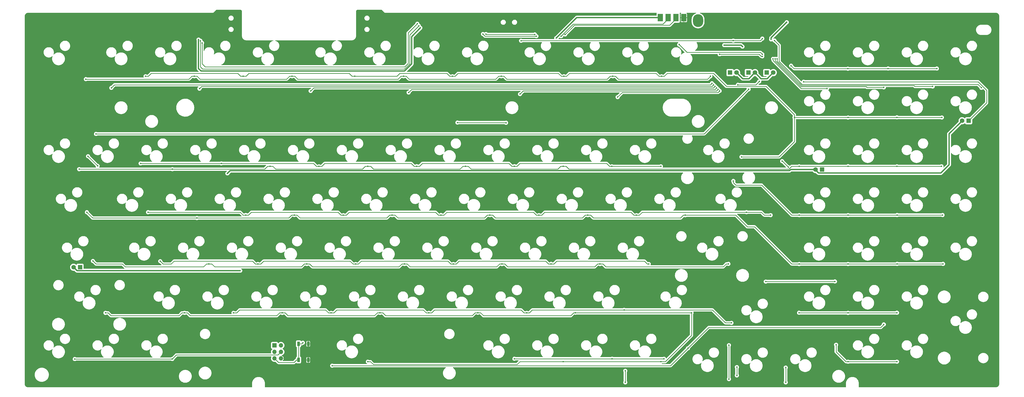
<source format=gbr>
G04 #@! TF.GenerationSoftware,KiCad,Pcbnew,(5.99.0-7511-ga134567838)*
G04 #@! TF.CreationDate,2020-12-30T19:04:14-08:00*
G04 #@! TF.ProjectId,gh80-1800,67683830-2d31-4383-9030-2e6b69636164,rev?*
G04 #@! TF.SameCoordinates,Original*
G04 #@! TF.FileFunction,Copper,L1,Top*
G04 #@! TF.FilePolarity,Positive*
%FSLAX46Y46*%
G04 Gerber Fmt 4.6, Leading zero omitted, Abs format (unit mm)*
G04 Created by KiCad (PCBNEW (5.99.0-7511-ga134567838)) date 2020-12-30 19:04:14*
%MOMM*%
%LPD*%
G01*
G04 APERTURE LIST*
G04 #@! TA.AperFunction,SMDPad,CuDef*
%ADD10R,1.000000X1.700000*%
G04 #@! TD*
G04 #@! TA.AperFunction,ComponentPad*
%ADD11R,1.800000X1.800000*%
G04 #@! TD*
G04 #@! TA.AperFunction,ComponentPad*
%ADD12C,1.800000*%
G04 #@! TD*
G04 #@! TA.AperFunction,ComponentPad*
%ADD13R,1.700000X1.700000*%
G04 #@! TD*
G04 #@! TA.AperFunction,ComponentPad*
%ADD14O,1.700000X1.700000*%
G04 #@! TD*
G04 #@! TA.AperFunction,ComponentPad*
%ADD15R,2.000000X3.000000*%
G04 #@! TD*
G04 #@! TA.AperFunction,ComponentPad*
%ADD16R,1.778000X1.778000*%
G04 #@! TD*
G04 #@! TA.AperFunction,ComponentPad*
%ADD17C,1.778000*%
G04 #@! TD*
G04 #@! TA.AperFunction,ComponentPad*
%ADD18O,4.000000X5.000000*%
G04 #@! TD*
G04 #@! TA.AperFunction,ViaPad*
%ADD19C,0.600000*%
G04 #@! TD*
G04 #@! TA.AperFunction,Conductor*
%ADD20C,0.250000*%
G04 #@! TD*
G04 #@! TA.AperFunction,Conductor*
%ADD21C,0.500000*%
G04 #@! TD*
G04 #@! TA.AperFunction,Conductor*
%ADD22C,0.200000*%
G04 #@! TD*
G04 APERTURE END LIST*
D10*
X106900000Y-126975000D03*
X106900000Y-120675000D03*
X103100000Y-120675000D03*
X103100000Y-126975000D03*
D11*
X271383000Y-14882800D03*
D12*
X273923000Y-14882800D03*
D11*
X278527000Y-14882800D03*
D12*
X281067000Y-14882800D03*
D11*
X285671000Y-14882800D03*
D12*
X288211000Y-14882800D03*
D13*
X93730000Y-121285000D03*
D14*
X96270000Y-121285000D03*
X93730000Y-123825000D03*
X96270000Y-123825000D03*
X93730000Y-126365000D03*
X96270000Y-126365000D03*
D15*
X253350314Y6548443D03*
X250302314Y6548443D03*
X247254314Y6548443D03*
X244206314Y6548443D03*
D16*
X307260882Y-52705040D03*
D17*
X304720882Y-52705040D03*
D16*
X364410930Y-33655024D03*
D17*
X361870930Y-33655024D03*
D16*
X17938764Y-90805072D03*
D17*
X15398764Y-90805072D03*
D18*
X258898635Y5357817D03*
D19*
X251528314Y-3951557D03*
X293078314Y-135701557D03*
X293078314Y-129951557D03*
X230528314Y-135701557D03*
X230528314Y-131201557D03*
X274028314Y-133001557D03*
X274023049Y-129756822D03*
X116228314Y-129201557D03*
X270928314Y-134451557D03*
X270928314Y-121201557D03*
X285278314Y-96401557D03*
X312278314Y-96351557D03*
X254978314Y-122401557D03*
X15828314Y-126601557D03*
X53878314Y-126601557D03*
X245636860Y-126510103D03*
X256328314Y-108601557D03*
X130128314Y-127635520D03*
X225378314Y-126501557D03*
X244428314Y-127651557D03*
X271928314Y-112501557D03*
X287194815Y-70485056D03*
X277778314Y-69351557D03*
X275828314Y-47751557D03*
X230128314Y-107451557D03*
X187278314Y-126501557D03*
X206344351Y-127635520D03*
X270728314Y-89501557D03*
X211078314Y-108551557D03*
X192078314Y-108601557D03*
X173028314Y-108551557D03*
X153928314Y-108601557D03*
X134894783Y-108585088D03*
X96778314Y-108601557D03*
X58678314Y-108585088D03*
X27828314Y-108601557D03*
X220628314Y-89551557D03*
X201578314Y-89501557D03*
X182478314Y-89551557D03*
X163478314Y-89551557D03*
X144444799Y-89535072D03*
X106344799Y-89535072D03*
X87294799Y-89535072D03*
X68178314Y-89501557D03*
X49178314Y-88451557D03*
X253928314Y-70501557D03*
X234878314Y-70501557D03*
X215894815Y-70485056D03*
X196828314Y-70501557D03*
X177744815Y-70485056D03*
X158678314Y-70451557D03*
X139644815Y-70485056D03*
X125378314Y-89551557D03*
X115828314Y-108601557D03*
X120578314Y-70501557D03*
X101478314Y-70451557D03*
X82528314Y-70451557D03*
X272653354Y-9525008D03*
X271378314Y-1512500D03*
X291108057Y-1785939D03*
X135731364Y7739069D03*
X107156340Y-122634478D03*
X177998587Y2976565D03*
X283964301Y-4167191D03*
X64128314Y-2001557D03*
X287391894Y-1930225D03*
X75378314Y-14287512D03*
X75378314Y-54201557D03*
X269081476Y-4167191D03*
X293489309Y4762504D03*
X150614189Y2567200D03*
X276225232Y-4762504D03*
X80370830Y-92144073D03*
X203597046Y-1425001D03*
X272653354Y-2410940D03*
X189878314Y-2451557D03*
X104775088Y-120253226D03*
X283964301Y-1612500D03*
X288131492Y-9525008D03*
X309178314Y-21101557D03*
X264914285Y-19645329D03*
X64478314Y-21151557D03*
X265509598Y-20240642D03*
X107828314Y-22051557D03*
X146028314Y-22651557D03*
X266104911Y-20835955D03*
X165078314Y-34371862D03*
X189478314Y-23251557D03*
X184028314Y-34451557D03*
X266700224Y-21431268D03*
X267295537Y-22026581D03*
X227528314Y-24451557D03*
X283964301Y-7739069D03*
X331328314Y-113109470D03*
X288931495Y-9525008D03*
X331328314Y-20651557D03*
X289731498Y-9525008D03*
X350378314Y-20298957D03*
X239678314Y-89551557D03*
X77728314Y-108601557D03*
X264318972Y-19050016D03*
X21028314Y-47514847D03*
X30122841Y-20835955D03*
X24765024Y-51251557D03*
X352028314Y-13301557D03*
X295178314Y-12201557D03*
X283961898Y-8545273D03*
X100607897Y-16311573D03*
X20175017Y-17436574D03*
X182165778Y-16311573D03*
X267295537Y-7739069D03*
X317328314Y-13351557D03*
X225623627Y-16311573D03*
X144068298Y-16311573D03*
X263723659Y-16311573D03*
X333028314Y-13301557D03*
X62507865Y-16311573D03*
X317378314Y-108601557D03*
X44428314Y-69351557D03*
X298278314Y-108551557D03*
X336478314Y-108551557D03*
X274439293Y-19645329D03*
X282742010Y-18344692D03*
X65484430Y-3295441D03*
X149423563Y4177200D03*
X195262664Y0D03*
X176212648Y154687D03*
X207034321Y-29442D03*
X175022022Y154687D03*
X205504879Y-675000D03*
X64889117Y-2483983D03*
X150018876Y3367200D03*
X195863706Y-675000D03*
X317394799Y-89535072D03*
X336528314Y-89501557D03*
X20578314Y-69351557D03*
X354428314Y-89501557D03*
X298328314Y-89551557D03*
X63478314Y-71601557D03*
X244673643Y-16306228D03*
X353978314Y-32385024D03*
X43468298Y-16311573D03*
X296494847Y-32385024D03*
X336478314Y-32351557D03*
X163115762Y-16311573D03*
X317378314Y-32401557D03*
X81568298Y-16311573D03*
X206573611Y-16311573D03*
X125018298Y-16311573D03*
X298328314Y-51435040D03*
X17578314Y-52551557D03*
X206328314Y-51451557D03*
X336494831Y-51435040D03*
X353828314Y-51435040D03*
X92028314Y-51451557D03*
X130128314Y-51451557D03*
X317428314Y-51401557D03*
X168228314Y-51451557D03*
X53928314Y-52551557D03*
X73019832Y-50310039D03*
X354228314Y-70451557D03*
X111078314Y-51451557D03*
X317394815Y-70485056D03*
X272653354Y-57150048D03*
X149178314Y-51401557D03*
X225328314Y-51451557D03*
X187278314Y-51401557D03*
X298394815Y-70485056D03*
X41536796Y-50310039D03*
X336528314Y-70451557D03*
X244394831Y-51435040D03*
X288726805Y-2381252D03*
X369378314Y-20801557D03*
X312728314Y-121051557D03*
X22928314Y-88351557D03*
X336478314Y-127635104D03*
X317394767Y-127635104D03*
X294114309Y-51792231D03*
X291673683Y-49410979D03*
X24128314Y-38801557D03*
X278606484Y-21401581D03*
X300037752Y-18454703D03*
D20*
X272653354Y-57150048D02*
X272653354Y-57745361D01*
X272653354Y-57745361D02*
X273659550Y-58751557D01*
X273659550Y-58751557D02*
X283678314Y-58751557D01*
X283678314Y-58751557D02*
X286071803Y-61145046D01*
X286071803Y-61145046D02*
X286075864Y-61145046D01*
X286075864Y-61145046D02*
X295415874Y-70485056D01*
X295415874Y-70485056D02*
X297515874Y-70485056D01*
X297515874Y-70485056D02*
X298394815Y-70485056D01*
X283964301Y-7739069D02*
X283210240Y-6985008D01*
X283210240Y-6985008D02*
X254561765Y-6985008D01*
X254561765Y-6985008D02*
X251528314Y-3951557D01*
X293078314Y-129951557D02*
X293078314Y-135701557D01*
X230528314Y-131201557D02*
X230528314Y-135701557D01*
X274023049Y-129756822D02*
X274023049Y-132996292D01*
X274023049Y-132996292D02*
X274028314Y-133001557D01*
X331328314Y-113109470D02*
X330137688Y-114300096D01*
X132107941Y-129201557D02*
X116228314Y-129201557D01*
X330137688Y-114300096D02*
X263029775Y-114300096D01*
X263029775Y-114300096D02*
X248128314Y-129201557D01*
X188521173Y-129201557D02*
X188512199Y-129210531D01*
X248128314Y-129201557D02*
X188521173Y-129201557D01*
X188512199Y-129210531D02*
X132116915Y-129210531D01*
X132116915Y-129210531D02*
X132107941Y-129201557D01*
X270928314Y-121201557D02*
X270928314Y-134451557D01*
X191028314Y-108585088D02*
X193128314Y-108585088D01*
X154978314Y-108585088D02*
X156103315Y-107460087D01*
X151753313Y-107460087D02*
X152878314Y-108585088D01*
X156103315Y-107460087D02*
X189903313Y-107460087D01*
X118003315Y-107460087D02*
X151753313Y-107460087D01*
X116878314Y-108585088D02*
X118003315Y-107460087D01*
X77728314Y-108601557D02*
X78978314Y-108601557D01*
X114778314Y-108585088D02*
X116878314Y-108585088D01*
X113653313Y-107460087D02*
X114778314Y-108585088D01*
X189903313Y-107460087D02*
X191028314Y-108585088D01*
X80119784Y-107460087D02*
X113653313Y-107460087D01*
X152878314Y-108585088D02*
X154978314Y-108585088D01*
X78978314Y-108601557D02*
X80119784Y-107460087D01*
X269566693Y-112501557D02*
X271928314Y-112501557D01*
X193128314Y-108585088D02*
X194253315Y-107460087D01*
X194253315Y-107460087D02*
X264525223Y-107460087D01*
X264525223Y-107460087D02*
X269566693Y-112501557D01*
X312278314Y-96351557D02*
X285278314Y-96351557D01*
X53878314Y-126601557D02*
X15828314Y-126601557D01*
X53878314Y-126601557D02*
X55479870Y-125000001D01*
X95420001Y-124674999D02*
X96270000Y-123825000D01*
X55479870Y-125000001D02*
X95094999Y-125000001D01*
X95094999Y-125000001D02*
X95420001Y-124674999D01*
X183948619Y-34371862D02*
X184028314Y-34451557D01*
X165078314Y-34371862D02*
X183948619Y-34371862D01*
X245636860Y-126510103D02*
X187286860Y-126510103D01*
X187286860Y-126510103D02*
X187278314Y-126501557D01*
X256328314Y-108601557D02*
X256328314Y-117405059D01*
X256328314Y-117405059D02*
X246081816Y-127651557D01*
X246081816Y-127651557D02*
X244428314Y-127651557D01*
X134894783Y-108585088D02*
X135928314Y-108585088D01*
X137053315Y-109710089D02*
X170819782Y-109710089D01*
X210394783Y-108585088D02*
X256328314Y-108585088D01*
X135928314Y-108585088D02*
X137053315Y-109710089D01*
X170819782Y-109710089D02*
X171978314Y-108551557D01*
X171978314Y-108551557D02*
X174078314Y-108551557D01*
X174078314Y-108551557D02*
X175236846Y-109710089D01*
X175236846Y-109710089D02*
X209269782Y-109710089D01*
X209269782Y-109710089D02*
X210394783Y-108585088D01*
X206344351Y-127635520D02*
X244412277Y-127635520D01*
X244412277Y-127635520D02*
X244428314Y-127651557D01*
X131178314Y-127635520D02*
X132303315Y-128760521D01*
X132303315Y-128760521D02*
X188325799Y-128760521D01*
X188325799Y-128760521D02*
X189450800Y-127635520D01*
X189450800Y-127635520D02*
X190500800Y-127635520D01*
X190500800Y-127635520D02*
X206344351Y-127635520D01*
X130128314Y-127635520D02*
X131178314Y-127635520D01*
X159778314Y-70485056D02*
X160903315Y-69360055D01*
X121728314Y-70485056D02*
X122853315Y-69360055D01*
X119628314Y-70485056D02*
X121728314Y-70485056D01*
X284700240Y-70485056D02*
X287194815Y-70485056D01*
X118503313Y-69360055D02*
X119628314Y-70485056D01*
X157678314Y-70485056D02*
X159778314Y-70485056D01*
X84669816Y-69360055D02*
X118503313Y-69360055D01*
X83578314Y-70451557D02*
X84669816Y-69360055D01*
X197928314Y-70501557D02*
X199069816Y-69360055D01*
X81478314Y-70451557D02*
X83578314Y-70451557D01*
X80386812Y-69360055D02*
X81478314Y-70451557D01*
X156553313Y-69360055D02*
X157678314Y-70485056D01*
X122853315Y-69360055D02*
X156553313Y-69360055D01*
X44436812Y-69360055D02*
X80386812Y-69360055D01*
X44428314Y-69351557D02*
X44436812Y-69360055D01*
X160903315Y-69360055D02*
X194686812Y-69360055D01*
X194686812Y-69360055D02*
X195828314Y-70501557D01*
X195828314Y-70501557D02*
X197928314Y-70501557D01*
X199069816Y-69360055D02*
X232753313Y-69360055D01*
X232753313Y-69360055D02*
X233878314Y-70485056D01*
X237103315Y-69360055D02*
X283575239Y-69360055D01*
X233878314Y-70485056D02*
X235978314Y-70485056D01*
X235978314Y-70485056D02*
X237103315Y-69360055D01*
X283575239Y-69360055D02*
X284700240Y-70485056D01*
X290483723Y-47751557D02*
X275828314Y-47751557D01*
X296465874Y-41769406D02*
X290483723Y-47751557D01*
X296465874Y-32385024D02*
X296465874Y-41769406D01*
X312728314Y-121051557D02*
X312728314Y-123797528D01*
X312728314Y-123797528D02*
X316565890Y-127635104D01*
X316565890Y-127635104D02*
X317394767Y-127635104D01*
X144444799Y-89535072D02*
X145478314Y-89535072D01*
X218569798Y-90660073D02*
X219678314Y-89551557D01*
X145478314Y-89535072D02*
X146603315Y-90660073D01*
X146603315Y-90660073D02*
X180369798Y-90660073D01*
X219678314Y-89551557D02*
X221778314Y-89551557D01*
X180369798Y-90660073D02*
X181478314Y-89551557D01*
X181478314Y-89551557D02*
X183578314Y-89551557D01*
X221778314Y-89551557D02*
X222886830Y-90660073D01*
X183578314Y-89551557D02*
X184686830Y-90660073D01*
X184686830Y-90660073D02*
X218569798Y-90660073D01*
X222886830Y-90660073D02*
X268719798Y-90660073D01*
X268719798Y-90660073D02*
X269878314Y-89501557D01*
X269878314Y-89501557D02*
X270728314Y-89501557D01*
X59728314Y-108585088D02*
X60853315Y-109710089D01*
X60853315Y-109710089D02*
X94603313Y-109710089D01*
X94603313Y-109710089D02*
X95728314Y-108585088D01*
X95728314Y-108585088D02*
X97828314Y-108585088D01*
X97828314Y-108585088D02*
X98953315Y-109710089D01*
X98953315Y-109710089D02*
X132703313Y-109710089D01*
X132703313Y-109710089D02*
X133828314Y-108585088D01*
X133828314Y-108585088D02*
X134894783Y-108585088D01*
X27828314Y-108601557D02*
X28878314Y-108601557D01*
X28878314Y-108601557D02*
X29986846Y-109710089D01*
X29986846Y-109710089D02*
X56503313Y-109710089D01*
X56503313Y-109710089D02*
X57628314Y-108585088D01*
X57628314Y-108585088D02*
X59728314Y-108585088D01*
X202678314Y-89535072D02*
X203803315Y-88410071D01*
X203803315Y-88410071D02*
X237986828Y-88410071D01*
X237986828Y-88410071D02*
X239128314Y-89551557D01*
X239128314Y-89551557D02*
X239678314Y-89551557D01*
X87294799Y-89535072D02*
X88378314Y-89535072D01*
X89503315Y-88410071D02*
X123186828Y-88410071D01*
X161336828Y-88410071D02*
X162478314Y-89551557D01*
X88378314Y-89535072D02*
X89503315Y-88410071D01*
X165719800Y-88410071D02*
X199453313Y-88410071D01*
X123186828Y-88410071D02*
X124328314Y-89551557D01*
X162478314Y-89551557D02*
X164578314Y-89551557D01*
X124328314Y-89551557D02*
X126428314Y-89551557D01*
X126428314Y-89551557D02*
X127569800Y-88410071D01*
X127569800Y-88410071D02*
X161336828Y-88410071D01*
X199453313Y-88410071D02*
X200578314Y-89535072D01*
X164578314Y-89551557D02*
X165719800Y-88410071D01*
X200578314Y-89535072D02*
X202678314Y-89535072D01*
X106344799Y-89535072D02*
X107428314Y-89535072D01*
X107428314Y-89535072D02*
X108553315Y-90660073D01*
X108553315Y-90660073D02*
X142253313Y-90660073D01*
X142253313Y-90660073D02*
X143378314Y-89535072D01*
X143378314Y-89535072D02*
X144444799Y-89535072D01*
X22928314Y-88351557D02*
X24128314Y-89551557D01*
X24128314Y-89551557D02*
X34404013Y-89551557D01*
X34404013Y-89551557D02*
X35512529Y-90660073D01*
X35512529Y-90660073D02*
X66053313Y-90660073D01*
X66053313Y-90660073D02*
X67178314Y-89535072D01*
X67178314Y-89535072D02*
X69278314Y-89535072D01*
X69278314Y-89535072D02*
X70403315Y-90660073D01*
X70403315Y-90660073D02*
X104203313Y-90660073D01*
X104203313Y-90660073D02*
X105328314Y-89535072D01*
X49178314Y-88451557D02*
X50261829Y-89535072D01*
X50261829Y-89535072D02*
X53437544Y-89535072D01*
X53437544Y-89535072D02*
X54562545Y-88410071D01*
X54562545Y-88410071D02*
X85153313Y-88410071D01*
X85153313Y-88410071D02*
X86278314Y-89535072D01*
X105328314Y-89535072D02*
X106344799Y-89535072D01*
X86278314Y-89535072D02*
X87294799Y-89535072D01*
X215894815Y-70485056D02*
X216978314Y-70485056D01*
X216978314Y-70485056D02*
X218103315Y-71610057D01*
X218103315Y-71610057D02*
X252053313Y-71610057D01*
X252053313Y-71610057D02*
X253178314Y-70485056D01*
X253178314Y-70485056D02*
X273576330Y-70485056D01*
X273576330Y-70485056D02*
X278115437Y-75024163D01*
X278115437Y-75024163D02*
X280904965Y-75024163D01*
X280904965Y-75024163D02*
X295415874Y-89535072D01*
X295415874Y-89535072D02*
X297515874Y-89535072D01*
X297515874Y-89535072D02*
X317394799Y-89535072D01*
X177744815Y-70485056D02*
X178778314Y-70485056D01*
X178778314Y-70485056D02*
X179903315Y-71610057D01*
X179903315Y-71610057D02*
X213753313Y-71610057D01*
X213753313Y-71610057D02*
X214878314Y-70485056D01*
X214878314Y-70485056D02*
X215894815Y-70485056D01*
X139644815Y-70485056D02*
X140728314Y-70485056D01*
X140728314Y-70485056D02*
X141853315Y-71610057D01*
X141853315Y-71610057D02*
X175553313Y-71610057D01*
X175553313Y-71610057D02*
X176678314Y-70485056D01*
X176678314Y-70485056D02*
X177744815Y-70485056D01*
X20578314Y-69351557D02*
X22836814Y-71610057D01*
X22836814Y-71610057D02*
X99269814Y-71610057D01*
X99269814Y-71610057D02*
X100428314Y-70451557D01*
X100428314Y-70451557D02*
X102528314Y-70451557D01*
X102528314Y-70451557D02*
X103686814Y-71610057D01*
X103686814Y-71610057D02*
X137503313Y-71610057D01*
X137503313Y-71610057D02*
X138628314Y-70485056D01*
X138628314Y-70485056D02*
X139644815Y-70485056D01*
X106900000Y-120675000D02*
X106900000Y-122378138D01*
X106900000Y-122378138D02*
X107156340Y-122634478D01*
D21*
X356760029Y-38765925D02*
X360981931Y-34544023D01*
X203597046Y-1425001D02*
X211570490Y6548443D01*
X276304277Y-17264077D02*
X278685723Y-17264077D01*
X287391894Y-1334911D02*
X293489309Y4762504D01*
X294529049Y-53135051D02*
X76444820Y-53135051D01*
X75009438Y-14287512D02*
X66675056Y-14287512D01*
X360981931Y-34544023D02*
X361870930Y-33655024D01*
X285829723Y-17264077D02*
X288211000Y-14882800D01*
X269081476Y-4167191D02*
X275629919Y-4167191D01*
X147209853Y-837136D02*
X147209853Y-11473085D01*
X304720882Y-52903483D02*
X305861440Y-54044041D01*
X281067000Y-14882800D02*
X283448277Y-17264077D01*
X65114269Y-14287512D02*
X64128314Y-13301557D01*
X147209853Y-11473085D02*
X144395426Y-14287512D01*
X304720882Y-52705040D02*
X304720882Y-52903483D01*
X211570490Y6548443D02*
X220456314Y6548443D01*
X305861440Y-54044041D02*
X353567263Y-54044041D01*
X304720882Y-52705040D02*
X294959060Y-52705040D01*
X15398764Y-90805072D02*
X16737765Y-92144073D01*
X294959060Y-52705040D02*
X294529049Y-53135051D01*
X220456314Y6548443D02*
X244206314Y6548443D01*
X150614189Y2567200D02*
X147209853Y-837136D01*
X273923000Y-14882800D02*
X276304277Y-17264077D01*
X76444820Y-53135051D02*
X75378314Y-54201557D01*
X140493868Y-14287512D02*
X75009438Y-14287512D01*
X278685723Y-17264077D02*
X280167001Y-15782799D01*
X16737765Y-92144073D02*
X80370830Y-92144073D01*
X287391894Y-1930225D02*
X287391894Y-1334911D01*
X275629919Y-4167191D02*
X276225232Y-4762504D01*
X64128314Y-13301557D02*
X64128314Y-2001557D01*
X353567263Y-54044041D02*
X356760029Y-50851275D01*
X280167001Y-15782799D02*
X281067000Y-14882800D01*
X144395426Y-14287512D02*
X140493868Y-14287512D01*
X66675056Y-14287512D02*
X65114269Y-14287512D01*
X283448277Y-17264077D02*
X285829723Y-17264077D01*
X356760029Y-50851275D02*
X356760029Y-38765925D01*
D20*
X103100000Y-126975000D02*
X103100000Y-120675000D01*
X271462728Y-2410940D02*
X272653354Y-2410940D01*
X189918931Y-2410940D02*
X271462728Y-2410940D01*
X102350000Y-126975000D02*
X103100000Y-126975000D01*
X95357295Y-127992295D02*
X101332705Y-127992295D01*
X283964301Y-1612500D02*
X283165861Y-2410940D01*
X283165861Y-2410940D02*
X272653354Y-2410940D01*
X93730000Y-126365000D02*
X95357295Y-127992295D01*
X103100000Y-120675000D02*
X104353314Y-120675000D01*
X189878314Y-2451557D02*
X189918931Y-2410940D01*
X104353314Y-120675000D02*
X104775088Y-120253226D01*
X101332705Y-127992295D02*
X102350000Y-126975000D01*
X299148841Y-21101557D02*
X309178314Y-21101557D01*
X288131492Y-9525008D02*
X288131492Y-10084208D01*
X288131492Y-10084208D02*
X299148841Y-21101557D01*
X264318972Y-20240642D02*
X65389229Y-20240642D01*
X65389229Y-20240642D02*
X64478314Y-21151557D01*
X264914285Y-19645329D02*
X264318972Y-20240642D01*
X265509598Y-20240642D02*
X264914285Y-20835955D01*
X264914285Y-20835955D02*
X109043916Y-20835955D01*
X109043916Y-20835955D02*
X107828314Y-22051557D01*
X265509598Y-21431268D02*
X147248603Y-21431268D01*
X147248603Y-21431268D02*
X146028314Y-22651557D01*
X266104911Y-20835955D02*
X265509598Y-21431268D01*
X266104911Y-22026581D02*
X190703290Y-22026581D01*
X266700224Y-21431268D02*
X266104911Y-22026581D01*
X190703290Y-22026581D02*
X189478314Y-23251557D01*
X229357977Y-22621894D02*
X227528314Y-24451557D01*
X267295537Y-22026581D02*
X266700224Y-22621894D01*
X266700224Y-22621894D02*
X229357977Y-22621894D01*
X324471819Y-20385945D02*
X324737431Y-20651557D01*
X300037752Y-20385945D02*
X324471819Y-20385945D01*
X299069638Y-20385944D02*
X300037752Y-20385945D01*
X288931495Y-10247801D02*
X299069638Y-20385944D01*
X324737431Y-20651557D02*
X331328314Y-20651557D01*
X288931495Y-9525008D02*
X288931495Y-10247801D01*
X289731498Y-9525008D02*
X289731498Y-10411394D01*
X343434847Y-20298957D02*
X350378314Y-20298957D01*
X299256039Y-19935935D02*
X343071825Y-19935935D01*
X289731498Y-10411394D02*
X299256039Y-19935935D01*
X343071825Y-19935935D02*
X343434847Y-20298957D01*
X263723659Y-19645329D02*
X34528154Y-19645329D01*
X34528154Y-19645329D02*
X31313467Y-19645329D01*
X264318972Y-19050016D02*
X263723659Y-19645329D01*
X24765024Y-51251557D02*
X21028314Y-47514847D01*
X31313467Y-19645329D02*
X30122841Y-20835955D01*
X64682866Y-17436574D02*
X98432896Y-17436574D01*
X295178314Y-12201557D02*
X296311765Y-13335008D01*
X99557897Y-16311573D02*
X100607897Y-16311573D01*
X100607897Y-16311573D02*
X101657897Y-16311573D01*
X283961898Y-8545273D02*
X283537634Y-8545273D01*
X223448626Y-17436574D02*
X224573627Y-16311573D01*
X351994863Y-13335008D02*
X352028314Y-13301557D01*
X61457865Y-16311573D02*
X62507865Y-16311573D01*
X182165778Y-16311573D02*
X183215778Y-16311573D01*
X62507865Y-16311573D02*
X63557865Y-16311573D01*
X227798628Y-17436574D02*
X261548658Y-17436574D01*
X144065746Y-16311573D02*
X144068298Y-16311573D01*
X184340779Y-17436574D02*
X223448626Y-17436574D01*
X102782898Y-17436574D02*
X141890745Y-17436574D01*
X183215778Y-16311573D02*
X184340779Y-17436574D01*
X262598658Y-17436574D02*
X263723659Y-16311573D01*
X144068298Y-16311573D02*
X145115746Y-16311573D01*
X141890745Y-17436574D02*
X143015746Y-16311573D01*
X283537634Y-8545273D02*
X282731430Y-7739069D01*
X20175017Y-17436574D02*
X21225017Y-17436574D01*
X63557865Y-16311573D02*
X64682866Y-17436574D01*
X101657897Y-16311573D02*
X102782898Y-17436574D01*
X143015746Y-16311573D02*
X144065746Y-16311573D01*
X179990777Y-17436574D02*
X181115778Y-16311573D01*
X181115778Y-16311573D02*
X182165778Y-16311573D01*
X146240747Y-17436574D02*
X179990777Y-17436574D01*
X60332864Y-17436574D02*
X61457865Y-16311573D01*
X98432896Y-17436574D02*
X99557897Y-16311573D01*
X224573627Y-16311573D02*
X225623627Y-16311573D01*
X225623627Y-16311573D02*
X226673627Y-16311573D01*
X261548658Y-17436574D02*
X262598658Y-17436574D01*
X282731430Y-7739069D02*
X267295537Y-7739069D01*
X226673627Y-16311573D02*
X227798628Y-17436574D01*
X296311765Y-13335008D02*
X351994863Y-13335008D01*
X145115746Y-16311573D02*
X146240747Y-17436574D01*
X21225017Y-17436574D02*
X60332864Y-17436574D01*
X336444783Y-108585088D02*
X336478314Y-108551557D01*
X298278314Y-108551557D02*
X298311845Y-108585088D01*
X298311845Y-108585088D02*
X336444783Y-108585088D01*
X281441373Y-19645329D02*
X282742010Y-18344692D01*
X275629919Y-19645329D02*
X281441373Y-19645329D01*
X274439293Y-19645329D02*
X275629919Y-19645329D01*
X250302314Y6048443D02*
X250302314Y6548443D01*
X149423563Y4177200D02*
X145851685Y605322D01*
X222645499Y3571878D02*
X247825749Y3571878D01*
X211312314Y3571878D02*
X210635641Y3571878D01*
X207034321Y-29442D02*
X209593750Y2529987D01*
X65484430Y-11446880D02*
X66675056Y-12637506D01*
X210626263Y3562500D02*
X210040328Y2976565D01*
X195262664Y0D02*
X176367335Y0D01*
X210040328Y2976565D02*
X209593750Y2529987D01*
X247825749Y3571878D02*
X250302314Y6048443D01*
X145851685Y605322D02*
X145851685Y-11310947D01*
X144525126Y-12637506D02*
X66675056Y-12637506D01*
X210635641Y3571878D02*
X210040328Y2976565D01*
X222645499Y3571878D02*
X211312314Y3571878D01*
X145851685Y-11310947D02*
X144525126Y-12637506D01*
X176367335Y0D02*
X176212648Y154687D01*
X65484430Y-3295441D02*
X65484430Y-11446880D01*
X221617369Y4021888D02*
X210201767Y4021888D01*
X146446998Y-11422754D02*
X146446998Y-204678D01*
X221617369Y4021888D02*
X245227759Y4021888D01*
X210201767Y4021888D02*
X209172322Y2992443D01*
X65664266Y-13487509D02*
X66675056Y-13487509D01*
X146446998Y-204678D02*
X150018876Y3367200D01*
X245227759Y4021888D02*
X247254314Y6048443D01*
X195863706Y-675000D02*
X175851709Y-675000D01*
X175851709Y-675000D02*
X175022022Y154687D01*
X64834429Y-12657672D02*
X65664266Y-13487509D01*
X64834429Y-2538671D02*
X64834429Y-12657672D01*
X144382243Y-13487509D02*
X146446998Y-11422754D01*
X209172322Y2992443D02*
X205504879Y-675000D01*
X66675056Y-13487509D02*
X144382243Y-13487509D01*
X247254314Y6048443D02*
X247254314Y6548443D01*
D22*
X64889117Y-2483983D02*
X64834429Y-2538671D01*
D20*
X336494799Y-89535072D02*
X336528314Y-89501557D01*
X317394799Y-89535072D02*
X336494799Y-89535072D01*
X354428314Y-89501557D02*
X336528314Y-89501557D01*
X206573611Y-16311573D02*
X207623611Y-16311573D01*
X83732882Y-15186572D02*
X122840729Y-15186572D01*
X243623643Y-16311573D02*
X244673643Y-16311573D01*
X207623611Y-16311573D02*
X208748612Y-15186572D01*
X122840729Y-15186572D02*
X123965730Y-16311573D01*
X81568298Y-16311573D02*
X82607881Y-16311573D01*
X244673643Y-16311573D02*
X245723643Y-16311573D01*
X81557881Y-16311573D02*
X81568298Y-16311573D01*
X208748612Y-15186572D02*
X242498642Y-15186572D01*
X43468298Y-16311573D02*
X44507849Y-16311573D01*
X296465874Y-31335024D02*
X296465874Y-32385024D01*
X160940761Y-15186572D02*
X162065762Y-16311573D01*
X125015730Y-16311573D02*
X125018298Y-16311573D01*
X142571373Y-15186572D02*
X160940761Y-15186572D01*
X297515874Y-32385024D02*
X353978314Y-32385024D01*
X125018298Y-16311573D02*
X141446372Y-16311573D01*
X82607881Y-16311573D02*
X83732882Y-15186572D01*
X246848644Y-15186572D02*
X264914285Y-15186572D01*
X245723643Y-16311573D02*
X246848644Y-15186572D01*
X296465874Y-32385024D02*
X296494847Y-32385024D01*
X242498642Y-15186572D02*
X243623643Y-16311573D01*
X165290763Y-15186572D02*
X204398610Y-15186572D01*
X162065762Y-16311573D02*
X163115762Y-16311573D01*
X204398610Y-15186572D02*
X205523611Y-16311573D01*
X264914285Y-15186572D02*
X269998043Y-20270330D01*
X45632850Y-15186572D02*
X79382880Y-15186572D01*
X44507849Y-16311573D02*
X45632850Y-15186572D01*
X43457849Y-16311573D02*
X43468298Y-16311573D01*
X123965730Y-16311573D02*
X125015730Y-16311573D01*
X80507881Y-16311573D02*
X81557881Y-16311573D01*
X205523611Y-16311573D02*
X206573611Y-16311573D01*
X296494847Y-32385024D02*
X297515874Y-32385024D01*
X164165762Y-16311573D02*
X165290763Y-15186572D01*
X163115762Y-16311573D02*
X164165762Y-16311573D01*
X79382880Y-15186572D02*
X80507881Y-16311573D01*
X285401180Y-20270330D02*
X296465874Y-31335024D01*
X269998043Y-20270330D02*
X285401180Y-20270330D01*
X141446372Y-16311573D02*
X142571373Y-15186572D01*
X17578314Y-52551557D02*
X17586798Y-52560041D01*
X132336798Y-52560041D02*
X166053313Y-52560041D01*
X336494831Y-51435040D02*
X353828314Y-51435040D01*
X207428314Y-51435040D02*
X208553315Y-52560041D01*
X89869830Y-52560041D02*
X90978314Y-51451557D01*
X94186798Y-52560041D02*
X128019830Y-52560041D01*
X251015835Y-52560041D02*
X294290873Y-52560041D01*
X170403315Y-52560041D02*
X204203313Y-52560041D01*
X128019830Y-52560041D02*
X129128314Y-51451557D01*
X205328314Y-51435040D02*
X207428314Y-51435040D01*
X316565890Y-51435040D02*
X336494831Y-51435040D01*
X131228314Y-51451557D02*
X132336798Y-52560041D01*
X129128314Y-51451557D02*
X131228314Y-51451557D01*
X204203313Y-52560041D02*
X205328314Y-51435040D01*
X294290873Y-52560041D02*
X295415874Y-51435040D01*
X93078314Y-51451557D02*
X94186798Y-52560041D01*
X167178314Y-51435040D02*
X169278314Y-51435040D01*
X166053313Y-52560041D02*
X167178314Y-51435040D01*
X295415874Y-51435040D02*
X316565890Y-51435040D01*
X169278314Y-51435040D02*
X170403315Y-52560041D01*
X17586798Y-52560041D02*
X89869830Y-52560041D01*
X90978314Y-51451557D02*
X93078314Y-51451557D01*
X208553315Y-52560041D02*
X251015835Y-52560041D01*
X108953313Y-50310039D02*
X110078314Y-51435040D01*
X186228314Y-51401557D02*
X188328314Y-51401557D01*
X73019832Y-50310039D02*
X108953313Y-50310039D01*
X150278314Y-51401557D02*
X151369832Y-50310039D01*
X148178314Y-51401557D02*
X150278314Y-51401557D01*
X336528314Y-70451557D02*
X354228314Y-70451557D01*
X224361797Y-51435040D02*
X229650192Y-51435040D01*
X112178314Y-51435040D02*
X113303315Y-50310039D01*
X147086796Y-50310039D02*
X148178314Y-51401557D01*
X317394815Y-70485056D02*
X336494815Y-70485056D01*
X298394815Y-70485056D02*
X317394815Y-70485056D01*
X188328314Y-51401557D02*
X189419832Y-50310039D01*
X110078314Y-51435040D02*
X112178314Y-51435040D01*
X41536796Y-50310039D02*
X73019832Y-50310039D01*
X223236796Y-50310039D02*
X224361797Y-51435040D01*
X151369832Y-50310039D02*
X185136796Y-50310039D01*
X189419832Y-50310039D02*
X223236796Y-50310039D01*
X229650192Y-51435040D02*
X244394831Y-51435040D01*
X185136796Y-50310039D02*
X186228314Y-51401557D01*
X336494815Y-70485056D02*
X336528314Y-70451557D01*
X113303315Y-50310039D02*
X147086796Y-50310039D01*
X289322118Y-2976565D02*
X288726805Y-2381252D01*
X368062682Y-19485925D02*
X299442439Y-19485925D01*
X290512744Y-4167191D02*
X289322118Y-2976565D01*
X299442439Y-19485925D02*
X290512744Y-10556230D01*
X290512744Y-10556230D02*
X290512744Y-4167191D01*
X369378314Y-20801557D02*
X368062682Y-19485925D01*
X317394767Y-127635104D02*
X336478314Y-127635104D01*
X294114309Y-51792231D02*
X291733057Y-49410979D01*
X291733057Y-49410979D02*
X291673683Y-49410979D01*
X278606484Y-21401581D02*
X276790858Y-23217207D01*
X276790858Y-23246894D02*
X261246713Y-38791039D01*
X276790858Y-23217207D02*
X276790858Y-23246894D01*
X261246713Y-38791039D02*
X24117796Y-38791039D01*
X371428314Y-21751557D02*
X368131460Y-18454703D01*
X371428314Y-26637640D02*
X371428314Y-21751557D01*
X364410930Y-33655024D02*
X371428314Y-26637640D01*
X368131460Y-18454703D02*
X300037752Y-18454703D01*
G04 #@! TA.AperFunction,Conductor*
G36*
X135541441Y9601414D02*
G01*
X135553254Y9591325D01*
X136041820Y9102758D01*
X136521437Y8623141D01*
X136529006Y8613667D01*
X136529079Y8613729D01*
X136533649Y8608359D01*
X136537413Y8602394D01*
X136575948Y8568361D01*
X136580417Y8564161D01*
X136593124Y8551454D01*
X136595948Y8549337D01*
X136595951Y8549335D01*
X136602936Y8544099D01*
X136609095Y8539085D01*
X136639444Y8512282D01*
X136639449Y8512279D01*
X136644733Y8507612D01*
X136651894Y8504250D01*
X136653996Y8503263D01*
X136671294Y8492869D01*
X136673830Y8490968D01*
X136673832Y8490967D01*
X136679476Y8486737D01*
X136693711Y8481401D01*
X136723981Y8470054D01*
X136731306Y8466967D01*
X136767954Y8449760D01*
X136767955Y8449760D01*
X136774342Y8446761D01*
X136781312Y8445676D01*
X136781318Y8445674D01*
X136784459Y8445185D01*
X136803977Y8440065D01*
X136813548Y8436477D01*
X136855061Y8433392D01*
X136860951Y8432954D01*
X136868826Y8432050D01*
X136883951Y8429695D01*
X136901126Y8429695D01*
X136908463Y8429423D01*
X136956338Y8425865D01*
X136964066Y8427515D01*
X136984727Y8429695D01*
X242676315Y8429695D01*
X242734506Y8410788D01*
X242770470Y8361288D01*
X242770470Y8300102D01*
X242766369Y8289569D01*
X242743114Y8238647D01*
X242721290Y8190859D01*
X242700814Y8048443D01*
X242700814Y7397943D01*
X242681907Y7339752D01*
X242632407Y7303788D01*
X242601814Y7298943D01*
X211634187Y7298943D01*
X211619297Y7300069D01*
X211602544Y7302618D01*
X211602541Y7302618D01*
X211596856Y7303483D01*
X211545049Y7299269D01*
X211537023Y7298943D01*
X211527603Y7298943D01*
X211498268Y7295523D01*
X211494877Y7295188D01*
X211422453Y7289297D01*
X211416986Y7287526D01*
X211411340Y7286398D01*
X211411316Y7286520D01*
X211407969Y7285790D01*
X211407998Y7285669D01*
X211402404Y7284347D01*
X211396687Y7283680D01*
X211328355Y7258876D01*
X211325118Y7257765D01*
X211255989Y7235371D01*
X211251076Y7232390D01*
X211245845Y7229995D01*
X211245793Y7230108D01*
X211242701Y7228627D01*
X211242757Y7228515D01*
X211237615Y7225940D01*
X211232208Y7223977D01*
X211227395Y7220822D01*
X211227396Y7220822D01*
X211171454Y7184145D01*
X211168532Y7182301D01*
X211106397Y7144596D01*
X211103092Y7141677D01*
X211098072Y7137243D01*
X211095048Y7134936D01*
X211095096Y7134878D01*
X211090682Y7131187D01*
X211085875Y7128036D01*
X211081926Y7123867D01*
X211081922Y7123864D01*
X211035730Y7075102D01*
X211033863Y7073183D01*
X207155638Y3194957D01*
X203284723Y-675958D01*
X203257752Y-694913D01*
X203254081Y-696163D01*
X203182358Y-740287D01*
X203105846Y-787357D01*
X203105844Y-787359D01*
X203101131Y-790258D01*
X203097178Y-794129D01*
X203072301Y-818490D01*
X202972828Y-915901D01*
X202875550Y-1066847D01*
X202814131Y-1235594D01*
X202791625Y-1413754D01*
X202809148Y-1592474D01*
X202810896Y-1597728D01*
X202810896Y-1597729D01*
X202830011Y-1655191D01*
X202830438Y-1716375D01*
X202794820Y-1766125D01*
X202736072Y-1785440D01*
X190351360Y-1785440D01*
X190298315Y-1770030D01*
X190231422Y-1727578D01*
X190217777Y-1722719D01*
X190151474Y-1699110D01*
X190062251Y-1667339D01*
X190056764Y-1666685D01*
X190056761Y-1666684D01*
X189889433Y-1646732D01*
X189889430Y-1646732D01*
X189883937Y-1646077D01*
X189705345Y-1664847D01*
X189692576Y-1669194D01*
X189540585Y-1720936D01*
X189540581Y-1720938D01*
X189535349Y-1722719D01*
X189514382Y-1735618D01*
X189387114Y-1813913D01*
X189387112Y-1813915D01*
X189382399Y-1816814D01*
X189254096Y-1942457D01*
X189156818Y-2093403D01*
X189095399Y-2262150D01*
X189094705Y-2267642D01*
X189094705Y-2267643D01*
X189092153Y-2287842D01*
X189072893Y-2440310D01*
X189090416Y-2619030D01*
X189092164Y-2624284D01*
X189092164Y-2624285D01*
X189102379Y-2654991D01*
X189147099Y-2789426D01*
X189149964Y-2794157D01*
X189149966Y-2794161D01*
X189194679Y-2867990D01*
X189240125Y-2943029D01*
X189243967Y-2947008D01*
X189243969Y-2947010D01*
X189285083Y-2989584D01*
X189364869Y-3072205D01*
X189400133Y-3095281D01*
X189477757Y-3146077D01*
X189515132Y-3170535D01*
X189578922Y-3194258D01*
X189678253Y-3231199D01*
X189678255Y-3231200D01*
X189683446Y-3233130D01*
X189688938Y-3233863D01*
X189688939Y-3233863D01*
X189829213Y-3252579D01*
X189861445Y-3256880D01*
X189866951Y-3256379D01*
X189866953Y-3256379D01*
X189928707Y-3250759D01*
X190040282Y-3240605D01*
X190211070Y-3185113D01*
X190365319Y-3093162D01*
X190387326Y-3072205D01*
X190396208Y-3063747D01*
X190451387Y-3037310D01*
X190464480Y-3036440D01*
X197947551Y-3036440D01*
X198005742Y-3055347D01*
X198041706Y-3104847D01*
X198041706Y-3166033D01*
X198025300Y-3196727D01*
X197929893Y-3317750D01*
X197787609Y-3562710D01*
X197681259Y-3825274D01*
X197680417Y-3828665D01*
X197680416Y-3828667D01*
X197620827Y-4068559D01*
X197612966Y-4100204D01*
X197584093Y-4382014D01*
X197584230Y-4385505D01*
X197584230Y-4385510D01*
X197586667Y-4447536D01*
X197595214Y-4665080D01*
X197613007Y-4762504D01*
X197642234Y-4922536D01*
X197646109Y-4943756D01*
X197647216Y-4947074D01*
X197647217Y-4947078D01*
X197713605Y-5146064D01*
X197735763Y-5212480D01*
X197862385Y-5465891D01*
X198023450Y-5698932D01*
X198215744Y-5906955D01*
X198218454Y-5909162D01*
X198218458Y-5909165D01*
X198432720Y-6083601D01*
X198435430Y-6085807D01*
X198678125Y-6231922D01*
X198938987Y-6342382D01*
X199212810Y-6414985D01*
X199216283Y-6415396D01*
X199216288Y-6415397D01*
X199452435Y-6443347D01*
X199494131Y-6448282D01*
X199497620Y-6448200D01*
X199497625Y-6448200D01*
X199626761Y-6445156D01*
X199777337Y-6441608D01*
X199891272Y-6422644D01*
X199942687Y-6414086D01*
X200056778Y-6395096D01*
X200060110Y-6394042D01*
X200060115Y-6394041D01*
X200184133Y-6354819D01*
X200326877Y-6309675D01*
X200330035Y-6308159D01*
X200330039Y-6308157D01*
X200579084Y-6188567D01*
X200579085Y-6188566D01*
X200582245Y-6187049D01*
X200817788Y-6029664D01*
X200947499Y-5913485D01*
X201026194Y-5843000D01*
X201026197Y-5842997D01*
X201028805Y-5840661D01*
X201201446Y-5635281D01*
X201208831Y-5626495D01*
X201208832Y-5626494D01*
X201211087Y-5623811D01*
X201360995Y-5383441D01*
X201475539Y-5124347D01*
X201476487Y-5120984D01*
X201476490Y-5120977D01*
X201551483Y-4855069D01*
X201552434Y-4851698D01*
X201590146Y-4570934D01*
X201590226Y-4568401D01*
X201594024Y-4447536D01*
X201594024Y-4447527D01*
X201594103Y-4445008D01*
X201593628Y-4438295D01*
X201574343Y-4165927D01*
X201574342Y-4165921D01*
X201574095Y-4162431D01*
X201514472Y-3885491D01*
X201416422Y-3619716D01*
X201348390Y-3493630D01*
X201283564Y-3373485D01*
X201283563Y-3373483D01*
X201281903Y-3370407D01*
X201247479Y-3323800D01*
X201151797Y-3194258D01*
X201132433Y-3136218D01*
X201150883Y-3077880D01*
X201200099Y-3041529D01*
X201231430Y-3036440D01*
X216997567Y-3036440D01*
X217055758Y-3055347D01*
X217091722Y-3104847D01*
X217091722Y-3166033D01*
X217075316Y-3196727D01*
X216979909Y-3317750D01*
X216837625Y-3562710D01*
X216731275Y-3825274D01*
X216730433Y-3828665D01*
X216730432Y-3828667D01*
X216670843Y-4068559D01*
X216662982Y-4100204D01*
X216634109Y-4382014D01*
X216634246Y-4385505D01*
X216634246Y-4385510D01*
X216636683Y-4447536D01*
X216645230Y-4665080D01*
X216663023Y-4762504D01*
X216692250Y-4922536D01*
X216696125Y-4943756D01*
X216697232Y-4947074D01*
X216697233Y-4947078D01*
X216763621Y-5146064D01*
X216785779Y-5212480D01*
X216912401Y-5465891D01*
X217073466Y-5698932D01*
X217265760Y-5906955D01*
X217268470Y-5909162D01*
X217268474Y-5909165D01*
X217482736Y-6083601D01*
X217485446Y-6085807D01*
X217728141Y-6231922D01*
X217989003Y-6342382D01*
X218262826Y-6414985D01*
X218266299Y-6415396D01*
X218266304Y-6415397D01*
X218502451Y-6443347D01*
X218544147Y-6448282D01*
X218547636Y-6448200D01*
X218547641Y-6448200D01*
X218676777Y-6445156D01*
X218827353Y-6441608D01*
X218941288Y-6422644D01*
X218992703Y-6414086D01*
X219106794Y-6395096D01*
X219110126Y-6394042D01*
X219110131Y-6394041D01*
X219234149Y-6354819D01*
X219376893Y-6309675D01*
X219380051Y-6308159D01*
X219380055Y-6308157D01*
X219629100Y-6188567D01*
X219629101Y-6188566D01*
X219632261Y-6187049D01*
X219867804Y-6029664D01*
X219997515Y-5913485D01*
X220076210Y-5843000D01*
X220076213Y-5842997D01*
X220078821Y-5840661D01*
X220251462Y-5635281D01*
X220258847Y-5626495D01*
X220258848Y-5626494D01*
X220261103Y-5623811D01*
X220411011Y-5383441D01*
X220525555Y-5124347D01*
X220526503Y-5120984D01*
X220526506Y-5120977D01*
X220601499Y-4855069D01*
X220602450Y-4851698D01*
X220640162Y-4570934D01*
X220640242Y-4568401D01*
X220644040Y-4447536D01*
X220644040Y-4447527D01*
X220644119Y-4445008D01*
X220643644Y-4438295D01*
X220624359Y-4165927D01*
X220624358Y-4165921D01*
X220624111Y-4162431D01*
X220564488Y-3885491D01*
X220466438Y-3619716D01*
X220398406Y-3493630D01*
X220333580Y-3373485D01*
X220333579Y-3373483D01*
X220331919Y-3370407D01*
X220297495Y-3323800D01*
X220201813Y-3194258D01*
X220182449Y-3136218D01*
X220200899Y-3077880D01*
X220250115Y-3041529D01*
X220281446Y-3036440D01*
X236047583Y-3036440D01*
X236105774Y-3055347D01*
X236141738Y-3104847D01*
X236141738Y-3166033D01*
X236125332Y-3196727D01*
X236029925Y-3317750D01*
X235887641Y-3562710D01*
X235781291Y-3825274D01*
X235780449Y-3828665D01*
X235780448Y-3828667D01*
X235720859Y-4068559D01*
X235712998Y-4100204D01*
X235684125Y-4382014D01*
X235684262Y-4385505D01*
X235684262Y-4385510D01*
X235686699Y-4447536D01*
X235695246Y-4665080D01*
X235713039Y-4762504D01*
X235742266Y-4922536D01*
X235746141Y-4943756D01*
X235747248Y-4947074D01*
X235747249Y-4947078D01*
X235813637Y-5146064D01*
X235835795Y-5212480D01*
X235962417Y-5465891D01*
X236123482Y-5698932D01*
X236315776Y-5906955D01*
X236318486Y-5909162D01*
X236318490Y-5909165D01*
X236532752Y-6083601D01*
X236535462Y-6085807D01*
X236778157Y-6231922D01*
X237039019Y-6342382D01*
X237312842Y-6414985D01*
X237316315Y-6415396D01*
X237316320Y-6415397D01*
X237552467Y-6443347D01*
X237594163Y-6448282D01*
X237597652Y-6448200D01*
X237597657Y-6448200D01*
X237726793Y-6445156D01*
X237877369Y-6441608D01*
X237991304Y-6422644D01*
X238042719Y-6414086D01*
X238156810Y-6395096D01*
X238160142Y-6394042D01*
X238160147Y-6394041D01*
X238284165Y-6354819D01*
X238426909Y-6309675D01*
X238430067Y-6308159D01*
X238430071Y-6308157D01*
X238679116Y-6188567D01*
X238679117Y-6188566D01*
X238682277Y-6187049D01*
X238917820Y-6029664D01*
X239047531Y-5913485D01*
X239126226Y-5843000D01*
X239126229Y-5842997D01*
X239128837Y-5840661D01*
X239301478Y-5635281D01*
X239308863Y-5626495D01*
X239308864Y-5626494D01*
X239311119Y-5623811D01*
X239461027Y-5383441D01*
X239575571Y-5124347D01*
X239576519Y-5120984D01*
X239576522Y-5120977D01*
X239651515Y-4855069D01*
X239652466Y-4851698D01*
X239690178Y-4570934D01*
X239690258Y-4568401D01*
X239694056Y-4447536D01*
X239694056Y-4447527D01*
X239694135Y-4445008D01*
X239693660Y-4438295D01*
X239674375Y-4165927D01*
X239674374Y-4165921D01*
X239674127Y-4162431D01*
X239614504Y-3885491D01*
X239516454Y-3619716D01*
X239448422Y-3493630D01*
X239383596Y-3373485D01*
X239383595Y-3373483D01*
X239381935Y-3370407D01*
X239347511Y-3323800D01*
X239251829Y-3194258D01*
X239232465Y-3136218D01*
X239250915Y-3077880D01*
X239300131Y-3041529D01*
X239331462Y-3036440D01*
X251139761Y-3036440D01*
X251197952Y-3055347D01*
X251233916Y-3104847D01*
X251233916Y-3166033D01*
X251197952Y-3215533D01*
X251186415Y-3222356D01*
X251185349Y-3222719D01*
X251180634Y-3225620D01*
X251180629Y-3225622D01*
X251037114Y-3313913D01*
X251037112Y-3313915D01*
X251032399Y-3316814D01*
X250904096Y-3442457D01*
X250806818Y-3593403D01*
X250745399Y-3762150D01*
X250722893Y-3940310D01*
X250740416Y-4119030D01*
X250742164Y-4124284D01*
X250742164Y-4124285D01*
X250756016Y-4165927D01*
X250797099Y-4289426D01*
X250799964Y-4294157D01*
X250799966Y-4294161D01*
X250855290Y-4385510D01*
X250890125Y-4443029D01*
X250893967Y-4447008D01*
X250893969Y-4447010D01*
X250944956Y-4499808D01*
X251014869Y-4572205D01*
X251041378Y-4589552D01*
X251139756Y-4653929D01*
X251165132Y-4670535D01*
X251253073Y-4703240D01*
X251328253Y-4731199D01*
X251328255Y-4731200D01*
X251333446Y-4733130D01*
X251338938Y-4733863D01*
X251338939Y-4733863D01*
X251406222Y-4742840D01*
X251463133Y-4770966D01*
X253632833Y-6940666D01*
X253660610Y-6995183D01*
X253651039Y-7055615D01*
X253607774Y-7098880D01*
X253587454Y-7106558D01*
X253497885Y-7129555D01*
X253429303Y-7147164D01*
X253429297Y-7147166D01*
X253426294Y-7147937D01*
X253423407Y-7149080D01*
X253423404Y-7149081D01*
X253206883Y-7234808D01*
X253134458Y-7263483D01*
X253131742Y-7264976D01*
X253131736Y-7264979D01*
X252943234Y-7368610D01*
X252859406Y-7414695D01*
X252856894Y-7416520D01*
X252856891Y-7416522D01*
X252607993Y-7597356D01*
X252605473Y-7599187D01*
X252580377Y-7622754D01*
X252441530Y-7753140D01*
X252386168Y-7779191D01*
X252326066Y-7767726D01*
X252284182Y-7723124D01*
X252276514Y-7662421D01*
X252278477Y-7654099D01*
X252298695Y-7582413D01*
X252352482Y-7391698D01*
X252390194Y-7110934D01*
X252390274Y-7108401D01*
X252394072Y-6987536D01*
X252394072Y-6987527D01*
X252394151Y-6985008D01*
X252393973Y-6982489D01*
X252374391Y-6705927D01*
X252374390Y-6705921D01*
X252374143Y-6702431D01*
X252314520Y-6425491D01*
X252216470Y-6159716D01*
X252081951Y-5910407D01*
X252079402Y-5906955D01*
X251983683Y-5777363D01*
X251913645Y-5682540D01*
X251864740Y-5632860D01*
X251717370Y-5483157D01*
X251714912Y-5480660D01*
X251691463Y-5462764D01*
X251492494Y-5310916D01*
X251492493Y-5310915D01*
X251489716Y-5308796D01*
X251445590Y-5284084D01*
X251245610Y-5172090D01*
X251245609Y-5172089D01*
X251242551Y-5170377D01*
X250978349Y-5068165D01*
X250974943Y-5067376D01*
X250974938Y-5067374D01*
X250804166Y-5027792D01*
X250702380Y-5004199D01*
X250483008Y-4985199D01*
X250423640Y-4980057D01*
X250423639Y-4980057D01*
X250420152Y-4979755D01*
X250298808Y-4986433D01*
X250140794Y-4995129D01*
X250140788Y-4995130D01*
X250137295Y-4995322D01*
X249859454Y-5050588D01*
X249592171Y-5144451D01*
X249589070Y-5146062D01*
X249589065Y-5146064D01*
X249467620Y-5209150D01*
X249340780Y-5275038D01*
X249337940Y-5277068D01*
X249337936Y-5277070D01*
X249165500Y-5400295D01*
X249110297Y-5439744D01*
X249107764Y-5442160D01*
X249107762Y-5442162D01*
X249049471Y-5497769D01*
X248905321Y-5635281D01*
X248729941Y-5857750D01*
X248587657Y-6102710D01*
X248481307Y-6365274D01*
X248480465Y-6368665D01*
X248480464Y-6368667D01*
X248427196Y-6583112D01*
X248413014Y-6640204D01*
X248384141Y-6922014D01*
X248384278Y-6925505D01*
X248384278Y-6925510D01*
X248387725Y-7013234D01*
X248395262Y-7205080D01*
X248425138Y-7368667D01*
X248433271Y-7413196D01*
X248446157Y-7483756D01*
X248447264Y-7487074D01*
X248447265Y-7487078D01*
X248468619Y-7551082D01*
X248535811Y-7752480D01*
X248662433Y-8005891D01*
X248823498Y-8238932D01*
X249015792Y-8446955D01*
X249018502Y-8449162D01*
X249018506Y-8449165D01*
X249232768Y-8623601D01*
X249235478Y-8625807D01*
X249478173Y-8771922D01*
X249739035Y-8882382D01*
X250012858Y-8954985D01*
X250016331Y-8955396D01*
X250016336Y-8955397D01*
X250232933Y-8981033D01*
X250294179Y-8988282D01*
X250297668Y-8988200D01*
X250297673Y-8988200D01*
X250426809Y-8985156D01*
X250577385Y-8981608D01*
X250856826Y-8935096D01*
X250860158Y-8934042D01*
X250860163Y-8934041D01*
X251007753Y-8887364D01*
X251126925Y-8849675D01*
X251130083Y-8848159D01*
X251130087Y-8848157D01*
X251379132Y-8728567D01*
X251379133Y-8728566D01*
X251382293Y-8727049D01*
X251617836Y-8569664D01*
X251621752Y-8566157D01*
X251724269Y-8474334D01*
X251727348Y-8471576D01*
X251783307Y-8446837D01*
X251843122Y-8459714D01*
X251883944Y-8505291D01*
X251890180Y-8566157D01*
X251882977Y-8587471D01*
X251874768Y-8604917D01*
X251873806Y-8607878D01*
X251778732Y-8900482D01*
X251778730Y-8900490D01*
X251777774Y-8903432D01*
X251718960Y-9211750D01*
X251718765Y-9214853D01*
X251718764Y-9214859D01*
X251711672Y-9327579D01*
X251699251Y-9525008D01*
X251718960Y-9838266D01*
X251777774Y-10146584D01*
X251778730Y-10149526D01*
X251778732Y-10149534D01*
X251824876Y-10291549D01*
X251874768Y-10445099D01*
X252008410Y-10729103D01*
X252176594Y-10994118D01*
X252376667Y-11235965D01*
X252605473Y-11450829D01*
X252607992Y-11452659D01*
X252607993Y-11452660D01*
X252780136Y-11577728D01*
X252859406Y-11635321D01*
X252868690Y-11640425D01*
X253131736Y-11785037D01*
X253131742Y-11785040D01*
X253134458Y-11786533D01*
X253137346Y-11787676D01*
X253137345Y-11787676D01*
X253423404Y-11900935D01*
X253423407Y-11900936D01*
X253426294Y-11902079D01*
X253429297Y-11902850D01*
X253429303Y-11902852D01*
X253727303Y-11979365D01*
X253730310Y-11980137D01*
X253733391Y-11980526D01*
X253733395Y-11980527D01*
X253832915Y-11993099D01*
X254041712Y-12019476D01*
X254355590Y-12019476D01*
X254564387Y-11993099D01*
X254663907Y-11980527D01*
X254663911Y-11980526D01*
X254666992Y-11980137D01*
X254669999Y-11979365D01*
X254967999Y-11902852D01*
X254968005Y-11902850D01*
X254971008Y-11902079D01*
X254973895Y-11900936D01*
X254973898Y-11900935D01*
X255259957Y-11787676D01*
X255259956Y-11787676D01*
X255262844Y-11786533D01*
X255265560Y-11785040D01*
X255265566Y-11785037D01*
X255528612Y-11640425D01*
X255537896Y-11635321D01*
X255617167Y-11577728D01*
X255789309Y-11452660D01*
X255789310Y-11452659D01*
X255791829Y-11450829D01*
X256020635Y-11235965D01*
X256220708Y-10994118D01*
X256388892Y-10729103D01*
X256522534Y-10445099D01*
X256572426Y-10291549D01*
X256618570Y-10149534D01*
X256618572Y-10149526D01*
X256619528Y-10146584D01*
X256678342Y-9838266D01*
X256698051Y-9525008D01*
X256685630Y-9327579D01*
X256678538Y-9214859D01*
X256678537Y-9214853D01*
X256678342Y-9211750D01*
X256619528Y-8903432D01*
X256618572Y-8900490D01*
X256618570Y-8900482D01*
X256523496Y-8607878D01*
X256522534Y-8604917D01*
X256503584Y-8564646D01*
X256390217Y-8323728D01*
X256390214Y-8323723D01*
X256388892Y-8320913D01*
X256334067Y-8234522D01*
X256222379Y-8058531D01*
X256220708Y-8055898D01*
X256124324Y-7939389D01*
X256022616Y-7816446D01*
X256020635Y-7814051D01*
X255986159Y-7781675D01*
X255956683Y-7728059D01*
X255964351Y-7667356D01*
X256006235Y-7622754D01*
X256053929Y-7610508D01*
X266392643Y-7610508D01*
X266450834Y-7629415D01*
X266486798Y-7678915D01*
X266490379Y-7716793D01*
X266490887Y-7716800D01*
X266490822Y-7721475D01*
X266490863Y-7721911D01*
X266490116Y-7727822D01*
X266507639Y-7906542D01*
X266509387Y-7911796D01*
X266509387Y-7911797D01*
X266516742Y-7933908D01*
X266564322Y-8076938D01*
X266567187Y-8081669D01*
X266567189Y-8081673D01*
X266630560Y-8186309D01*
X266657348Y-8230541D01*
X266661190Y-8234520D01*
X266661192Y-8234522D01*
X266665451Y-8238932D01*
X266782092Y-8359717D01*
X266932355Y-8458047D01*
X266976150Y-8474334D01*
X267095476Y-8518711D01*
X267095478Y-8518712D01*
X267100669Y-8520642D01*
X267106161Y-8521375D01*
X267106162Y-8521375D01*
X267246436Y-8540091D01*
X267278668Y-8544392D01*
X267284174Y-8543891D01*
X267284176Y-8543891D01*
X267345930Y-8538271D01*
X267457505Y-8528117D01*
X267628293Y-8472625D01*
X267782542Y-8380674D01*
X267783487Y-8382260D01*
X267836056Y-8364569D01*
X282431332Y-8364569D01*
X282489523Y-8383476D01*
X282501336Y-8393565D01*
X283039476Y-8931705D01*
X283045753Y-8938604D01*
X283048486Y-8941908D01*
X283051825Y-8947169D01*
X283056367Y-8951434D01*
X283101791Y-8994090D01*
X283104025Y-8996254D01*
X283123326Y-9015555D01*
X283125777Y-9017456D01*
X283125781Y-9017460D01*
X283127244Y-9018595D01*
X283134332Y-9024648D01*
X283167035Y-9055358D01*
X283186318Y-9065958D01*
X283199293Y-9074481D01*
X283216683Y-9087971D01*
X283222402Y-9090446D01*
X283222404Y-9090447D01*
X283257850Y-9105785D01*
X283266224Y-9109888D01*
X283305531Y-9131497D01*
X283311561Y-9133045D01*
X283311563Y-9133046D01*
X283326839Y-9136968D01*
X283341538Y-9142001D01*
X283356008Y-9148263D01*
X283356016Y-9148265D01*
X283361730Y-9150738D01*
X283406036Y-9157755D01*
X283415157Y-9159643D01*
X283438296Y-9165585D01*
X283467880Y-9178633D01*
X283598716Y-9264251D01*
X283603903Y-9266180D01*
X283761837Y-9324915D01*
X283761839Y-9324916D01*
X283767030Y-9326846D01*
X283772522Y-9327579D01*
X283772523Y-9327579D01*
X283832646Y-9335601D01*
X283945029Y-9350596D01*
X283950535Y-9350095D01*
X283950537Y-9350095D01*
X284012291Y-9344475D01*
X284123866Y-9334321D01*
X284294654Y-9278829D01*
X284401965Y-9214859D01*
X284444150Y-9189712D01*
X284444154Y-9189709D01*
X284448903Y-9186878D01*
X284556775Y-9084152D01*
X284574941Y-9066853D01*
X284574941Y-9066852D01*
X284578947Y-9063038D01*
X284678323Y-8913465D01*
X284680975Y-8906485D01*
X284740126Y-8750768D01*
X284742092Y-8745593D01*
X284767084Y-8567764D01*
X284767398Y-8545273D01*
X284764718Y-8521375D01*
X284759132Y-8471577D01*
X284747381Y-8366816D01*
X284688324Y-8197228D01*
X284685392Y-8192535D01*
X284682999Y-8187541D01*
X284685571Y-8186309D01*
X284673391Y-8137870D01*
X284681793Y-8107666D01*
X284680726Y-8107261D01*
X284742529Y-7944564D01*
X284744495Y-7939389D01*
X284767009Y-7779191D01*
X284769054Y-7764642D01*
X284769054Y-7764640D01*
X284769487Y-7761560D01*
X284769801Y-7739069D01*
X284768540Y-7727822D01*
X284761420Y-7664347D01*
X284749784Y-7560612D01*
X284690727Y-7391024D01*
X284595566Y-7238734D01*
X284591671Y-7234811D01*
X284591668Y-7234808D01*
X284472931Y-7115240D01*
X284472929Y-7115239D01*
X284469030Y-7111312D01*
X284461542Y-7106560D01*
X284322083Y-7018056D01*
X284322081Y-7018055D01*
X284317409Y-7015090D01*
X284261504Y-6995183D01*
X284153454Y-6956708D01*
X284153451Y-6956707D01*
X284148238Y-6954851D01*
X284087401Y-6947597D01*
X284029119Y-6919297D01*
X283708398Y-6598576D01*
X283702121Y-6591677D01*
X283699388Y-6588373D01*
X283696049Y-6583112D01*
X283646082Y-6536190D01*
X283643849Y-6534027D01*
X283624548Y-6514726D01*
X283620630Y-6511687D01*
X283613537Y-6505629D01*
X283585375Y-6479183D01*
X283580839Y-6474923D01*
X283575383Y-6471923D01*
X283575381Y-6471922D01*
X283561555Y-6464320D01*
X283548574Y-6455794D01*
X283536110Y-6446126D01*
X283536109Y-6446125D01*
X283531190Y-6442310D01*
X283525476Y-6439838D01*
X283525472Y-6439835D01*
X283490033Y-6424500D01*
X283481654Y-6420396D01*
X283472561Y-6415397D01*
X283442343Y-6398784D01*
X283436309Y-6397235D01*
X283436307Y-6397234D01*
X283421027Y-6393310D01*
X283406333Y-6388280D01*
X283391853Y-6382014D01*
X283391854Y-6382014D01*
X283386143Y-6379543D01*
X283341845Y-6372527D01*
X283332713Y-6370636D01*
X283311829Y-6365274D01*
X283289372Y-6359508D01*
X283267440Y-6359508D01*
X283251953Y-6358289D01*
X283236196Y-6355793D01*
X283236193Y-6355793D01*
X283230044Y-6354819D01*
X283193337Y-6358289D01*
X283185086Y-6359069D01*
X283175769Y-6359508D01*
X257800549Y-6359508D01*
X257742358Y-6340601D01*
X257706394Y-6291101D01*
X257706394Y-6229915D01*
X257745547Y-6178193D01*
X257883812Y-6085807D01*
X257967836Y-6029664D01*
X258097547Y-5913485D01*
X258176242Y-5843000D01*
X258176245Y-5842997D01*
X258178853Y-5840661D01*
X258351494Y-5635281D01*
X258358879Y-5626495D01*
X258358880Y-5626494D01*
X258361135Y-5623811D01*
X258511043Y-5383441D01*
X258625587Y-5124347D01*
X258626535Y-5120984D01*
X258626538Y-5120977D01*
X258701531Y-4855069D01*
X258702482Y-4851698D01*
X258740194Y-4570934D01*
X258740274Y-4568401D01*
X258744072Y-4447536D01*
X258744072Y-4447527D01*
X258744151Y-4445008D01*
X258743676Y-4438295D01*
X258724391Y-4165927D01*
X258724390Y-4165921D01*
X258724143Y-4162431D01*
X258722747Y-4155944D01*
X268276055Y-4155944D01*
X268293578Y-4334664D01*
X268350261Y-4505060D01*
X268353126Y-4509791D01*
X268353128Y-4509795D01*
X268435968Y-4646578D01*
X268443287Y-4658663D01*
X268447129Y-4662642D01*
X268447131Y-4662644D01*
X268505659Y-4723251D01*
X268568031Y-4787839D01*
X268572660Y-4790868D01*
X268670769Y-4855069D01*
X268718294Y-4886169D01*
X268803055Y-4917691D01*
X268881415Y-4946833D01*
X268881417Y-4946834D01*
X268886608Y-4948764D01*
X268892100Y-4949497D01*
X268892101Y-4949497D01*
X268950905Y-4957343D01*
X269064607Y-4972514D01*
X269070113Y-4972013D01*
X269070115Y-4972013D01*
X269154025Y-4964377D01*
X269243444Y-4956239D01*
X269285596Y-4942543D01*
X269347173Y-4922536D01*
X269377765Y-4917691D01*
X275278044Y-4917691D01*
X275336235Y-4936598D01*
X275348048Y-4946687D01*
X275476184Y-5074823D01*
X275494010Y-5100377D01*
X275494017Y-5100373D01*
X275496885Y-5105108D01*
X275496886Y-5105111D01*
X275559895Y-5209150D01*
X275587043Y-5253976D01*
X275590885Y-5257955D01*
X275590887Y-5257957D01*
X275612434Y-5280269D01*
X275711787Y-5383152D01*
X275748143Y-5406943D01*
X275838225Y-5465891D01*
X275862050Y-5481482D01*
X275905845Y-5497769D01*
X276025171Y-5542146D01*
X276025173Y-5542147D01*
X276030364Y-5544077D01*
X276035856Y-5544810D01*
X276035857Y-5544810D01*
X276176131Y-5563526D01*
X276208363Y-5567827D01*
X276213869Y-5567326D01*
X276213871Y-5567326D01*
X276275625Y-5561706D01*
X276387200Y-5551552D01*
X276557988Y-5496060D01*
X276608597Y-5465891D01*
X276707484Y-5406943D01*
X276707488Y-5406940D01*
X276712237Y-5404109D01*
X276842281Y-5280269D01*
X276941657Y-5130696D01*
X276957569Y-5088809D01*
X277003460Y-4967999D01*
X277005426Y-4962824D01*
X277030418Y-4784995D01*
X277030732Y-4762504D01*
X277029024Y-4747272D01*
X277020191Y-4668528D01*
X277010715Y-4584047D01*
X276951658Y-4414459D01*
X276926489Y-4374180D01*
X276859428Y-4266859D01*
X276859426Y-4266857D01*
X276856497Y-4262169D01*
X276852602Y-4258246D01*
X276852599Y-4258243D01*
X276733862Y-4138675D01*
X276733860Y-4138674D01*
X276729961Y-4134747D01*
X276578340Y-4038525D01*
X276573125Y-4036668D01*
X276568149Y-4034241D01*
X276568604Y-4033308D01*
X276538151Y-4014056D01*
X276205646Y-3681552D01*
X276195913Y-3670226D01*
X276185868Y-3656576D01*
X276182457Y-3651941D01*
X276178074Y-3648218D01*
X276178069Y-3648212D01*
X276142834Y-3618278D01*
X276136928Y-3612834D01*
X276130276Y-3606182D01*
X276107148Y-3587884D01*
X276104476Y-3585692D01*
X276053485Y-3542372D01*
X276049104Y-3538650D01*
X276043985Y-3536036D01*
X276039196Y-3532842D01*
X276039265Y-3532738D01*
X276036380Y-3530886D01*
X276036314Y-3530993D01*
X276031424Y-3527973D01*
X276026912Y-3524403D01*
X275961068Y-3493629D01*
X275957966Y-3492112D01*
X275898392Y-3461692D01*
X275893265Y-3459074D01*
X275887675Y-3457706D01*
X275882283Y-3455701D01*
X275882327Y-3455583D01*
X275879100Y-3454447D01*
X275879060Y-3454566D01*
X275873601Y-3452750D01*
X275868392Y-3450315D01*
X275797247Y-3435517D01*
X275793910Y-3434762D01*
X275759697Y-3426390D01*
X275727580Y-3418531D01*
X275727577Y-3418531D01*
X275723300Y-3417484D01*
X275718902Y-3417211D01*
X275718901Y-3417211D01*
X275712210Y-3416796D01*
X275708445Y-3416290D01*
X275708438Y-3416365D01*
X275702704Y-3415853D01*
X275697078Y-3414683D01*
X275691336Y-3414838D01*
X275691332Y-3414838D01*
X275624185Y-3416655D01*
X275621508Y-3416691D01*
X269377205Y-3416691D01*
X269343995Y-3410955D01*
X269270622Y-3384828D01*
X269270623Y-3384828D01*
X269265413Y-3382973D01*
X269259926Y-3382319D01*
X269259923Y-3382318D01*
X269092595Y-3362366D01*
X269092592Y-3362366D01*
X269087099Y-3361711D01*
X268908507Y-3380481D01*
X268903269Y-3382264D01*
X268903270Y-3382264D01*
X268743747Y-3436570D01*
X268743743Y-3436572D01*
X268738511Y-3438353D01*
X268712157Y-3454566D01*
X268590276Y-3529547D01*
X268590274Y-3529549D01*
X268585561Y-3532448D01*
X268457258Y-3658091D01*
X268359980Y-3809037D01*
X268298561Y-3977784D01*
X268276055Y-4155944D01*
X258722747Y-4155944D01*
X258664520Y-3885491D01*
X258566470Y-3619716D01*
X258498438Y-3493630D01*
X258433612Y-3373485D01*
X258433611Y-3373483D01*
X258431951Y-3370407D01*
X258397527Y-3323800D01*
X258301845Y-3194258D01*
X258282481Y-3136218D01*
X258300931Y-3077880D01*
X258350147Y-3041529D01*
X258381478Y-3036440D01*
X272117811Y-3036440D01*
X272172018Y-3052599D01*
X272290172Y-3129918D01*
X272295359Y-3131847D01*
X272453293Y-3190582D01*
X272453295Y-3190583D01*
X272458486Y-3192513D01*
X272463978Y-3193246D01*
X272463979Y-3193246D01*
X272604253Y-3211962D01*
X272636485Y-3216263D01*
X272641991Y-3215762D01*
X272641993Y-3215762D01*
X272703747Y-3210142D01*
X272815322Y-3199988D01*
X272986110Y-3144496D01*
X273140359Y-3052545D01*
X273141304Y-3054131D01*
X273193873Y-3036440D01*
X283086855Y-3036440D01*
X283096170Y-3036879D01*
X283100447Y-3037283D01*
X283106526Y-3038642D01*
X283175026Y-3036489D01*
X283178136Y-3036440D01*
X283205441Y-3036440D01*
X283208529Y-3036050D01*
X283208530Y-3036050D01*
X283210366Y-3035818D01*
X283219659Y-3035087D01*
X283240476Y-3034432D01*
X283258266Y-3033873D01*
X283258268Y-3033873D01*
X283264492Y-3033677D01*
X283285619Y-3027539D01*
X283300823Y-3024391D01*
X283316481Y-3022413D01*
X283316484Y-3022412D01*
X283322660Y-3021632D01*
X283364379Y-3005114D01*
X283373202Y-3002094D01*
X283410275Y-2991324D01*
X283410280Y-2991322D01*
X283416262Y-2989584D01*
X283435196Y-2978386D01*
X283449146Y-2971553D01*
X283463817Y-2965744D01*
X283463820Y-2965742D01*
X283469607Y-2963451D01*
X283505915Y-2937072D01*
X283513679Y-2931972D01*
X283552201Y-2909190D01*
X283567707Y-2893684D01*
X283579520Y-2883595D01*
X283592432Y-2874214D01*
X283592433Y-2874213D01*
X283597468Y-2870555D01*
X283601434Y-2865760D01*
X283601437Y-2865758D01*
X283626253Y-2835760D01*
X283632530Y-2828861D01*
X284027852Y-2433539D01*
X284082369Y-2405762D01*
X284088882Y-2404950D01*
X284126269Y-2401548D01*
X284297057Y-2346056D01*
X284365047Y-2305526D01*
X284446553Y-2256939D01*
X284446557Y-2256936D01*
X284451306Y-2254105D01*
X284537916Y-2171627D01*
X284577344Y-2134080D01*
X284577344Y-2134079D01*
X284581350Y-2130265D01*
X284680726Y-1980692D01*
X284687530Y-1962782D01*
X284727114Y-1858575D01*
X284744495Y-1812820D01*
X284765033Y-1666684D01*
X284769054Y-1638073D01*
X284769054Y-1638071D01*
X284769487Y-1634991D01*
X284769603Y-1626722D01*
X284769757Y-1615617D01*
X284769801Y-1612500D01*
X284749784Y-1434043D01*
X284690727Y-1264455D01*
X284661190Y-1217186D01*
X284598497Y-1116855D01*
X284598495Y-1116853D01*
X284595566Y-1112165D01*
X284591671Y-1108242D01*
X284591668Y-1108239D01*
X284472931Y-988671D01*
X284472929Y-988670D01*
X284469030Y-984743D01*
X284453451Y-974856D01*
X284322083Y-891487D01*
X284322081Y-891486D01*
X284317409Y-888521D01*
X284308406Y-885315D01*
X284254154Y-865997D01*
X284148238Y-828282D01*
X284142751Y-827628D01*
X284142748Y-827627D01*
X283975420Y-807675D01*
X283975417Y-807675D01*
X283969924Y-807020D01*
X283791332Y-825790D01*
X283758979Y-836804D01*
X283626572Y-881879D01*
X283626568Y-881881D01*
X283621336Y-883662D01*
X283575224Y-912030D01*
X283473101Y-974856D01*
X283473099Y-974858D01*
X283468386Y-977757D01*
X283340083Y-1103400D01*
X283242805Y-1254346D01*
X283226006Y-1300500D01*
X283185255Y-1412464D01*
X283181386Y-1423093D01*
X283180692Y-1428583D01*
X283180692Y-1428585D01*
X283172949Y-1489881D01*
X283144734Y-1547477D01*
X282935767Y-1756444D01*
X282881250Y-1784221D01*
X282865763Y-1785440D01*
X273190401Y-1785440D01*
X273137354Y-1770028D01*
X273126233Y-1762970D01*
X273070464Y-1727578D01*
X273011136Y-1689927D01*
X273011134Y-1689926D01*
X273006462Y-1686961D01*
X272992817Y-1682102D01*
X272910111Y-1652652D01*
X272837291Y-1626722D01*
X272831804Y-1626068D01*
X272831801Y-1626067D01*
X272664473Y-1606115D01*
X272664470Y-1606115D01*
X272658977Y-1605460D01*
X272480385Y-1624230D01*
X272475147Y-1626013D01*
X272475148Y-1626013D01*
X272315625Y-1680319D01*
X272315621Y-1680321D01*
X272310389Y-1682102D01*
X272231652Y-1730541D01*
X272166275Y-1770761D01*
X272114401Y-1785440D01*
X204536982Y-1785440D01*
X204478791Y-1766533D01*
X204442827Y-1717033D01*
X204442827Y-1655847D01*
X204466978Y-1616436D01*
X204820141Y-1263273D01*
X204874658Y-1235496D01*
X204935090Y-1245067D01*
X204961359Y-1264505D01*
X204987590Y-1291668D01*
X204987593Y-1291670D01*
X204991434Y-1295648D01*
X205027790Y-1319439D01*
X205116865Y-1377728D01*
X205141697Y-1393978D01*
X205206006Y-1417894D01*
X205304818Y-1454642D01*
X205304820Y-1454643D01*
X205310011Y-1456573D01*
X205315503Y-1457306D01*
X205315504Y-1457306D01*
X205423765Y-1471751D01*
X205488010Y-1480323D01*
X205493516Y-1479822D01*
X205493518Y-1479822D01*
X205555272Y-1474202D01*
X205666847Y-1464048D01*
X205837635Y-1408556D01*
X205907658Y-1366814D01*
X205987131Y-1319439D01*
X205987135Y-1319436D01*
X205991884Y-1316605D01*
X206053322Y-1258098D01*
X206117922Y-1196580D01*
X206117922Y-1196579D01*
X206121928Y-1192765D01*
X206221304Y-1043192D01*
X206223568Y-1037234D01*
X206265730Y-926241D01*
X206285073Y-875320D01*
X206285844Y-869836D01*
X206285845Y-869831D01*
X206296150Y-796512D01*
X206324182Y-740287D01*
X206399613Y-664856D01*
X206454130Y-637079D01*
X206514562Y-646650D01*
X206523826Y-652021D01*
X206666506Y-745389D01*
X206666511Y-745392D01*
X206671139Y-748420D01*
X206714934Y-764707D01*
X206834260Y-809084D01*
X206834262Y-809085D01*
X206839453Y-811015D01*
X206844945Y-811748D01*
X206844946Y-811748D01*
X206921655Y-821983D01*
X207017452Y-834765D01*
X207022958Y-834264D01*
X207022960Y-834264D01*
X207088690Y-828282D01*
X207196289Y-818490D01*
X207367077Y-762998D01*
X207471796Y-700573D01*
X207516573Y-673881D01*
X207516577Y-673878D01*
X207521326Y-671047D01*
X207630452Y-567127D01*
X207647364Y-551022D01*
X207647364Y-551021D01*
X207651370Y-547207D01*
X207750746Y-397634D01*
X207814515Y-229762D01*
X207816682Y-214341D01*
X207825591Y-150956D01*
X207853623Y-94731D01*
X210064032Y2115678D01*
X210064035Y2115682D01*
X210749014Y2800661D01*
X210865736Y2917382D01*
X210920253Y2945159D01*
X210935740Y2946378D01*
X247746743Y2946378D01*
X247756058Y2945939D01*
X247760335Y2945535D01*
X247766414Y2944176D01*
X247834914Y2946329D01*
X247838024Y2946378D01*
X247865329Y2946378D01*
X247868417Y2946768D01*
X247868418Y2946768D01*
X247870254Y2947000D01*
X247879547Y2947731D01*
X247900364Y2948386D01*
X247918154Y2948945D01*
X247918156Y2948945D01*
X247924380Y2949141D01*
X247945507Y2955279D01*
X247960711Y2958427D01*
X247976369Y2960405D01*
X247976372Y2960406D01*
X247982548Y2961186D01*
X248024267Y2977704D01*
X248033090Y2980724D01*
X248070163Y2991494D01*
X248070168Y2991496D01*
X248076150Y2993234D01*
X248095084Y3004432D01*
X248109034Y3011265D01*
X248123705Y3017074D01*
X248123708Y3017076D01*
X248129495Y3019367D01*
X248165803Y3045746D01*
X248173567Y3050846D01*
X248212089Y3073628D01*
X248227595Y3089134D01*
X248239408Y3099223D01*
X248252320Y3108604D01*
X248252321Y3108605D01*
X248257356Y3112263D01*
X248261322Y3117058D01*
X248261325Y3117060D01*
X248286141Y3147058D01*
X248292418Y3153957D01*
X249652408Y4513947D01*
X249706925Y4541724D01*
X249722412Y4542943D01*
X251302314Y4542943D01*
X251374254Y4548088D01*
X251512306Y4588624D01*
X251518261Y4592451D01*
X251627389Y4662583D01*
X251627392Y4662586D01*
X251633346Y4666412D01*
X251694452Y4736931D01*
X251722932Y4769798D01*
X251722934Y4769801D01*
X251727568Y4775149D01*
X251787338Y4906027D01*
X251807814Y5048443D01*
X251807814Y6435201D01*
X252135314Y6435201D01*
X252135314Y5053301D01*
X252136262Y5043679D01*
X252149778Y4975728D01*
X252157097Y4958060D01*
X252192867Y4904525D01*
X252206396Y4890996D01*
X252259931Y4855226D01*
X252277599Y4847907D01*
X252345550Y4834391D01*
X252355172Y4833443D01*
X253229634Y4833443D01*
X253242319Y4837565D01*
X253245314Y4841686D01*
X253245314Y4849123D01*
X253455313Y4849123D01*
X253459435Y4836438D01*
X253463556Y4833443D01*
X254345456Y4833443D01*
X254355078Y4834391D01*
X254423029Y4847907D01*
X254440697Y4855226D01*
X254494232Y4890996D01*
X254507761Y4904525D01*
X254543531Y4958060D01*
X254550850Y4975728D01*
X254564366Y5043679D01*
X254565314Y5053301D01*
X254565314Y6427763D01*
X254561192Y6440448D01*
X254557071Y6443443D01*
X253470994Y6443444D01*
X253458309Y6439322D01*
X253455314Y6435201D01*
X253455313Y4849123D01*
X253245314Y4849123D01*
X253245315Y6427763D01*
X253241193Y6440448D01*
X253237072Y6443443D01*
X252150994Y6443444D01*
X252138309Y6439322D01*
X252135314Y6435201D01*
X251807814Y6435201D01*
X251807814Y8048443D01*
X251802669Y8120383D01*
X251762133Y8258435D01*
X251750092Y8277171D01*
X251734537Y8336346D01*
X251756736Y8393363D01*
X251808208Y8426442D01*
X251833376Y8429695D01*
X252216179Y8429695D01*
X252274370Y8410788D01*
X252310334Y8361288D01*
X252310334Y8300102D01*
X252274370Y8250602D01*
X252267836Y8246943D01*
X252206396Y8205890D01*
X252192867Y8192361D01*
X252157097Y8138826D01*
X252149778Y8121158D01*
X252136262Y8053207D01*
X252135314Y8043585D01*
X252135314Y6669123D01*
X252139436Y6656438D01*
X252143557Y6653443D01*
X253245312Y6653442D01*
X253245318Y6653443D01*
X254549634Y6653442D01*
X254562319Y6657564D01*
X254565314Y6661685D01*
X254565314Y8043585D01*
X254564366Y8053207D01*
X254550850Y8121158D01*
X254543531Y8138826D01*
X254507761Y8192361D01*
X254494232Y8205890D01*
X254432591Y8247077D01*
X254434329Y8249679D01*
X254400036Y8278971D01*
X254385754Y8338466D01*
X254409171Y8394993D01*
X254461341Y8426960D01*
X254484449Y8429695D01*
X258082792Y8429695D01*
X258140983Y8410788D01*
X258176947Y8361288D01*
X258176947Y8300102D01*
X258140983Y8250602D01*
X258119236Y8238647D01*
X257836738Y8126798D01*
X257831846Y8124861D01*
X257556122Y7973281D01*
X257301570Y7788338D01*
X257072205Y7572950D01*
X257070224Y7570555D01*
X256873706Y7333005D01*
X256871644Y7330513D01*
X256703049Y7064851D01*
X256701726Y7062041D01*
X256701724Y7062036D01*
X256572515Y6787453D01*
X256569080Y6780153D01*
X256563607Y6763309D01*
X256472808Y6483860D01*
X256472808Y6483859D01*
X256471850Y6480910D01*
X256412892Y6171839D01*
X256412697Y6168736D01*
X256412696Y6168730D01*
X256399582Y5960281D01*
X256398135Y5937288D01*
X256398135Y4778347D01*
X256398231Y4776828D01*
X256398231Y4776814D01*
X256412696Y4546905D01*
X256412892Y4543796D01*
X256471850Y4234725D01*
X256472806Y4231783D01*
X256472808Y4231775D01*
X256543775Y4013362D01*
X256569080Y3935482D01*
X256570407Y3932662D01*
X256683069Y3693244D01*
X256703049Y3650784D01*
X256704718Y3648155D01*
X256704718Y3648154D01*
X256769765Y3545657D01*
X256871643Y3385122D01*
X256873625Y3382726D01*
X256873628Y3382722D01*
X256965719Y3271403D01*
X257072204Y3142684D01*
X257074470Y3140556D01*
X257074471Y3140555D01*
X257118485Y3099223D01*
X257301569Y2927296D01*
X257304088Y2925466D01*
X257304089Y2925465D01*
X257328922Y2907423D01*
X257556121Y2742353D01*
X257831845Y2590773D01*
X257834737Y2589628D01*
X257834739Y2589627D01*
X258121503Y2476089D01*
X258121506Y2476088D01*
X258124393Y2474945D01*
X258127396Y2474174D01*
X258127402Y2474172D01*
X258426144Y2397468D01*
X258429151Y2396696D01*
X258432232Y2396307D01*
X258432236Y2396306D01*
X258537211Y2383045D01*
X258741313Y2357261D01*
X259055956Y2357261D01*
X259260058Y2383045D01*
X259365033Y2396306D01*
X259365037Y2396307D01*
X259368118Y2396696D01*
X259371125Y2397468D01*
X259669867Y2474172D01*
X259669873Y2474174D01*
X259672876Y2474945D01*
X259675763Y2476088D01*
X259675766Y2476089D01*
X259962530Y2589627D01*
X259962532Y2589628D01*
X259965424Y2590773D01*
X260241148Y2742353D01*
X260468347Y2907423D01*
X260493180Y2925465D01*
X260493181Y2925466D01*
X260495700Y2927296D01*
X260725066Y3142684D01*
X260829754Y3269230D01*
X260923642Y3382721D01*
X260923645Y3382725D01*
X260925627Y3385121D01*
X261052562Y3585138D01*
X261092552Y3648153D01*
X261092552Y3648154D01*
X261094221Y3650783D01*
X261113585Y3691932D01*
X261226863Y3932661D01*
X261226863Y3932662D01*
X261228190Y3935481D01*
X261257786Y4026568D01*
X261324462Y4231774D01*
X261324464Y4231782D01*
X261325420Y4234724D01*
X261384378Y4543795D01*
X261384574Y4546905D01*
X261399039Y4776813D01*
X261399039Y4776827D01*
X261399135Y4778346D01*
X261399135Y5937287D01*
X261399039Y5938821D01*
X261384574Y6168729D01*
X261384573Y6168735D01*
X261384378Y6171838D01*
X261325420Y6480909D01*
X261324464Y6483851D01*
X261324462Y6483859D01*
X261229152Y6777191D01*
X261229152Y6777192D01*
X261228190Y6780152D01*
X261193843Y6853145D01*
X261095546Y7062036D01*
X261095543Y7062041D01*
X261094221Y7064851D01*
X261089710Y7071959D01*
X260927298Y7327880D01*
X260927298Y7327881D01*
X260925627Y7330513D01*
X260923566Y7333005D01*
X260727047Y7570555D01*
X260725066Y7572950D01*
X260495701Y7788338D01*
X260241149Y7973281D01*
X259965425Y8124861D01*
X259960533Y8126798D01*
X259678035Y8238647D01*
X259630890Y8277648D01*
X259615674Y8336911D01*
X259638198Y8393800D01*
X259689859Y8426585D01*
X259714479Y8429695D01*
X374966660Y8429695D01*
X374983988Y8428167D01*
X374994500Y8426298D01*
X374994503Y8426298D01*
X374998259Y8425630D01*
X375106736Y8423301D01*
X375112359Y8423020D01*
X375162084Y8419106D01*
X375169803Y8418192D01*
X375324418Y8393703D01*
X375332023Y8392191D01*
X375360177Y8385432D01*
X375367633Y8383329D01*
X375516560Y8334940D01*
X375523824Y8332259D01*
X375550542Y8321192D01*
X375557599Y8317939D01*
X375697110Y8246855D01*
X375703887Y8243060D01*
X375728552Y8227945D01*
X375734997Y8223639D01*
X375861687Y8131593D01*
X375867768Y8126798D01*
X375871795Y8123359D01*
X375889751Y8108023D01*
X375895459Y8102748D01*
X376006173Y7992034D01*
X376011449Y7986325D01*
X376030232Y7964333D01*
X376035045Y7958229D01*
X376127058Y7831584D01*
X376131377Y7825120D01*
X376146499Y7800443D01*
X376150296Y7793661D01*
X376221367Y7654178D01*
X376224611Y7647145D01*
X376235697Y7620381D01*
X376238379Y7613111D01*
X376286767Y7464186D01*
X376288866Y7456744D01*
X376295625Y7428589D01*
X376297136Y7420992D01*
X376318454Y7286398D01*
X376321626Y7266371D01*
X376322539Y7258656D01*
X376325518Y7220822D01*
X376326453Y7208937D01*
X376326734Y7203310D01*
X376328995Y7098010D01*
X376329570Y7094529D01*
X376331805Y7080999D01*
X376333129Y7064864D01*
X376333129Y-136246149D01*
X376331601Y-136263474D01*
X376329064Y-136277747D01*
X376327599Y-136345996D01*
X376326735Y-136386212D01*
X376326453Y-136391855D01*
X376322540Y-136441571D01*
X376321626Y-136449290D01*
X376311675Y-136512120D01*
X376297137Y-136603906D01*
X376295627Y-136611501D01*
X376288865Y-136639668D01*
X376286762Y-136647122D01*
X376238376Y-136796040D01*
X376235687Y-136803326D01*
X376224624Y-136830033D01*
X376221371Y-136837090D01*
X376206117Y-136867029D01*
X376154798Y-136967750D01*
X376150299Y-136976579D01*
X376146499Y-136983365D01*
X376131376Y-137008042D01*
X376127059Y-137014503D01*
X376035042Y-137141154D01*
X376030229Y-137147259D01*
X376011451Y-137169245D01*
X376006175Y-137174953D01*
X375895466Y-137285662D01*
X375889756Y-137290939D01*
X375867775Y-137309712D01*
X375861672Y-137314524D01*
X375735002Y-137406555D01*
X375728539Y-137410873D01*
X375703892Y-137425977D01*
X375697109Y-137429775D01*
X375557604Y-137500857D01*
X375550546Y-137504111D01*
X375538963Y-137508909D01*
X375523832Y-137515176D01*
X375516560Y-137517860D01*
X375367636Y-137566249D01*
X375360177Y-137568353D01*
X375332023Y-137575112D01*
X375324418Y-137576624D01*
X375169801Y-137601113D01*
X375162090Y-137602026D01*
X375112355Y-137605941D01*
X375106744Y-137606221D01*
X375047852Y-137607486D01*
X375004967Y-137608406D01*
X375004962Y-137608406D01*
X375001443Y-137608482D01*
X374986800Y-137610901D01*
X374984433Y-137611292D01*
X374968297Y-137612616D01*
X321686500Y-137612616D01*
X321628309Y-137593709D01*
X321592345Y-137544209D01*
X321587500Y-137513616D01*
X321587500Y-136032529D01*
X321579606Y-135907052D01*
X321572939Y-135801087D01*
X321572938Y-135801081D01*
X321572743Y-135797978D01*
X321513785Y-135488907D01*
X321512829Y-135485965D01*
X321512827Y-135485957D01*
X321426066Y-135218937D01*
X321416555Y-135189664D01*
X321349568Y-135047310D01*
X321283911Y-134907781D01*
X321283909Y-134907776D01*
X321282586Y-134904966D01*
X321228506Y-134819749D01*
X321115663Y-134641937D01*
X321115663Y-134641936D01*
X321113992Y-134639304D01*
X321101568Y-134624285D01*
X320979830Y-134477130D01*
X320913431Y-134396867D01*
X320684066Y-134181479D01*
X320429514Y-133996536D01*
X320153790Y-133844956D01*
X320150896Y-133843810D01*
X319864132Y-133730272D01*
X319864129Y-133730271D01*
X319861242Y-133729128D01*
X319858239Y-133728357D01*
X319858233Y-133728355D01*
X319559491Y-133651651D01*
X319559490Y-133651651D01*
X319556484Y-133650879D01*
X319553403Y-133650490D01*
X319553399Y-133650489D01*
X319448424Y-133637228D01*
X319244322Y-133611444D01*
X318929679Y-133611444D01*
X318725577Y-133637228D01*
X318620602Y-133650489D01*
X318620598Y-133650490D01*
X318617517Y-133650879D01*
X318614511Y-133651651D01*
X318614510Y-133651651D01*
X318315768Y-133728355D01*
X318315762Y-133728357D01*
X318312759Y-133729128D01*
X318309872Y-133730271D01*
X318309869Y-133730272D01*
X318023105Y-133843810D01*
X318020211Y-133844956D01*
X317744487Y-133996536D01*
X317489935Y-134181479D01*
X317260570Y-134396867D01*
X317194171Y-134477130D01*
X317072434Y-134624285D01*
X317060009Y-134639304D01*
X317058338Y-134641936D01*
X317058338Y-134641937D01*
X316945495Y-134819749D01*
X316891415Y-134904966D01*
X316890092Y-134907776D01*
X316890090Y-134907781D01*
X316824433Y-135047310D01*
X316757446Y-135189664D01*
X316747935Y-135218937D01*
X316661174Y-135485957D01*
X316661172Y-135485965D01*
X316660216Y-135488907D01*
X316601258Y-135797978D01*
X316601063Y-135801081D01*
X316601062Y-135801087D01*
X316594396Y-135907052D01*
X316586501Y-136032529D01*
X316586501Y-137513616D01*
X316567594Y-137571807D01*
X316518094Y-137607771D01*
X316487501Y-137612616D01*
X90110500Y-137612616D01*
X90052309Y-137593709D01*
X90016345Y-137544209D01*
X90011500Y-137513616D01*
X90011500Y-136032529D01*
X90003606Y-135907052D01*
X89996939Y-135801087D01*
X89996938Y-135801081D01*
X89996743Y-135797978D01*
X89937785Y-135488907D01*
X89936829Y-135485965D01*
X89936827Y-135485957D01*
X89850066Y-135218937D01*
X89840555Y-135189664D01*
X89773568Y-135047310D01*
X89707911Y-134907781D01*
X89707909Y-134907776D01*
X89706586Y-134904966D01*
X89652506Y-134819749D01*
X89539663Y-134641937D01*
X89539663Y-134641936D01*
X89537992Y-134639304D01*
X89525568Y-134624285D01*
X89403830Y-134477130D01*
X89337431Y-134396867D01*
X89108066Y-134181479D01*
X88853514Y-133996536D01*
X88577790Y-133844956D01*
X88574896Y-133843810D01*
X88288132Y-133730272D01*
X88288129Y-133730271D01*
X88285242Y-133729128D01*
X88282239Y-133728357D01*
X88282233Y-133728355D01*
X87983491Y-133651651D01*
X87983490Y-133651651D01*
X87980484Y-133650879D01*
X87977403Y-133650490D01*
X87977399Y-133650489D01*
X87872424Y-133637228D01*
X87668322Y-133611444D01*
X87353679Y-133611444D01*
X87149577Y-133637228D01*
X87044602Y-133650489D01*
X87044598Y-133650490D01*
X87041517Y-133650879D01*
X87038511Y-133651651D01*
X87038510Y-133651651D01*
X86739768Y-133728355D01*
X86739762Y-133728357D01*
X86736759Y-133729128D01*
X86733872Y-133730271D01*
X86733869Y-133730272D01*
X86447105Y-133843810D01*
X86444211Y-133844956D01*
X86168487Y-133996536D01*
X85913935Y-134181479D01*
X85684570Y-134396867D01*
X85618171Y-134477130D01*
X85496434Y-134624285D01*
X85484009Y-134639304D01*
X85482338Y-134641936D01*
X85482338Y-134641937D01*
X85369495Y-134819749D01*
X85315415Y-134904966D01*
X85314092Y-134907776D01*
X85314090Y-134907781D01*
X85248433Y-135047310D01*
X85181446Y-135189664D01*
X85171935Y-135218937D01*
X85085174Y-135485957D01*
X85085172Y-135485965D01*
X85084216Y-135488907D01*
X85025258Y-135797978D01*
X85025063Y-135801081D01*
X85025062Y-135801087D01*
X85018396Y-135907052D01*
X85010501Y-136032529D01*
X85010501Y-137513616D01*
X84991594Y-137571807D01*
X84942094Y-137607771D01*
X84911501Y-137612616D01*
X-2300724Y-137612616D01*
X-2318049Y-137611088D01*
X-2332322Y-137608551D01*
X-2440796Y-137606222D01*
X-2446422Y-137605940D01*
X-2496147Y-137602027D01*
X-2503865Y-137601113D01*
X-2505889Y-137600792D01*
X-2658488Y-137576623D01*
X-2666076Y-137575114D01*
X-2694243Y-137568352D01*
X-2701697Y-137566249D01*
X-2711259Y-137563142D01*
X-2850615Y-137517863D01*
X-2857894Y-137515176D01*
X-2873025Y-137508909D01*
X-2884608Y-137504111D01*
X-2891665Y-137500858D01*
X-3031154Y-137429786D01*
X-3037940Y-137425986D01*
X-3037954Y-137425977D01*
X-3044053Y-137422240D01*
X-3062617Y-137410863D01*
X-3069078Y-137406546D01*
X-3195729Y-137314529D01*
X-3201834Y-137309716D01*
X-3201838Y-137309712D01*
X-3223822Y-137290937D01*
X-3229528Y-137285662D01*
X-3340237Y-137174953D01*
X-3345514Y-137169243D01*
X-3364287Y-137147262D01*
X-3369099Y-137141159D01*
X-3461130Y-137014489D01*
X-3465448Y-137008026D01*
X-3480552Y-136983379D01*
X-3484350Y-136976596D01*
X-3555432Y-136837091D01*
X-3558686Y-136830033D01*
X-3569749Y-136803326D01*
X-3572435Y-136796047D01*
X-3620825Y-136647119D01*
X-3622928Y-136639664D01*
X-3629687Y-136611510D01*
X-3631199Y-136603905D01*
X-3655688Y-136449292D01*
X-3656602Y-136441573D01*
X-3660515Y-136391858D01*
X-3660797Y-136386215D01*
X-3662981Y-136284454D01*
X-3662981Y-136284449D01*
X-3663057Y-136280930D01*
X-3665867Y-136263920D01*
X-3667191Y-136247784D01*
X-3667191Y-132725145D01*
X221151Y-132725145D01*
X221299Y-132728119D01*
X221299Y-132728124D01*
X225756Y-132817643D01*
X237641Y-133056373D01*
X238147Y-133059317D01*
X238147Y-133059318D01*
X288095Y-133350000D01*
X293803Y-133383221D01*
X388826Y-133700954D01*
X390018Y-133703688D01*
X390018Y-133703689D01*
X517656Y-133996536D01*
X521332Y-134004971D01*
X576373Y-134098599D01*
X687892Y-134288301D01*
X687896Y-134288307D01*
X689401Y-134290867D01*
X890600Y-134554500D01*
X1122014Y-134792053D01*
X1380291Y-135000085D01*
X1661689Y-135175581D01*
X1664382Y-135176839D01*
X1664390Y-135176844D01*
X1959430Y-135314736D01*
X1959434Y-135314738D01*
X1962133Y-135315999D01*
X1964964Y-135316927D01*
X1964969Y-135316929D01*
X2257029Y-135412671D01*
X2277270Y-135419306D01*
X2280197Y-135419888D01*
X2280200Y-135419889D01*
X2599618Y-135483426D01*
X2599625Y-135483427D01*
X2602536Y-135484006D01*
X2605498Y-135484231D01*
X2605503Y-135484232D01*
X2930244Y-135508934D01*
X2930248Y-135508934D01*
X2933218Y-135509160D01*
X3054867Y-135503742D01*
X3261551Y-135494538D01*
X3261558Y-135494537D01*
X3264528Y-135494405D01*
X3438404Y-135465464D01*
X3588724Y-135440444D01*
X3588729Y-135440443D01*
X3591666Y-135439954D01*
X3886321Y-135353512D01*
X3907019Y-135347440D01*
X3907021Y-135347439D01*
X3909892Y-135346597D01*
X3917326Y-135343403D01*
X4211865Y-135216860D01*
X4211870Y-135216857D01*
X4214599Y-135215685D01*
X4254300Y-135192625D01*
X4425536Y-135093162D01*
X4501370Y-135049114D01*
X4564229Y-135001661D01*
X4763671Y-134851098D01*
X4766054Y-134849299D01*
X5004816Y-134619132D01*
X5214196Y-134361948D01*
X5227017Y-134341629D01*
X5322424Y-134190417D01*
X5391163Y-134081472D01*
X5469886Y-133915308D01*
X5531878Y-133784460D01*
X5531880Y-133784455D01*
X5533153Y-133781768D01*
X5549664Y-133732280D01*
X5622249Y-133514713D01*
X5638109Y-133467176D01*
X5662054Y-133350000D01*
X56430500Y-133350000D01*
X56430695Y-133353099D01*
X56449479Y-133651651D01*
X56450257Y-133664022D01*
X56509215Y-133973093D01*
X56510171Y-133976035D01*
X56510173Y-133976043D01*
X56553289Y-134108739D01*
X56606445Y-134272336D01*
X56607772Y-134275156D01*
X56738107Y-134552131D01*
X56740414Y-134557034D01*
X56742083Y-134559663D01*
X56742083Y-134559664D01*
X56903856Y-134814577D01*
X56909008Y-134822696D01*
X56910990Y-134825092D01*
X56910993Y-134825096D01*
X56979396Y-134907781D01*
X57109569Y-135065133D01*
X57111835Y-135067261D01*
X57111836Y-135067262D01*
X57117100Y-135072205D01*
X57338934Y-135280521D01*
X57593486Y-135465464D01*
X57869210Y-135617044D01*
X57872102Y-135618189D01*
X57872104Y-135618190D01*
X58158868Y-135731728D01*
X58158871Y-135731729D01*
X58161758Y-135732872D01*
X58164761Y-135733643D01*
X58164767Y-135733645D01*
X58427436Y-135801087D01*
X58466516Y-135811121D01*
X58469597Y-135811510D01*
X58469601Y-135811511D01*
X58574576Y-135824772D01*
X58778678Y-135850556D01*
X59093322Y-135850556D01*
X59297424Y-135824772D01*
X59402399Y-135811511D01*
X59402403Y-135811510D01*
X59405484Y-135811121D01*
X59444564Y-135801087D01*
X59707233Y-135733645D01*
X59707239Y-135733643D01*
X59710242Y-135732872D01*
X59713129Y-135731729D01*
X59713132Y-135731728D01*
X59999896Y-135618190D01*
X59999898Y-135618189D01*
X60002790Y-135617044D01*
X60278514Y-135465464D01*
X60533066Y-135280521D01*
X60754900Y-135072205D01*
X60760164Y-135067262D01*
X60760165Y-135067261D01*
X60762431Y-135065133D01*
X60892604Y-134907781D01*
X60961007Y-134825096D01*
X60961010Y-134825092D01*
X60962992Y-134822696D01*
X60968145Y-134814577D01*
X61129917Y-134559664D01*
X61129917Y-134559663D01*
X61131586Y-134557034D01*
X61133894Y-134552131D01*
X61264228Y-134275156D01*
X61265555Y-134272336D01*
X61318711Y-134108739D01*
X61361827Y-133976043D01*
X61361829Y-133976035D01*
X61362785Y-133973093D01*
X61421743Y-133664022D01*
X61422522Y-133651651D01*
X61441305Y-133353099D01*
X61441500Y-133350000D01*
X61430114Y-133169030D01*
X61421939Y-133039087D01*
X61421938Y-133039081D01*
X61421743Y-133035978D01*
X61362785Y-132726907D01*
X61361829Y-132723965D01*
X61361827Y-132723957D01*
X61266517Y-132430625D01*
X61265555Y-132427664D01*
X61131586Y-132142966D01*
X61091693Y-132080104D01*
X64175696Y-132080104D01*
X64195405Y-132393362D01*
X64254219Y-132701680D01*
X64255175Y-132704622D01*
X64255177Y-132704630D01*
X64335785Y-132952713D01*
X64351213Y-133000195D01*
X64352540Y-133003015D01*
X64430661Y-133169030D01*
X64484855Y-133284199D01*
X64486524Y-133286828D01*
X64486524Y-133286829D01*
X64617383Y-133493029D01*
X64653039Y-133549214D01*
X64655021Y-133551610D01*
X64655024Y-133551614D01*
X64737782Y-133651651D01*
X64853112Y-133791061D01*
X65081918Y-134005925D01*
X65084437Y-134007755D01*
X65084438Y-134007756D01*
X65323549Y-134181479D01*
X65335851Y-134190417D01*
X65338578Y-134191916D01*
X65608181Y-134340133D01*
X65608187Y-134340136D01*
X65610903Y-134341629D01*
X65613791Y-134342772D01*
X65613790Y-134342772D01*
X65899849Y-134456031D01*
X65899852Y-134456032D01*
X65902739Y-134457175D01*
X65905742Y-134457946D01*
X65905748Y-134457948D01*
X66203748Y-134534461D01*
X66206755Y-134535233D01*
X66209836Y-134535622D01*
X66209840Y-134535623D01*
X66314543Y-134548850D01*
X66518157Y-134574572D01*
X66832035Y-134574572D01*
X67035649Y-134548850D01*
X67140352Y-134535623D01*
X67140356Y-134535622D01*
X67143437Y-134535233D01*
X67146444Y-134534461D01*
X67444444Y-134457948D01*
X67444450Y-134457946D01*
X67447453Y-134457175D01*
X67450340Y-134456032D01*
X67450343Y-134456031D01*
X67736402Y-134342772D01*
X67736401Y-134342772D01*
X67739289Y-134341629D01*
X67742005Y-134340136D01*
X67742011Y-134340133D01*
X68011614Y-134191916D01*
X68014341Y-134190417D01*
X68026644Y-134181479D01*
X68265754Y-134007756D01*
X68265755Y-134007755D01*
X68268274Y-134005925D01*
X68497080Y-133791061D01*
X68612410Y-133651651D01*
X68695168Y-133551614D01*
X68695171Y-133551610D01*
X68697153Y-133549214D01*
X68732809Y-133493029D01*
X68863668Y-133286829D01*
X68863668Y-133286828D01*
X68865337Y-133284199D01*
X68919532Y-133169030D01*
X68997652Y-133003015D01*
X68998979Y-133000195D01*
X69014407Y-132952713D01*
X69095015Y-132704630D01*
X69095017Y-132704622D01*
X69095973Y-132701680D01*
X69154787Y-132393362D01*
X69174496Y-132080104D01*
X69161586Y-131874904D01*
X69154983Y-131769955D01*
X69154982Y-131769949D01*
X69154787Y-131766846D01*
X69095973Y-131458528D01*
X69095017Y-131455586D01*
X69095015Y-131455578D01*
X69010615Y-131195824D01*
X68998979Y-131160013D01*
X68962719Y-131082956D01*
X68866662Y-130878824D01*
X68866659Y-130878819D01*
X68865337Y-130876009D01*
X68751505Y-130696638D01*
X68698824Y-130613627D01*
X68697153Y-130610994D01*
X68666384Y-130573800D01*
X68514038Y-130389646D01*
X68497080Y-130369147D01*
X68268274Y-130154283D01*
X68265754Y-130152452D01*
X68016856Y-129971618D01*
X68016853Y-129971616D01*
X68014341Y-129969791D01*
X67895465Y-129904438D01*
X67742011Y-129820075D01*
X67742005Y-129820072D01*
X67739289Y-129818579D01*
X67610639Y-129767643D01*
X67450343Y-129704177D01*
X67450340Y-129704176D01*
X67447453Y-129703033D01*
X67444450Y-129702262D01*
X67444444Y-129702260D01*
X67146444Y-129625747D01*
X67146443Y-129625747D01*
X67143437Y-129624975D01*
X67140356Y-129624586D01*
X67140352Y-129624585D01*
X67014915Y-129608739D01*
X66832035Y-129585636D01*
X66518157Y-129585636D01*
X66335277Y-129608739D01*
X66209840Y-129624585D01*
X66209836Y-129624586D01*
X66206755Y-129624975D01*
X66203749Y-129625747D01*
X66203748Y-129625747D01*
X65905748Y-129702260D01*
X65905742Y-129702262D01*
X65902739Y-129703033D01*
X65899852Y-129704176D01*
X65899849Y-129704177D01*
X65739553Y-129767643D01*
X65610903Y-129818579D01*
X65608187Y-129820072D01*
X65608181Y-129820075D01*
X65454727Y-129904438D01*
X65335851Y-129969791D01*
X65333339Y-129971616D01*
X65333336Y-129971618D01*
X65084438Y-130152452D01*
X65081918Y-130154283D01*
X64853112Y-130369147D01*
X64836154Y-130389646D01*
X64683809Y-130573800D01*
X64653039Y-130610994D01*
X64651368Y-130613627D01*
X64598688Y-130696638D01*
X64484855Y-130876009D01*
X64483533Y-130878819D01*
X64483530Y-130878824D01*
X64387473Y-131082956D01*
X64351213Y-131160013D01*
X64339577Y-131195824D01*
X64255177Y-131455578D01*
X64255175Y-131455586D01*
X64254219Y-131458528D01*
X64195405Y-131766846D01*
X64195210Y-131769949D01*
X64195209Y-131769955D01*
X64188606Y-131874904D01*
X64175696Y-132080104D01*
X61091693Y-132080104D01*
X60962992Y-131877304D01*
X60762431Y-131634867D01*
X60533066Y-131419479D01*
X60278514Y-131234536D01*
X60002790Y-131082956D01*
X59999896Y-131081810D01*
X59713132Y-130968272D01*
X59713129Y-130968271D01*
X59710242Y-130967128D01*
X59707239Y-130966357D01*
X59707233Y-130966355D01*
X59408491Y-130889651D01*
X59408490Y-130889651D01*
X59405484Y-130888879D01*
X59402403Y-130888490D01*
X59402399Y-130888489D01*
X59282788Y-130873379D01*
X59093322Y-130849444D01*
X58778678Y-130849444D01*
X58589212Y-130873379D01*
X58469601Y-130888489D01*
X58469597Y-130888490D01*
X58466516Y-130888879D01*
X58463510Y-130889651D01*
X58463509Y-130889651D01*
X58164767Y-130966355D01*
X58164761Y-130966357D01*
X58161758Y-130967128D01*
X58158871Y-130968271D01*
X58158868Y-130968272D01*
X57872104Y-131081810D01*
X57869210Y-131082956D01*
X57593486Y-131234536D01*
X57338934Y-131419479D01*
X57109569Y-131634867D01*
X56909008Y-131877304D01*
X56740414Y-132142966D01*
X56606445Y-132427664D01*
X56605483Y-132430625D01*
X56510173Y-132723957D01*
X56510171Y-132723965D01*
X56509215Y-132726907D01*
X56450257Y-133035978D01*
X56450062Y-133039081D01*
X56450061Y-133039087D01*
X56441886Y-133169030D01*
X56430500Y-133350000D01*
X5662054Y-133350000D01*
X5704510Y-133142253D01*
X5711256Y-133059318D01*
X5731254Y-132813458D01*
X5731255Y-132813446D01*
X5731396Y-132811707D01*
X5732000Y-132754000D01*
X5724046Y-132622055D01*
X5712222Y-132425929D01*
X5712222Y-132425926D01*
X5712043Y-132422963D01*
X5652461Y-132096721D01*
X5642890Y-132065898D01*
X5554999Y-131782843D01*
X5554998Y-131782840D01*
X5554116Y-131780000D01*
X5418434Y-131477388D01*
X5287436Y-131259800D01*
X5248919Y-131195824D01*
X5248918Y-131195822D01*
X5247380Y-131193268D01*
X5245543Y-131190912D01*
X5045272Y-130934115D01*
X5045268Y-130934110D01*
X5043431Y-130931755D01*
X4809542Y-130696638D01*
X4696491Y-130607516D01*
X4551446Y-130493171D01*
X4551439Y-130493166D01*
X4549101Y-130491323D01*
X4531408Y-130480544D01*
X4268425Y-130320334D01*
X4265881Y-130318784D01*
X4239838Y-130306943D01*
X3966702Y-130182755D01*
X3966698Y-130182754D01*
X3963983Y-130181519D01*
X3647781Y-130081518D01*
X3611179Y-130074635D01*
X3324787Y-130020779D01*
X3324784Y-130020779D01*
X3321856Y-130020228D01*
X2990928Y-129998538D01*
X2987947Y-129998702D01*
X2987940Y-129998702D01*
X2662767Y-130016597D01*
X2662763Y-130016597D01*
X2659791Y-130016761D01*
X2333241Y-130074635D01*
X2330383Y-130075506D01*
X2330379Y-130075507D01*
X2284667Y-130089439D01*
X2016010Y-130171319D01*
X2013284Y-130172524D01*
X2013279Y-130172526D01*
X1715423Y-130304207D01*
X1712691Y-130305415D01*
X1427679Y-130474979D01*
X1425320Y-130476799D01*
X1425314Y-130476803D01*
X1308644Y-130566814D01*
X1165103Y-130677556D01*
X1141062Y-130701222D01*
X947789Y-130891483D01*
X928764Y-130910211D01*
X722088Y-131169573D01*
X720523Y-131172112D01*
X551950Y-131445589D01*
X548068Y-131451886D01*
X546820Y-131454594D01*
X546818Y-131454597D01*
X536311Y-131477388D01*
X409225Y-131753061D01*
X408309Y-131755905D01*
X408308Y-131755908D01*
X401425Y-131777282D01*
X307569Y-132068735D01*
X244574Y-132394335D01*
X221151Y-132725145D01*
X-3667191Y-132725145D01*
X-3667191Y-126590310D01*
X15022893Y-126590310D01*
X15040416Y-126769030D01*
X15097099Y-126939426D01*
X15099964Y-126944157D01*
X15099966Y-126944161D01*
X15178089Y-127073156D01*
X15190125Y-127093029D01*
X15193967Y-127097008D01*
X15193969Y-127097010D01*
X15226863Y-127131072D01*
X15314869Y-127222205D01*
X15349318Y-127244748D01*
X15452108Y-127312012D01*
X15465132Y-127320535D01*
X15553073Y-127353240D01*
X15628253Y-127381199D01*
X15628255Y-127381200D01*
X15633446Y-127383130D01*
X15638938Y-127383863D01*
X15638939Y-127383863D01*
X15762272Y-127400319D01*
X15811445Y-127406880D01*
X15816951Y-127406379D01*
X15816953Y-127406379D01*
X15883540Y-127400319D01*
X15990282Y-127390605D01*
X16161070Y-127335113D01*
X16315319Y-127243162D01*
X16316264Y-127244748D01*
X16368833Y-127227057D01*
X53342771Y-127227057D01*
X53396978Y-127243216D01*
X53515132Y-127320535D01*
X53520319Y-127322464D01*
X53678253Y-127381199D01*
X53678255Y-127381200D01*
X53683446Y-127383130D01*
X53688938Y-127383863D01*
X53688939Y-127383863D01*
X53812272Y-127400319D01*
X53861445Y-127406880D01*
X53866951Y-127406379D01*
X53866953Y-127406379D01*
X53933540Y-127400319D01*
X54040282Y-127390605D01*
X54211070Y-127335113D01*
X54282913Y-127292286D01*
X54360566Y-127245996D01*
X54360570Y-127245993D01*
X54365319Y-127243162D01*
X54454551Y-127158187D01*
X54491357Y-127123137D01*
X54491357Y-127123136D01*
X54495363Y-127119322D01*
X54594739Y-126969749D01*
X54612539Y-126922892D01*
X54635761Y-126861758D01*
X54658508Y-126801877D01*
X54663003Y-126769895D01*
X54669584Y-126723071D01*
X54697616Y-126666846D01*
X55709965Y-125654497D01*
X55764482Y-125626720D01*
X55779969Y-125625501D01*
X92429499Y-125625501D01*
X92487690Y-125644408D01*
X92523654Y-125693908D01*
X92523654Y-125755094D01*
X92519224Y-125766337D01*
X92456247Y-125901392D01*
X92432883Y-125988586D01*
X92396802Y-126123243D01*
X92395093Y-126129620D01*
X92374500Y-126365000D01*
X92395093Y-126600380D01*
X92396212Y-126604554D01*
X92396212Y-126604557D01*
X92411082Y-126660053D01*
X92456247Y-126828608D01*
X92556103Y-127042750D01*
X92558584Y-127046293D01*
X92558585Y-127046295D01*
X92560907Y-127049611D01*
X92691627Y-127236299D01*
X92858701Y-127403373D01*
X93052250Y-127538897D01*
X93266392Y-127638753D01*
X93325104Y-127654485D01*
X93490443Y-127698788D01*
X93490446Y-127698788D01*
X93494620Y-127699907D01*
X93730000Y-127720500D01*
X93965380Y-127699907D01*
X93969554Y-127698788D01*
X93969557Y-127698788D01*
X94079685Y-127669279D01*
X94140786Y-127672482D01*
X94175312Y-127694902D01*
X94859137Y-128378727D01*
X94865414Y-128385626D01*
X94868147Y-128388930D01*
X94871486Y-128394191D01*
X94896136Y-128417339D01*
X94921452Y-128441112D01*
X94923686Y-128443276D01*
X94942987Y-128462577D01*
X94945438Y-128464478D01*
X94945442Y-128464482D01*
X94946905Y-128465617D01*
X94953993Y-128471670D01*
X94986696Y-128502380D01*
X95005979Y-128512980D01*
X95018954Y-128521503D01*
X95036344Y-128534993D01*
X95042063Y-128537468D01*
X95042065Y-128537469D01*
X95077511Y-128552807D01*
X95085885Y-128556910D01*
X95125192Y-128578519D01*
X95131222Y-128580067D01*
X95131224Y-128580068D01*
X95146500Y-128583990D01*
X95161199Y-128589023D01*
X95175669Y-128595285D01*
X95175677Y-128595287D01*
X95181391Y-128597760D01*
X95225692Y-128604776D01*
X95234822Y-128606667D01*
X95272123Y-128616245D01*
X95272130Y-128616246D01*
X95278163Y-128617795D01*
X95300094Y-128617795D01*
X95315581Y-128619014D01*
X95331339Y-128621510D01*
X95331341Y-128621510D01*
X95337490Y-128622484D01*
X95382451Y-128618234D01*
X95391768Y-128617795D01*
X101253699Y-128617795D01*
X101263014Y-128618234D01*
X101267291Y-128618638D01*
X101273370Y-128619997D01*
X101341870Y-128617844D01*
X101344980Y-128617795D01*
X101372285Y-128617795D01*
X101375373Y-128617405D01*
X101375374Y-128617405D01*
X101377210Y-128617173D01*
X101386503Y-128616442D01*
X101407320Y-128615787D01*
X101425110Y-128615228D01*
X101425112Y-128615228D01*
X101431336Y-128615032D01*
X101452463Y-128608894D01*
X101467667Y-128605746D01*
X101483325Y-128603768D01*
X101483328Y-128603767D01*
X101489504Y-128602987D01*
X101531223Y-128586469D01*
X101540046Y-128583449D01*
X101577119Y-128572679D01*
X101577124Y-128572677D01*
X101583106Y-128570939D01*
X101602040Y-128559741D01*
X101615990Y-128552908D01*
X101630661Y-128547099D01*
X101630664Y-128547097D01*
X101636451Y-128544806D01*
X101672759Y-128518427D01*
X101680523Y-128513327D01*
X101719045Y-128490545D01*
X101734551Y-128475039D01*
X101746364Y-128464950D01*
X101759276Y-128455569D01*
X101759277Y-128455568D01*
X101764312Y-128451910D01*
X101793102Y-128417110D01*
X101799367Y-128410224D01*
X102067168Y-128142422D01*
X102121685Y-128114645D01*
X102182117Y-128124216D01*
X102211992Y-128147596D01*
X102214142Y-128150078D01*
X102217969Y-128156032D01*
X102223317Y-128160666D01*
X102321355Y-128245618D01*
X102321358Y-128245620D01*
X102326706Y-128250254D01*
X102457584Y-128310024D01*
X102600000Y-128330500D01*
X103600000Y-128330500D01*
X103671940Y-128325355D01*
X103809992Y-128284819D01*
X103818202Y-128279543D01*
X103925075Y-128210860D01*
X103925078Y-128210857D01*
X103931032Y-128207031D01*
X103987017Y-128142422D01*
X104020618Y-128103645D01*
X104020620Y-128103642D01*
X104025254Y-128098294D01*
X104085024Y-127967416D01*
X104105500Y-127825000D01*
X104105500Y-127088242D01*
X106185000Y-127088242D01*
X106185000Y-127820142D01*
X106185948Y-127829764D01*
X106199464Y-127897715D01*
X106206783Y-127915383D01*
X106242553Y-127968918D01*
X106256082Y-127982447D01*
X106309617Y-128018217D01*
X106327285Y-128025536D01*
X106395236Y-128039052D01*
X106404858Y-128040000D01*
X106779320Y-128040000D01*
X106792005Y-128035878D01*
X106795000Y-128031757D01*
X106795000Y-128024320D01*
X107004999Y-128024320D01*
X107009121Y-128037005D01*
X107013242Y-128040000D01*
X107395142Y-128040000D01*
X107404764Y-128039052D01*
X107472715Y-128025536D01*
X107490383Y-128018217D01*
X107543918Y-127982447D01*
X107557447Y-127968918D01*
X107593217Y-127915383D01*
X107600536Y-127897715D01*
X107614052Y-127829764D01*
X107615000Y-127820142D01*
X107615000Y-127095680D01*
X107610878Y-127082995D01*
X107606757Y-127080000D01*
X107020680Y-127079999D01*
X107007995Y-127084121D01*
X107005000Y-127088242D01*
X107004999Y-128024320D01*
X106795000Y-128024320D01*
X106795001Y-127095680D01*
X106790879Y-127082995D01*
X106786758Y-127080000D01*
X106200680Y-127079999D01*
X106187995Y-127084121D01*
X106185000Y-127088242D01*
X104105500Y-127088242D01*
X104105500Y-126129858D01*
X106185000Y-126129858D01*
X106185000Y-126854320D01*
X106189122Y-126867005D01*
X106193243Y-126870000D01*
X106779320Y-126870001D01*
X106792005Y-126865879D01*
X106795000Y-126861758D01*
X106795000Y-126854320D01*
X107004999Y-126854320D01*
X107009121Y-126867005D01*
X107013242Y-126870000D01*
X107599320Y-126870001D01*
X107612005Y-126865879D01*
X107615000Y-126861758D01*
X107615000Y-126129858D01*
X107614052Y-126120236D01*
X107600536Y-126052285D01*
X107593217Y-126034617D01*
X107557447Y-125981082D01*
X107543918Y-125967553D01*
X107490383Y-125931783D01*
X107472715Y-125924464D01*
X107404764Y-125910948D01*
X107395142Y-125910000D01*
X107020680Y-125910000D01*
X107007995Y-125914122D01*
X107005000Y-125918243D01*
X107004999Y-126854320D01*
X106795000Y-126854320D01*
X106795001Y-125925680D01*
X106790879Y-125912995D01*
X106786758Y-125910000D01*
X106404858Y-125910000D01*
X106395236Y-125910948D01*
X106327285Y-125924464D01*
X106309617Y-125931783D01*
X106256082Y-125967553D01*
X106242553Y-125981082D01*
X106206783Y-126034617D01*
X106199464Y-126052285D01*
X106185948Y-126120236D01*
X106185000Y-126129858D01*
X104105500Y-126129858D01*
X104105500Y-126125000D01*
X104100355Y-126053060D01*
X104059819Y-125915008D01*
X104053750Y-125905565D01*
X103985860Y-125799925D01*
X103985857Y-125799922D01*
X103982031Y-125793968D01*
X103923176Y-125742969D01*
X103878645Y-125704382D01*
X103878642Y-125704380D01*
X103873294Y-125699746D01*
X103783374Y-125658681D01*
X103738296Y-125617309D01*
X103725500Y-125568627D01*
X103725500Y-122083739D01*
X103744407Y-122025548D01*
X103796606Y-121988750D01*
X103803194Y-121986815D01*
X103809992Y-121984819D01*
X103844332Y-121962750D01*
X103925075Y-121910860D01*
X103925078Y-121910857D01*
X103931032Y-121907031D01*
X103980385Y-121850075D01*
X104020618Y-121803645D01*
X104020620Y-121803642D01*
X104025254Y-121798294D01*
X104085024Y-121667416D01*
X104105500Y-121525000D01*
X104105500Y-121399500D01*
X104124407Y-121341309D01*
X104173907Y-121305345D01*
X104204500Y-121300500D01*
X104274308Y-121300500D01*
X104283623Y-121300939D01*
X104287900Y-121301343D01*
X104293979Y-121302702D01*
X104362479Y-121300549D01*
X104365589Y-121300500D01*
X104392894Y-121300500D01*
X104395982Y-121300110D01*
X104395983Y-121300110D01*
X104397819Y-121299878D01*
X104407112Y-121299147D01*
X104427929Y-121298492D01*
X104445719Y-121297933D01*
X104445721Y-121297933D01*
X104451945Y-121297737D01*
X104473072Y-121291599D01*
X104488276Y-121288451D01*
X104503934Y-121286473D01*
X104503937Y-121286472D01*
X104510113Y-121285692D01*
X104551832Y-121269174D01*
X104560655Y-121266154D01*
X104597728Y-121255384D01*
X104597733Y-121255382D01*
X104603715Y-121253644D01*
X104622649Y-121242446D01*
X104636599Y-121235613D01*
X104651270Y-121229804D01*
X104651273Y-121229802D01*
X104657060Y-121227511D01*
X104693368Y-121201132D01*
X104701132Y-121196032D01*
X104739654Y-121173250D01*
X104755160Y-121157744D01*
X104766973Y-121147655D01*
X104779885Y-121138274D01*
X104779886Y-121138273D01*
X104784921Y-121134615D01*
X104788887Y-121129820D01*
X104788890Y-121129818D01*
X104813706Y-121099820D01*
X104819983Y-121092921D01*
X104838639Y-121074265D01*
X104893156Y-121046488D01*
X104899669Y-121045676D01*
X104937056Y-121042274D01*
X105107844Y-120986782D01*
X105151528Y-120960741D01*
X105257340Y-120897665D01*
X105257344Y-120897662D01*
X105262093Y-120894831D01*
X105374021Y-120788242D01*
X106185000Y-120788242D01*
X106185000Y-121520142D01*
X106185948Y-121529764D01*
X106199464Y-121597715D01*
X106206783Y-121615383D01*
X106242553Y-121668918D01*
X106256082Y-121682447D01*
X106309617Y-121718217D01*
X106327285Y-121725536D01*
X106395236Y-121739052D01*
X106404858Y-121740000D01*
X106779320Y-121740000D01*
X106792005Y-121735878D01*
X106795000Y-121731757D01*
X106795000Y-121724320D01*
X107004999Y-121724320D01*
X107009121Y-121737005D01*
X107013242Y-121740000D01*
X107395142Y-121740000D01*
X107404764Y-121739052D01*
X107472715Y-121725536D01*
X107490383Y-121718217D01*
X107543918Y-121682447D01*
X107557447Y-121668918D01*
X107593217Y-121615383D01*
X107600536Y-121597715D01*
X107614052Y-121529764D01*
X107615000Y-121520142D01*
X107615000Y-121222110D01*
X118010586Y-121222110D01*
X118010723Y-121225601D01*
X118010723Y-121225606D01*
X118013752Y-121302702D01*
X118021707Y-121505176D01*
X118037495Y-121591623D01*
X118068961Y-121763913D01*
X118072602Y-121783852D01*
X118073709Y-121787170D01*
X118073710Y-121787174D01*
X118094696Y-121850075D01*
X118162256Y-122052576D01*
X118288878Y-122305987D01*
X118449943Y-122539028D01*
X118642237Y-122747051D01*
X118644947Y-122749258D01*
X118644951Y-122749261D01*
X118848178Y-122914713D01*
X118861923Y-122925903D01*
X119104618Y-123072018D01*
X119365480Y-123182478D01*
X119639303Y-123255081D01*
X119642776Y-123255492D01*
X119642781Y-123255493D01*
X119829807Y-123277629D01*
X119920624Y-123288378D01*
X119924113Y-123288296D01*
X119924118Y-123288296D01*
X120053254Y-123285252D01*
X120203830Y-123281704D01*
X120208589Y-123280912D01*
X120479816Y-123235767D01*
X120479815Y-123235767D01*
X120483271Y-123235192D01*
X120486603Y-123234138D01*
X120486608Y-123234137D01*
X120592720Y-123200578D01*
X120753370Y-123149771D01*
X120756528Y-123148255D01*
X120756532Y-123148253D01*
X121005577Y-123028663D01*
X121005578Y-123028662D01*
X121008738Y-123027145D01*
X121244281Y-122869760D01*
X121248197Y-122866253D01*
X121316152Y-122805387D01*
X121353793Y-122771672D01*
X121409752Y-122746933D01*
X121469567Y-122759810D01*
X121510389Y-122805387D01*
X121516625Y-122866253D01*
X121509422Y-122887567D01*
X121501213Y-122905013D01*
X121500251Y-122907974D01*
X121405177Y-123200578D01*
X121405175Y-123200586D01*
X121404219Y-123203528D01*
X121345405Y-123511846D01*
X121345210Y-123514949D01*
X121345209Y-123514955D01*
X121326946Y-123805243D01*
X121325696Y-123825104D01*
X121325891Y-123828203D01*
X121343389Y-124106313D01*
X121345405Y-124138362D01*
X121404219Y-124446680D01*
X121405175Y-124449622D01*
X121405177Y-124449630D01*
X121474475Y-124662904D01*
X121501213Y-124745195D01*
X121502540Y-124748015D01*
X121560127Y-124870393D01*
X121634855Y-125029199D01*
X121803039Y-125294214D01*
X121805021Y-125296610D01*
X121805024Y-125296614D01*
X121870848Y-125376181D01*
X122003112Y-125536061D01*
X122231918Y-125750925D01*
X122234437Y-125752755D01*
X122234438Y-125752756D01*
X122456541Y-125914122D01*
X122485851Y-125935417D01*
X122546292Y-125968645D01*
X122758181Y-126085133D01*
X122758187Y-126085136D01*
X122760903Y-126086629D01*
X122793672Y-126099603D01*
X123049849Y-126201031D01*
X123049852Y-126201032D01*
X123052739Y-126202175D01*
X123055742Y-126202946D01*
X123055748Y-126202948D01*
X123353748Y-126279461D01*
X123356755Y-126280233D01*
X123359836Y-126280622D01*
X123359840Y-126280623D01*
X123464543Y-126293850D01*
X123668157Y-126319572D01*
X123982035Y-126319572D01*
X124185649Y-126293850D01*
X124290352Y-126280623D01*
X124290356Y-126280622D01*
X124293437Y-126280233D01*
X124296444Y-126279461D01*
X124594444Y-126202948D01*
X124594450Y-126202946D01*
X124597453Y-126202175D01*
X124600340Y-126201032D01*
X124600343Y-126201031D01*
X124856520Y-126099603D01*
X124889289Y-126086629D01*
X124892005Y-126085136D01*
X124892011Y-126085133D01*
X125103900Y-125968645D01*
X125164341Y-125935417D01*
X125193652Y-125914122D01*
X125415754Y-125752756D01*
X125415755Y-125752755D01*
X125418274Y-125750925D01*
X125647080Y-125536061D01*
X125779344Y-125376181D01*
X125845168Y-125296614D01*
X125845171Y-125296610D01*
X125847153Y-125294214D01*
X126015337Y-125029199D01*
X126090066Y-124870393D01*
X126147652Y-124748015D01*
X126148979Y-124745195D01*
X126175717Y-124662904D01*
X126245015Y-124449630D01*
X126245017Y-124449622D01*
X126245973Y-124446680D01*
X126304787Y-124138362D01*
X126306804Y-124106313D01*
X126324301Y-123828203D01*
X126324496Y-123825104D01*
X126323246Y-123805243D01*
X126304983Y-123514955D01*
X126304982Y-123514949D01*
X126304787Y-123511846D01*
X126245973Y-123203528D01*
X126245017Y-123200586D01*
X126245015Y-123200578D01*
X126149941Y-122907974D01*
X126148979Y-122905013D01*
X126078836Y-122755951D01*
X126016662Y-122623824D01*
X126016659Y-122623819D01*
X126015337Y-122621009D01*
X125847153Y-122355994D01*
X125838052Y-122344992D01*
X125689739Y-122165713D01*
X125647080Y-122114147D01*
X125418274Y-121899283D01*
X125270410Y-121791854D01*
X125166856Y-121716618D01*
X125166853Y-121716616D01*
X125164341Y-121714791D01*
X124977184Y-121611900D01*
X124892011Y-121565075D01*
X124892005Y-121565072D01*
X124889289Y-121563579D01*
X124779580Y-121520142D01*
X124600343Y-121449177D01*
X124600340Y-121449176D01*
X124597453Y-121448033D01*
X124594450Y-121447262D01*
X124594444Y-121447260D01*
X124296444Y-121370747D01*
X124296443Y-121370747D01*
X124293437Y-121369975D01*
X124290356Y-121369586D01*
X124290352Y-121369585D01*
X124185649Y-121356358D01*
X123982035Y-121330636D01*
X123668157Y-121330636D01*
X123464543Y-121356358D01*
X123359840Y-121369585D01*
X123359836Y-121369586D01*
X123356755Y-121369975D01*
X123353749Y-121370747D01*
X123353748Y-121370747D01*
X123055748Y-121447260D01*
X123055742Y-121447262D01*
X123052739Y-121448033D01*
X123049852Y-121449176D01*
X123049849Y-121449177D01*
X122870612Y-121520142D01*
X122760903Y-121563579D01*
X122758187Y-121565072D01*
X122758181Y-121565075D01*
X122673008Y-121611900D01*
X122485851Y-121714791D01*
X122483339Y-121716616D01*
X122483336Y-121716618D01*
X122379782Y-121791854D01*
X122231918Y-121899283D01*
X122164581Y-121962517D01*
X122067975Y-122053236D01*
X122012613Y-122079287D01*
X121952511Y-122067822D01*
X121910627Y-122023220D01*
X121902959Y-121962517D01*
X121904922Y-121954195D01*
X121905203Y-121953199D01*
X121978927Y-121691794D01*
X122016639Y-121411030D01*
X122016927Y-121401877D01*
X122020517Y-121287632D01*
X122020517Y-121287623D01*
X122020596Y-121285104D01*
X122020284Y-121280691D01*
X122016137Y-121222110D01*
X175160642Y-121222110D01*
X175160779Y-121225601D01*
X175160779Y-121225606D01*
X175163808Y-121302702D01*
X175171763Y-121505176D01*
X175187551Y-121591623D01*
X175219017Y-121763913D01*
X175222658Y-121783852D01*
X175223765Y-121787170D01*
X175223766Y-121787174D01*
X175244752Y-121850075D01*
X175312312Y-122052576D01*
X175438934Y-122305987D01*
X175599999Y-122539028D01*
X175792293Y-122747051D01*
X175795003Y-122749258D01*
X175795007Y-122749261D01*
X175998234Y-122914713D01*
X176011979Y-122925903D01*
X176254674Y-123072018D01*
X176515536Y-123182478D01*
X176789359Y-123255081D01*
X176792832Y-123255492D01*
X176792837Y-123255493D01*
X176979863Y-123277629D01*
X177070680Y-123288378D01*
X177074169Y-123288296D01*
X177074174Y-123288296D01*
X177203310Y-123285252D01*
X177353886Y-123281704D01*
X177358645Y-123280912D01*
X177629872Y-123235767D01*
X177629871Y-123235767D01*
X177633327Y-123235192D01*
X177636659Y-123234138D01*
X177636664Y-123234137D01*
X177742776Y-123200578D01*
X177903426Y-123149771D01*
X177906584Y-123148255D01*
X177906588Y-123148253D01*
X178155633Y-123028663D01*
X178155634Y-123028662D01*
X178158794Y-123027145D01*
X178394337Y-122869760D01*
X178398253Y-122866253D01*
X178466208Y-122805387D01*
X178503849Y-122771672D01*
X178559808Y-122746933D01*
X178619623Y-122759810D01*
X178660445Y-122805387D01*
X178666681Y-122866253D01*
X178659478Y-122887567D01*
X178651269Y-122905013D01*
X178650307Y-122907974D01*
X178555233Y-123200578D01*
X178555231Y-123200586D01*
X178554275Y-123203528D01*
X178495461Y-123511846D01*
X178495266Y-123514949D01*
X178495265Y-123514955D01*
X178477002Y-123805243D01*
X178475752Y-123825104D01*
X178475947Y-123828203D01*
X178493445Y-124106313D01*
X178495461Y-124138362D01*
X178554275Y-124446680D01*
X178555231Y-124449622D01*
X178555233Y-124449630D01*
X178624531Y-124662904D01*
X178651269Y-124745195D01*
X178652596Y-124748015D01*
X178710183Y-124870393D01*
X178784911Y-125029199D01*
X178953095Y-125294214D01*
X178955077Y-125296610D01*
X178955080Y-125296614D01*
X179020904Y-125376181D01*
X179153168Y-125536061D01*
X179381974Y-125750925D01*
X179384493Y-125752755D01*
X179384494Y-125752756D01*
X179606597Y-125914122D01*
X179635907Y-125935417D01*
X179696348Y-125968645D01*
X179908237Y-126085133D01*
X179908243Y-126085136D01*
X179910959Y-126086629D01*
X179943728Y-126099603D01*
X180199905Y-126201031D01*
X180199908Y-126201032D01*
X180202795Y-126202175D01*
X180205798Y-126202946D01*
X180205804Y-126202948D01*
X180503804Y-126279461D01*
X180506811Y-126280233D01*
X180509892Y-126280622D01*
X180509896Y-126280623D01*
X180614599Y-126293850D01*
X180818213Y-126319572D01*
X181132091Y-126319572D01*
X181335705Y-126293850D01*
X181440408Y-126280623D01*
X181440412Y-126280622D01*
X181443493Y-126280233D01*
X181446500Y-126279461D01*
X181744500Y-126202948D01*
X181744506Y-126202946D01*
X181747509Y-126202175D01*
X181750396Y-126201032D01*
X181750399Y-126201031D01*
X182006576Y-126099603D01*
X182039345Y-126086629D01*
X182042061Y-126085136D01*
X182042067Y-126085133D01*
X182253956Y-125968645D01*
X182314397Y-125935417D01*
X182343708Y-125914122D01*
X182565810Y-125752756D01*
X182565811Y-125752755D01*
X182568330Y-125750925D01*
X182797136Y-125536061D01*
X182929400Y-125376181D01*
X182995224Y-125296614D01*
X182995227Y-125296610D01*
X182997209Y-125294214D01*
X183165393Y-125029199D01*
X183240122Y-124870393D01*
X183297708Y-124748015D01*
X183299035Y-124745195D01*
X183325773Y-124662904D01*
X183395071Y-124449630D01*
X183395073Y-124449622D01*
X183396029Y-124446680D01*
X183454843Y-124138362D01*
X183456860Y-124106313D01*
X183474357Y-123828203D01*
X183474552Y-123825104D01*
X183473302Y-123805243D01*
X183455039Y-123514955D01*
X183455038Y-123514949D01*
X183454843Y-123511846D01*
X183396029Y-123203528D01*
X183395073Y-123200586D01*
X183395071Y-123200578D01*
X183299997Y-122907974D01*
X183299035Y-122905013D01*
X183228892Y-122755951D01*
X183166718Y-122623824D01*
X183166715Y-122623819D01*
X183165393Y-122621009D01*
X182997209Y-122355994D01*
X182988108Y-122344992D01*
X182839795Y-122165713D01*
X182797136Y-122114147D01*
X182568330Y-121899283D01*
X182420466Y-121791854D01*
X182316912Y-121716618D01*
X182316909Y-121716616D01*
X182314397Y-121714791D01*
X182127240Y-121611900D01*
X182042067Y-121565075D01*
X182042061Y-121565072D01*
X182039345Y-121563579D01*
X181929636Y-121520142D01*
X181750399Y-121449177D01*
X181750396Y-121449176D01*
X181747509Y-121448033D01*
X181744506Y-121447262D01*
X181744500Y-121447260D01*
X181446500Y-121370747D01*
X181446499Y-121370747D01*
X181443493Y-121369975D01*
X181440412Y-121369586D01*
X181440408Y-121369585D01*
X181335705Y-121356358D01*
X181132091Y-121330636D01*
X180818213Y-121330636D01*
X180614599Y-121356358D01*
X180509896Y-121369585D01*
X180509892Y-121369586D01*
X180506811Y-121369975D01*
X180503805Y-121370747D01*
X180503804Y-121370747D01*
X180205804Y-121447260D01*
X180205798Y-121447262D01*
X180202795Y-121448033D01*
X180199908Y-121449176D01*
X180199905Y-121449177D01*
X180020668Y-121520142D01*
X179910959Y-121563579D01*
X179908243Y-121565072D01*
X179908237Y-121565075D01*
X179823064Y-121611900D01*
X179635907Y-121714791D01*
X179633395Y-121716616D01*
X179633392Y-121716618D01*
X179529838Y-121791854D01*
X179381974Y-121899283D01*
X179314637Y-121962517D01*
X179218031Y-122053236D01*
X179162669Y-122079287D01*
X179102567Y-122067822D01*
X179060683Y-122023220D01*
X179053015Y-121962517D01*
X179054978Y-121954195D01*
X179055259Y-121953199D01*
X179128983Y-121691794D01*
X179166695Y-121411030D01*
X179166983Y-121401877D01*
X179170573Y-121287632D01*
X179170573Y-121287623D01*
X179170652Y-121285104D01*
X179170340Y-121280691D01*
X179150892Y-121006023D01*
X179150891Y-121006017D01*
X179150644Y-121002527D01*
X179091021Y-120725587D01*
X178992971Y-120459812D01*
X178921536Y-120327419D01*
X178860113Y-120213581D01*
X178860112Y-120213579D01*
X178858452Y-120210503D01*
X178855903Y-120207051D01*
X178713594Y-120014382D01*
X178690146Y-119982636D01*
X178641241Y-119932956D01*
X178493871Y-119783253D01*
X178491413Y-119780756D01*
X178467964Y-119762860D01*
X178268995Y-119611012D01*
X178268994Y-119611011D01*
X178266217Y-119608892D01*
X178203061Y-119573523D01*
X178022111Y-119472186D01*
X178022110Y-119472185D01*
X178019052Y-119470473D01*
X177754850Y-119368261D01*
X177751444Y-119367472D01*
X177751439Y-119367470D01*
X177565046Y-119324267D01*
X177478881Y-119304295D01*
X177259509Y-119285295D01*
X177200141Y-119280153D01*
X177200140Y-119280153D01*
X177196653Y-119279851D01*
X177075309Y-119286529D01*
X176917295Y-119295225D01*
X176917289Y-119295226D01*
X176913796Y-119295418D01*
X176635955Y-119350684D01*
X176368672Y-119444547D01*
X176365571Y-119446158D01*
X176365566Y-119446160D01*
X176244121Y-119509246D01*
X176117281Y-119575134D01*
X176114441Y-119577164D01*
X176114437Y-119577166D01*
X175889648Y-119737803D01*
X175886798Y-119739840D01*
X175884265Y-119742256D01*
X175884263Y-119742258D01*
X175797527Y-119825000D01*
X175681822Y-119935377D01*
X175506442Y-120157846D01*
X175364158Y-120402806D01*
X175257808Y-120665370D01*
X175256966Y-120668761D01*
X175256965Y-120668763D01*
X175200106Y-120897665D01*
X175189515Y-120940300D01*
X175182781Y-121006023D01*
X175164463Y-121184820D01*
X175160642Y-121222110D01*
X122016137Y-121222110D01*
X122000836Y-121006023D01*
X122000835Y-121006017D01*
X122000588Y-121002527D01*
X121940965Y-120725587D01*
X121842915Y-120459812D01*
X121771480Y-120327419D01*
X121710057Y-120213581D01*
X121710056Y-120213579D01*
X121708396Y-120210503D01*
X121705847Y-120207051D01*
X121563538Y-120014382D01*
X121540090Y-119982636D01*
X121491185Y-119932956D01*
X121343815Y-119783253D01*
X121341357Y-119780756D01*
X121317908Y-119762860D01*
X121118939Y-119611012D01*
X121118938Y-119611011D01*
X121116161Y-119608892D01*
X121053005Y-119573523D01*
X120872055Y-119472186D01*
X120872054Y-119472185D01*
X120868996Y-119470473D01*
X120604794Y-119368261D01*
X120601388Y-119367472D01*
X120601383Y-119367470D01*
X120414990Y-119324267D01*
X120328825Y-119304295D01*
X120109453Y-119285295D01*
X120050085Y-119280153D01*
X120050084Y-119280153D01*
X120046597Y-119279851D01*
X119925253Y-119286529D01*
X119767239Y-119295225D01*
X119767233Y-119295226D01*
X119763740Y-119295418D01*
X119485899Y-119350684D01*
X119218616Y-119444547D01*
X119215515Y-119446158D01*
X119215510Y-119446160D01*
X119094065Y-119509246D01*
X118967225Y-119575134D01*
X118964385Y-119577164D01*
X118964381Y-119577166D01*
X118739592Y-119737803D01*
X118736742Y-119739840D01*
X118734209Y-119742256D01*
X118734207Y-119742258D01*
X118647471Y-119825000D01*
X118531766Y-119935377D01*
X118356386Y-120157846D01*
X118214102Y-120402806D01*
X118107752Y-120665370D01*
X118106910Y-120668761D01*
X118106909Y-120668763D01*
X118050050Y-120897665D01*
X118039459Y-120940300D01*
X118032725Y-121006023D01*
X118014407Y-121184820D01*
X118010586Y-121222110D01*
X107615000Y-121222110D01*
X107615000Y-120795680D01*
X107610878Y-120782995D01*
X107606757Y-120780000D01*
X107020680Y-120779999D01*
X107007995Y-120784121D01*
X107005000Y-120788242D01*
X107004999Y-121724320D01*
X106795000Y-121724320D01*
X106795001Y-120795680D01*
X106790879Y-120782995D01*
X106786758Y-120780000D01*
X106200680Y-120779999D01*
X106187995Y-120784121D01*
X106185000Y-120788242D01*
X105374021Y-120788242D01*
X105392137Y-120770991D01*
X105491513Y-120621418D01*
X105495938Y-120609771D01*
X105546858Y-120475722D01*
X105555282Y-120453546D01*
X105580274Y-120275717D01*
X105580588Y-120253226D01*
X105580191Y-120249681D01*
X105570322Y-120161706D01*
X105560571Y-120074769D01*
X105501514Y-119905181D01*
X105454447Y-119829858D01*
X106185000Y-119829858D01*
X106185000Y-120554320D01*
X106189122Y-120567005D01*
X106193243Y-120570000D01*
X106779320Y-120570001D01*
X106792005Y-120565879D01*
X106795000Y-120561758D01*
X106795000Y-120554320D01*
X107004999Y-120554320D01*
X107009121Y-120567005D01*
X107013242Y-120570000D01*
X107599320Y-120570001D01*
X107612005Y-120565879D01*
X107615000Y-120561758D01*
X107615000Y-119829858D01*
X107614052Y-119820236D01*
X107600536Y-119752285D01*
X107593217Y-119734617D01*
X107557447Y-119681082D01*
X107543918Y-119667553D01*
X107490383Y-119631783D01*
X107472715Y-119624464D01*
X107404764Y-119610948D01*
X107395142Y-119610000D01*
X107020680Y-119610000D01*
X107007995Y-119614122D01*
X107005000Y-119618243D01*
X107004999Y-120554320D01*
X106795000Y-120554320D01*
X106795001Y-119625680D01*
X106790879Y-119612995D01*
X106786758Y-119610000D01*
X106404858Y-119610000D01*
X106395236Y-119610948D01*
X106327285Y-119624464D01*
X106309617Y-119631783D01*
X106256082Y-119667553D01*
X106242553Y-119681082D01*
X106206783Y-119734617D01*
X106199464Y-119752285D01*
X106185948Y-119820236D01*
X106185000Y-119829858D01*
X105454447Y-119829858D01*
X105409284Y-119757581D01*
X105409282Y-119757579D01*
X105406353Y-119752891D01*
X105402458Y-119748968D01*
X105402455Y-119748965D01*
X105283718Y-119629397D01*
X105283716Y-119629396D01*
X105279817Y-119625469D01*
X105197964Y-119573523D01*
X105132870Y-119532213D01*
X105132868Y-119532212D01*
X105128196Y-119529247D01*
X105114551Y-119524388D01*
X105029121Y-119493968D01*
X104959025Y-119469008D01*
X104953538Y-119468354D01*
X104953535Y-119468353D01*
X104786207Y-119448401D01*
X104786204Y-119448401D01*
X104780711Y-119447746D01*
X104602119Y-119466516D01*
X104590496Y-119470473D01*
X104437359Y-119522605D01*
X104437355Y-119522607D01*
X104432123Y-119524388D01*
X104427411Y-119527287D01*
X104283888Y-119615582D01*
X104283886Y-119615584D01*
X104279173Y-119618483D01*
X104275220Y-119622354D01*
X104227403Y-119669180D01*
X104172598Y-119696385D01*
X104112270Y-119686181D01*
X104069461Y-119642466D01*
X104063146Y-119626338D01*
X104061814Y-119621800D01*
X104061812Y-119621796D01*
X104059819Y-119615008D01*
X104055992Y-119609053D01*
X103985860Y-119499925D01*
X103985857Y-119499922D01*
X103982031Y-119493968D01*
X103929352Y-119448321D01*
X103878645Y-119404382D01*
X103878642Y-119404380D01*
X103873294Y-119399746D01*
X103742416Y-119339976D01*
X103600000Y-119319500D01*
X102600000Y-119319500D01*
X102528060Y-119324645D01*
X102390008Y-119365181D01*
X102384053Y-119369008D01*
X102274925Y-119439140D01*
X102274922Y-119439143D01*
X102268968Y-119442969D01*
X102243651Y-119472186D01*
X102179382Y-119546355D01*
X102179380Y-119546358D01*
X102174746Y-119551706D01*
X102114976Y-119682584D01*
X102094500Y-119825000D01*
X102094500Y-121525000D01*
X102099645Y-121596940D01*
X102140181Y-121734992D01*
X102144008Y-121740947D01*
X102214140Y-121850075D01*
X102214143Y-121850078D01*
X102217969Y-121856032D01*
X102255538Y-121888586D01*
X102321355Y-121945618D01*
X102321358Y-121945620D01*
X102326706Y-121950254D01*
X102333145Y-121953195D01*
X102333152Y-121953199D01*
X102416627Y-121991321D01*
X102461705Y-122032693D01*
X102474501Y-122081374D01*
X102474500Y-125566261D01*
X102455593Y-125624452D01*
X102403394Y-125661250D01*
X102397533Y-125662972D01*
X102390008Y-125665181D01*
X102384050Y-125669010D01*
X102274925Y-125739140D01*
X102274922Y-125739143D01*
X102268968Y-125742969D01*
X102240677Y-125775618D01*
X102179382Y-125846355D01*
X102179380Y-125846358D01*
X102174746Y-125851706D01*
X102114976Y-125982584D01*
X102094500Y-126125000D01*
X102094500Y-126338308D01*
X102075593Y-126396499D01*
X102046199Y-126422413D01*
X102046254Y-126422489D01*
X102041215Y-126426150D01*
X102009961Y-126448857D01*
X102002167Y-126453977D01*
X101963659Y-126476751D01*
X101948154Y-126492256D01*
X101936341Y-126502345D01*
X101918393Y-126515385D01*
X101914427Y-126520180D01*
X101914424Y-126520182D01*
X101889608Y-126550180D01*
X101883331Y-126557079D01*
X101102611Y-127337799D01*
X101048094Y-127365576D01*
X101032607Y-127366795D01*
X96996868Y-127366795D01*
X96938677Y-127347888D01*
X96902713Y-127298388D01*
X96902713Y-127237202D01*
X96935918Y-127189782D01*
X97000629Y-127139225D01*
X97007609Y-127132578D01*
X97137099Y-126982561D01*
X97142647Y-126974696D01*
X97240538Y-126802379D01*
X97244452Y-126793586D01*
X97307007Y-126605540D01*
X97309141Y-126596146D01*
X97323112Y-126485556D01*
X97320612Y-126472455D01*
X97319202Y-126471130D01*
X97314147Y-126470000D01*
X96264000Y-126470000D01*
X96205809Y-126451093D01*
X96169845Y-126401593D01*
X96165000Y-126371000D01*
X96165000Y-126359000D01*
X96183907Y-126300809D01*
X96233407Y-126264845D01*
X96264000Y-126260000D01*
X97309025Y-126260000D01*
X97321710Y-126255878D01*
X97323283Y-126253713D01*
X97323707Y-126249818D01*
X97315189Y-126162958D01*
X97313319Y-126153510D01*
X97256040Y-125963792D01*
X97252371Y-125954888D01*
X97159333Y-125779911D01*
X97154000Y-125771885D01*
X97028753Y-125618317D01*
X97021964Y-125611480D01*
X96869267Y-125485158D01*
X96861284Y-125479774D01*
X96686963Y-125385519D01*
X96678080Y-125381785D01*
X96541401Y-125339475D01*
X96491404Y-125304206D01*
X96471687Y-125246285D01*
X96489780Y-125187836D01*
X96538773Y-125151185D01*
X96545046Y-125149279D01*
X96733608Y-125098753D01*
X96947750Y-124998897D01*
X97141299Y-124863373D01*
X97308373Y-124696299D01*
X97426820Y-124527139D01*
X97441415Y-124506295D01*
X97441416Y-124506293D01*
X97443897Y-124502750D01*
X97543753Y-124288608D01*
X97583190Y-124141428D01*
X97603788Y-124064557D01*
X97603788Y-124064554D01*
X97604907Y-124060380D01*
X97625500Y-123825000D01*
X97604907Y-123589620D01*
X97592524Y-123543404D01*
X97544871Y-123365565D01*
X97543753Y-123361392D01*
X97443897Y-123147250D01*
X97308373Y-122953701D01*
X97141299Y-122786627D01*
X96995048Y-122684221D01*
X96951288Y-122653580D01*
X96951285Y-122653578D01*
X96947750Y-122651103D01*
X96943839Y-122649279D01*
X96943835Y-122649277D01*
X96934073Y-122644725D01*
X96889324Y-122602997D01*
X96877649Y-122542936D01*
X96903506Y-122487483D01*
X96934073Y-122465275D01*
X96943835Y-122460723D01*
X96943839Y-122460721D01*
X96947750Y-122458897D01*
X96993720Y-122426709D01*
X97094711Y-122355994D01*
X97141299Y-122323373D01*
X97308373Y-122156299D01*
X97411073Y-122009628D01*
X97441415Y-121966295D01*
X97441416Y-121966293D01*
X97443897Y-121962750D01*
X97543753Y-121748608D01*
X97579451Y-121615383D01*
X97603788Y-121524557D01*
X97603788Y-121524554D01*
X97604907Y-121520380D01*
X97625500Y-121285000D01*
X97604907Y-121049620D01*
X97602481Y-121040564D01*
X97553281Y-120856950D01*
X97543753Y-120821392D01*
X97443897Y-120607250D01*
X97308373Y-120413701D01*
X97141299Y-120246627D01*
X96993441Y-120143096D01*
X96951295Y-120113585D01*
X96951293Y-120113584D01*
X96947750Y-120111103D01*
X96733608Y-120011247D01*
X96617531Y-119980144D01*
X96509557Y-119951212D01*
X96509554Y-119951212D01*
X96505380Y-119950093D01*
X96270000Y-119929500D01*
X96034620Y-119950093D01*
X96030446Y-119951212D01*
X96030443Y-119951212D01*
X95922469Y-119980144D01*
X95806392Y-120011247D01*
X95592250Y-120111103D01*
X95588707Y-120113584D01*
X95588705Y-120113585D01*
X95546559Y-120143096D01*
X95398701Y-120246627D01*
X95244170Y-120401158D01*
X95189653Y-120428935D01*
X95129221Y-120419364D01*
X95085956Y-120376099D01*
X95079176Y-120359045D01*
X95041814Y-120231801D01*
X95041813Y-120231799D01*
X95039819Y-120225008D01*
X95028279Y-120207051D01*
X94965860Y-120109925D01*
X94965857Y-120109922D01*
X94962031Y-120103968D01*
X94898757Y-120049140D01*
X94858645Y-120014382D01*
X94858642Y-120014380D01*
X94853294Y-120009746D01*
X94722416Y-119949976D01*
X94580000Y-119929500D01*
X92880000Y-119929500D01*
X92808060Y-119934645D01*
X92670008Y-119975181D01*
X92664053Y-119979008D01*
X92554925Y-120049140D01*
X92554922Y-120049143D01*
X92548968Y-120052969D01*
X92534612Y-120069537D01*
X92459382Y-120156355D01*
X92459380Y-120156358D01*
X92454746Y-120161706D01*
X92394976Y-120292584D01*
X92374500Y-120435000D01*
X92374500Y-122135000D01*
X92379645Y-122206940D01*
X92420181Y-122344992D01*
X92424008Y-122350947D01*
X92494140Y-122460075D01*
X92494143Y-122460078D01*
X92497969Y-122466032D01*
X92522725Y-122487483D01*
X92601355Y-122555618D01*
X92601358Y-122555620D01*
X92606706Y-122560254D01*
X92737584Y-122620024D01*
X92789546Y-122627495D01*
X92793372Y-122628045D01*
X92848280Y-122655041D01*
X92876833Y-122709155D01*
X92868126Y-122769718D01*
X92849287Y-122796041D01*
X92691627Y-122953701D01*
X92556103Y-123147250D01*
X92456247Y-123361392D01*
X92455129Y-123365565D01*
X92407477Y-123543404D01*
X92395093Y-123589620D01*
X92374500Y-123825000D01*
X92395093Y-124060380D01*
X92396212Y-124064554D01*
X92396212Y-124064557D01*
X92445869Y-124249878D01*
X92442666Y-124310979D01*
X92404161Y-124358529D01*
X92350242Y-124374501D01*
X55558876Y-124374501D01*
X55549561Y-124374062D01*
X55545284Y-124373658D01*
X55539205Y-124372299D01*
X55470705Y-124374452D01*
X55467595Y-124374501D01*
X55440290Y-124374501D01*
X55437205Y-124374891D01*
X55437199Y-124374891D01*
X55435363Y-124375123D01*
X55426069Y-124375855D01*
X55411603Y-124376309D01*
X55387461Y-124377068D01*
X55387458Y-124377068D01*
X55381238Y-124377264D01*
X55375263Y-124379000D01*
X55375257Y-124379001D01*
X55360118Y-124383400D01*
X55344903Y-124386551D01*
X55323071Y-124389309D01*
X55281355Y-124405826D01*
X55272529Y-124408847D01*
X55235449Y-124419619D01*
X55235446Y-124419620D01*
X55229468Y-124421357D01*
X55210532Y-124432556D01*
X55196580Y-124439391D01*
X55181914Y-124445197D01*
X55181910Y-124445199D01*
X55176124Y-124447490D01*
X55171085Y-124451151D01*
X55139831Y-124473858D01*
X55132037Y-124478978D01*
X55093529Y-124501752D01*
X55078024Y-124517257D01*
X55066211Y-124527346D01*
X55063200Y-124529534D01*
X55048263Y-124540386D01*
X55044297Y-124545181D01*
X55044294Y-124545183D01*
X55019478Y-124575181D01*
X55013201Y-124582080D01*
X53814042Y-125781239D01*
X53754386Y-125809693D01*
X53705345Y-125814847D01*
X53667428Y-125827755D01*
X53540585Y-125870936D01*
X53540581Y-125870938D01*
X53535349Y-125872719D01*
X53481958Y-125905565D01*
X53391235Y-125961378D01*
X53339361Y-125976057D01*
X49213041Y-125976057D01*
X49154850Y-125957150D01*
X49118886Y-125907650D01*
X49118886Y-125846464D01*
X49154851Y-125796964D01*
X49215691Y-125752762D01*
X49215701Y-125752753D01*
X49218218Y-125750925D01*
X49447024Y-125536061D01*
X49579288Y-125376181D01*
X49645112Y-125296614D01*
X49645115Y-125296610D01*
X49647097Y-125294214D01*
X49815281Y-125029199D01*
X49890010Y-124870393D01*
X49947596Y-124748015D01*
X49948923Y-124745195D01*
X49975661Y-124662904D01*
X50044959Y-124449630D01*
X50044961Y-124449622D01*
X50045917Y-124446680D01*
X50104731Y-124138362D01*
X50106748Y-124106313D01*
X50124245Y-123828203D01*
X50124440Y-123825104D01*
X50123190Y-123805243D01*
X50104927Y-123514955D01*
X50104926Y-123514949D01*
X50104731Y-123511846D01*
X50045917Y-123203528D01*
X50044961Y-123200586D01*
X50044959Y-123200578D01*
X49949885Y-122907974D01*
X49948923Y-122905013D01*
X49878780Y-122755951D01*
X49816606Y-122623824D01*
X49816603Y-122623819D01*
X49815281Y-122621009D01*
X49647097Y-122355994D01*
X49637996Y-122344992D01*
X49489683Y-122165713D01*
X49447024Y-122114147D01*
X49218218Y-121899283D01*
X49070354Y-121791854D01*
X48966800Y-121716618D01*
X48966797Y-121716616D01*
X48964285Y-121714791D01*
X48777128Y-121611900D01*
X48691955Y-121565075D01*
X48691949Y-121565072D01*
X48689233Y-121563579D01*
X48579524Y-121520142D01*
X48400287Y-121449177D01*
X48400284Y-121449176D01*
X48397397Y-121448033D01*
X48394394Y-121447262D01*
X48394388Y-121447260D01*
X48096388Y-121370747D01*
X48096387Y-121370747D01*
X48093381Y-121369975D01*
X48090300Y-121369586D01*
X48090296Y-121369585D01*
X47985593Y-121356358D01*
X47781979Y-121330636D01*
X47468101Y-121330636D01*
X47264487Y-121356358D01*
X47159784Y-121369585D01*
X47159780Y-121369586D01*
X47156699Y-121369975D01*
X47153693Y-121370747D01*
X47153692Y-121370747D01*
X46855692Y-121447260D01*
X46855686Y-121447262D01*
X46852683Y-121448033D01*
X46849796Y-121449176D01*
X46849793Y-121449177D01*
X46670556Y-121520142D01*
X46560847Y-121563579D01*
X46558131Y-121565072D01*
X46558125Y-121565075D01*
X46472952Y-121611900D01*
X46285795Y-121714791D01*
X46283283Y-121716616D01*
X46283280Y-121716618D01*
X46179726Y-121791854D01*
X46031862Y-121899283D01*
X45964525Y-121962517D01*
X45867919Y-122053236D01*
X45812557Y-122079287D01*
X45752455Y-122067822D01*
X45710571Y-122023220D01*
X45702903Y-121962517D01*
X45704866Y-121954195D01*
X45705147Y-121953199D01*
X45778871Y-121691794D01*
X45816583Y-121411030D01*
X45816871Y-121401877D01*
X45820461Y-121287632D01*
X45820461Y-121287623D01*
X45820540Y-121285104D01*
X45820228Y-121280691D01*
X45800780Y-121006023D01*
X45800779Y-121006017D01*
X45800532Y-121002527D01*
X45740909Y-120725587D01*
X45642859Y-120459812D01*
X45571424Y-120327419D01*
X45510001Y-120213581D01*
X45510000Y-120213579D01*
X45508340Y-120210503D01*
X45505791Y-120207051D01*
X45363482Y-120014382D01*
X45340034Y-119982636D01*
X45291129Y-119932956D01*
X45143759Y-119783253D01*
X45141301Y-119780756D01*
X45117852Y-119762860D01*
X44918883Y-119611012D01*
X44918882Y-119611011D01*
X44916105Y-119608892D01*
X44852949Y-119573523D01*
X44671999Y-119472186D01*
X44671998Y-119472185D01*
X44668940Y-119470473D01*
X44404738Y-119368261D01*
X44401332Y-119367472D01*
X44401327Y-119367470D01*
X44214934Y-119324267D01*
X44128769Y-119304295D01*
X43909397Y-119285295D01*
X43850029Y-119280153D01*
X43850028Y-119280153D01*
X43846541Y-119279851D01*
X43725197Y-119286529D01*
X43567183Y-119295225D01*
X43567177Y-119295226D01*
X43563684Y-119295418D01*
X43285843Y-119350684D01*
X43018560Y-119444547D01*
X43015459Y-119446158D01*
X43015454Y-119446160D01*
X42894009Y-119509246D01*
X42767169Y-119575134D01*
X42764329Y-119577164D01*
X42764325Y-119577166D01*
X42539536Y-119737803D01*
X42536686Y-119739840D01*
X42534153Y-119742256D01*
X42534151Y-119742258D01*
X42447415Y-119825000D01*
X42331710Y-119935377D01*
X42156330Y-120157846D01*
X42014046Y-120402806D01*
X41907696Y-120665370D01*
X41906854Y-120668761D01*
X41906853Y-120668763D01*
X41849994Y-120897665D01*
X41839403Y-120940300D01*
X41832669Y-121006023D01*
X41814351Y-121184820D01*
X41810530Y-121222110D01*
X41810667Y-121225601D01*
X41810667Y-121225606D01*
X41813696Y-121302702D01*
X41821651Y-121505176D01*
X41837439Y-121591623D01*
X41868905Y-121763913D01*
X41872546Y-121783852D01*
X41873653Y-121787170D01*
X41873654Y-121787174D01*
X41894640Y-121850075D01*
X41962200Y-122052576D01*
X42088822Y-122305987D01*
X42249887Y-122539028D01*
X42442181Y-122747051D01*
X42444891Y-122749258D01*
X42444895Y-122749261D01*
X42648122Y-122914713D01*
X42661867Y-122925903D01*
X42904562Y-123072018D01*
X43165424Y-123182478D01*
X43439247Y-123255081D01*
X43442720Y-123255492D01*
X43442725Y-123255493D01*
X43629751Y-123277629D01*
X43720568Y-123288378D01*
X43724057Y-123288296D01*
X43724062Y-123288296D01*
X43853198Y-123285252D01*
X44003774Y-123281704D01*
X44008533Y-123280912D01*
X44279760Y-123235767D01*
X44279759Y-123235767D01*
X44283215Y-123235192D01*
X44286547Y-123234138D01*
X44286552Y-123234137D01*
X44392664Y-123200578D01*
X44553314Y-123149771D01*
X44556472Y-123148255D01*
X44556476Y-123148253D01*
X44805521Y-123028663D01*
X44805522Y-123028662D01*
X44808682Y-123027145D01*
X45044225Y-122869760D01*
X45048141Y-122866253D01*
X45116096Y-122805387D01*
X45153737Y-122771672D01*
X45209696Y-122746933D01*
X45269511Y-122759810D01*
X45310333Y-122805387D01*
X45316569Y-122866253D01*
X45309366Y-122887567D01*
X45301157Y-122905013D01*
X45300195Y-122907974D01*
X45205121Y-123200578D01*
X45205119Y-123200586D01*
X45204163Y-123203528D01*
X45145349Y-123511846D01*
X45145154Y-123514949D01*
X45145153Y-123514955D01*
X45126890Y-123805243D01*
X45125640Y-123825104D01*
X45125835Y-123828203D01*
X45143333Y-124106313D01*
X45145349Y-124138362D01*
X45204163Y-124446680D01*
X45205119Y-124449622D01*
X45205121Y-124449630D01*
X45274419Y-124662904D01*
X45301157Y-124745195D01*
X45302484Y-124748015D01*
X45360071Y-124870393D01*
X45434799Y-125029199D01*
X45602983Y-125294214D01*
X45604965Y-125296610D01*
X45604968Y-125296614D01*
X45670792Y-125376181D01*
X45803056Y-125536061D01*
X46031862Y-125750925D01*
X46034379Y-125752753D01*
X46034389Y-125752762D01*
X46095229Y-125796964D01*
X46131193Y-125846464D01*
X46131194Y-125907649D01*
X46095230Y-125957149D01*
X46037039Y-125976057D01*
X30163025Y-125976057D01*
X30104834Y-125957150D01*
X30068870Y-125907650D01*
X30068870Y-125846464D01*
X30104835Y-125796964D01*
X30165675Y-125752762D01*
X30165685Y-125752753D01*
X30168202Y-125750925D01*
X30397008Y-125536061D01*
X30529272Y-125376181D01*
X30595096Y-125296614D01*
X30595099Y-125296610D01*
X30597081Y-125294214D01*
X30765265Y-125029199D01*
X30839994Y-124870393D01*
X30897580Y-124748015D01*
X30898907Y-124745195D01*
X30925645Y-124662904D01*
X30994943Y-124449630D01*
X30994945Y-124449622D01*
X30995901Y-124446680D01*
X31054715Y-124138362D01*
X31056732Y-124106313D01*
X31074229Y-123828203D01*
X31074424Y-123825104D01*
X31073174Y-123805243D01*
X31054911Y-123514955D01*
X31054910Y-123514949D01*
X31054715Y-123511846D01*
X30995901Y-123203528D01*
X30994945Y-123200586D01*
X30994943Y-123200578D01*
X30899869Y-122907974D01*
X30898907Y-122905013D01*
X30828764Y-122755951D01*
X30766590Y-122623824D01*
X30766587Y-122623819D01*
X30765265Y-122621009D01*
X30597081Y-122355994D01*
X30587980Y-122344992D01*
X30439667Y-122165713D01*
X30397008Y-122114147D01*
X30168202Y-121899283D01*
X30020338Y-121791854D01*
X29916784Y-121716618D01*
X29916781Y-121716616D01*
X29914269Y-121714791D01*
X29727112Y-121611900D01*
X29641939Y-121565075D01*
X29641933Y-121565072D01*
X29639217Y-121563579D01*
X29529508Y-121520142D01*
X29350271Y-121449177D01*
X29350268Y-121449176D01*
X29347381Y-121448033D01*
X29344378Y-121447262D01*
X29344372Y-121447260D01*
X29046372Y-121370747D01*
X29046371Y-121370747D01*
X29043365Y-121369975D01*
X29040284Y-121369586D01*
X29040280Y-121369585D01*
X28935577Y-121356358D01*
X28731963Y-121330636D01*
X28418085Y-121330636D01*
X28214471Y-121356358D01*
X28109768Y-121369585D01*
X28109764Y-121369586D01*
X28106683Y-121369975D01*
X28103677Y-121370747D01*
X28103676Y-121370747D01*
X27805676Y-121447260D01*
X27805670Y-121447262D01*
X27802667Y-121448033D01*
X27799780Y-121449176D01*
X27799777Y-121449177D01*
X27620540Y-121520142D01*
X27510831Y-121563579D01*
X27508115Y-121565072D01*
X27508109Y-121565075D01*
X27422936Y-121611900D01*
X27235779Y-121714791D01*
X27233267Y-121716616D01*
X27233264Y-121716618D01*
X27129710Y-121791854D01*
X26981846Y-121899283D01*
X26914509Y-121962517D01*
X26817903Y-122053236D01*
X26762541Y-122079287D01*
X26702439Y-122067822D01*
X26660555Y-122023220D01*
X26652887Y-121962517D01*
X26654850Y-121954195D01*
X26655131Y-121953199D01*
X26728855Y-121691794D01*
X26766567Y-121411030D01*
X26766855Y-121401877D01*
X26770445Y-121287632D01*
X26770445Y-121287623D01*
X26770524Y-121285104D01*
X26770212Y-121280691D01*
X26750764Y-121006023D01*
X26750763Y-121006017D01*
X26750516Y-121002527D01*
X26690893Y-120725587D01*
X26592843Y-120459812D01*
X26521408Y-120327419D01*
X26459985Y-120213581D01*
X26459984Y-120213579D01*
X26458324Y-120210503D01*
X26455775Y-120207051D01*
X26313466Y-120014382D01*
X26290018Y-119982636D01*
X26241113Y-119932956D01*
X26093743Y-119783253D01*
X26091285Y-119780756D01*
X26067836Y-119762860D01*
X25868867Y-119611012D01*
X25868866Y-119611011D01*
X25866089Y-119608892D01*
X25802933Y-119573523D01*
X25621983Y-119472186D01*
X25621982Y-119472185D01*
X25618924Y-119470473D01*
X25354722Y-119368261D01*
X25351316Y-119367472D01*
X25351311Y-119367470D01*
X25164918Y-119324267D01*
X25078753Y-119304295D01*
X24859381Y-119285295D01*
X24800013Y-119280153D01*
X24800012Y-119280153D01*
X24796525Y-119279851D01*
X24675181Y-119286529D01*
X24517167Y-119295225D01*
X24517161Y-119295226D01*
X24513668Y-119295418D01*
X24235827Y-119350684D01*
X23968544Y-119444547D01*
X23965443Y-119446158D01*
X23965438Y-119446160D01*
X23843993Y-119509246D01*
X23717153Y-119575134D01*
X23714313Y-119577164D01*
X23714309Y-119577166D01*
X23489520Y-119737803D01*
X23486670Y-119739840D01*
X23484137Y-119742256D01*
X23484135Y-119742258D01*
X23397399Y-119825000D01*
X23281694Y-119935377D01*
X23106314Y-120157846D01*
X22964030Y-120402806D01*
X22857680Y-120665370D01*
X22856838Y-120668761D01*
X22856837Y-120668763D01*
X22799978Y-120897665D01*
X22789387Y-120940300D01*
X22782653Y-121006023D01*
X22764335Y-121184820D01*
X22760514Y-121222110D01*
X22760651Y-121225601D01*
X22760651Y-121225606D01*
X22763680Y-121302702D01*
X22771635Y-121505176D01*
X22787423Y-121591623D01*
X22818889Y-121763913D01*
X22822530Y-121783852D01*
X22823637Y-121787170D01*
X22823638Y-121787174D01*
X22844624Y-121850075D01*
X22912184Y-122052576D01*
X23038806Y-122305987D01*
X23199871Y-122539028D01*
X23392165Y-122747051D01*
X23394875Y-122749258D01*
X23394879Y-122749261D01*
X23598106Y-122914713D01*
X23611851Y-122925903D01*
X23854546Y-123072018D01*
X24115408Y-123182478D01*
X24389231Y-123255081D01*
X24392704Y-123255492D01*
X24392709Y-123255493D01*
X24579735Y-123277629D01*
X24670552Y-123288378D01*
X24674041Y-123288296D01*
X24674046Y-123288296D01*
X24803182Y-123285252D01*
X24953758Y-123281704D01*
X24958517Y-123280912D01*
X25229744Y-123235767D01*
X25229743Y-123235767D01*
X25233199Y-123235192D01*
X25236531Y-123234138D01*
X25236536Y-123234137D01*
X25342648Y-123200578D01*
X25503298Y-123149771D01*
X25506456Y-123148255D01*
X25506460Y-123148253D01*
X25755505Y-123028663D01*
X25755506Y-123028662D01*
X25758666Y-123027145D01*
X25994209Y-122869760D01*
X25998125Y-122866253D01*
X26066080Y-122805387D01*
X26103721Y-122771672D01*
X26159680Y-122746933D01*
X26219495Y-122759810D01*
X26260317Y-122805387D01*
X26266553Y-122866253D01*
X26259350Y-122887567D01*
X26251141Y-122905013D01*
X26250179Y-122907974D01*
X26155105Y-123200578D01*
X26155103Y-123200586D01*
X26154147Y-123203528D01*
X26095333Y-123511846D01*
X26095138Y-123514949D01*
X26095137Y-123514955D01*
X26076874Y-123805243D01*
X26075624Y-123825104D01*
X26075819Y-123828203D01*
X26093317Y-124106313D01*
X26095333Y-124138362D01*
X26154147Y-124446680D01*
X26155103Y-124449622D01*
X26155105Y-124449630D01*
X26224403Y-124662904D01*
X26251141Y-124745195D01*
X26252468Y-124748015D01*
X26310055Y-124870393D01*
X26384783Y-125029199D01*
X26552967Y-125294214D01*
X26554949Y-125296610D01*
X26554952Y-125296614D01*
X26620776Y-125376181D01*
X26753040Y-125536061D01*
X26981846Y-125750925D01*
X26984363Y-125752753D01*
X26984373Y-125752762D01*
X27045213Y-125796964D01*
X27081177Y-125846464D01*
X27081178Y-125907649D01*
X27045214Y-125957149D01*
X26987023Y-125976057D01*
X16365361Y-125976057D01*
X16312314Y-125960645D01*
X16303243Y-125954888D01*
X16237230Y-125912995D01*
X16186096Y-125880544D01*
X16186094Y-125880543D01*
X16181422Y-125877578D01*
X16167777Y-125872719D01*
X16108765Y-125851706D01*
X16012251Y-125817339D01*
X16006764Y-125816685D01*
X16006761Y-125816684D01*
X15839433Y-125796732D01*
X15839430Y-125796732D01*
X15833937Y-125796077D01*
X15655345Y-125814847D01*
X15617428Y-125827755D01*
X15490585Y-125870936D01*
X15490581Y-125870938D01*
X15485349Y-125872719D01*
X15431958Y-125905565D01*
X15337114Y-125963913D01*
X15337112Y-125963915D01*
X15332399Y-125966814D01*
X15328446Y-125970685D01*
X15317829Y-125981082D01*
X15204096Y-126092457D01*
X15106818Y-126243403D01*
X15045399Y-126412150D01*
X15044705Y-126417642D01*
X15044705Y-126417643D01*
X15044093Y-126422489D01*
X15022893Y-126590310D01*
X-3667191Y-126590310D01*
X-3667191Y-121222110D01*
X3710498Y-121222110D01*
X3710635Y-121225601D01*
X3710635Y-121225606D01*
X3713664Y-121302702D01*
X3721619Y-121505176D01*
X3737407Y-121591623D01*
X3768873Y-121763913D01*
X3772514Y-121783852D01*
X3773621Y-121787170D01*
X3773622Y-121787174D01*
X3794608Y-121850075D01*
X3862168Y-122052576D01*
X3988790Y-122305987D01*
X4149855Y-122539028D01*
X4342149Y-122747051D01*
X4344859Y-122749258D01*
X4344863Y-122749261D01*
X4548090Y-122914713D01*
X4561835Y-122925903D01*
X4804530Y-123072018D01*
X5065392Y-123182478D01*
X5339215Y-123255081D01*
X5342688Y-123255492D01*
X5342693Y-123255493D01*
X5529719Y-123277629D01*
X5620536Y-123288378D01*
X5624025Y-123288296D01*
X5624030Y-123288296D01*
X5753166Y-123285252D01*
X5903742Y-123281704D01*
X5908501Y-123280912D01*
X6179728Y-123235767D01*
X6179727Y-123235767D01*
X6183183Y-123235192D01*
X6186515Y-123234138D01*
X6186520Y-123234137D01*
X6292632Y-123200578D01*
X6453282Y-123149771D01*
X6456440Y-123148255D01*
X6456444Y-123148253D01*
X6705489Y-123028663D01*
X6705490Y-123028662D01*
X6708650Y-123027145D01*
X6944193Y-122869760D01*
X6948109Y-122866253D01*
X7016064Y-122805387D01*
X7053705Y-122771672D01*
X7109664Y-122746933D01*
X7169479Y-122759810D01*
X7210301Y-122805387D01*
X7216537Y-122866253D01*
X7209334Y-122887567D01*
X7201125Y-122905013D01*
X7200163Y-122907974D01*
X7105089Y-123200578D01*
X7105087Y-123200586D01*
X7104131Y-123203528D01*
X7045317Y-123511846D01*
X7045122Y-123514949D01*
X7045121Y-123514955D01*
X7026858Y-123805243D01*
X7025608Y-123825104D01*
X7025803Y-123828203D01*
X7043301Y-124106313D01*
X7045317Y-124138362D01*
X7104131Y-124446680D01*
X7105087Y-124449622D01*
X7105089Y-124449630D01*
X7174387Y-124662904D01*
X7201125Y-124745195D01*
X7202452Y-124748015D01*
X7260039Y-124870393D01*
X7334767Y-125029199D01*
X7502951Y-125294214D01*
X7504933Y-125296610D01*
X7504936Y-125296614D01*
X7570760Y-125376181D01*
X7703024Y-125536061D01*
X7931830Y-125750925D01*
X7934349Y-125752755D01*
X7934350Y-125752756D01*
X8156453Y-125914122D01*
X8185763Y-125935417D01*
X8246204Y-125968645D01*
X8458093Y-126085133D01*
X8458099Y-126085136D01*
X8460815Y-126086629D01*
X8493584Y-126099603D01*
X8749761Y-126201031D01*
X8749764Y-126201032D01*
X8752651Y-126202175D01*
X8755654Y-126202946D01*
X8755660Y-126202948D01*
X9053660Y-126279461D01*
X9056667Y-126280233D01*
X9059748Y-126280622D01*
X9059752Y-126280623D01*
X9164455Y-126293850D01*
X9368069Y-126319572D01*
X9681947Y-126319572D01*
X9885561Y-126293850D01*
X9990264Y-126280623D01*
X9990268Y-126280622D01*
X9993349Y-126280233D01*
X9996356Y-126279461D01*
X10294356Y-126202948D01*
X10294362Y-126202946D01*
X10297365Y-126202175D01*
X10300252Y-126201032D01*
X10300255Y-126201031D01*
X10556432Y-126099603D01*
X10589201Y-126086629D01*
X10591917Y-126085136D01*
X10591923Y-126085133D01*
X10803812Y-125968645D01*
X10864253Y-125935417D01*
X10893564Y-125914122D01*
X11115666Y-125752756D01*
X11115667Y-125752755D01*
X11118186Y-125750925D01*
X11346992Y-125536061D01*
X11479256Y-125376181D01*
X11545080Y-125296614D01*
X11545083Y-125296610D01*
X11547065Y-125294214D01*
X11715249Y-125029199D01*
X11789978Y-124870393D01*
X11847564Y-124748015D01*
X11848891Y-124745195D01*
X11875629Y-124662904D01*
X11944927Y-124449630D01*
X11944929Y-124449622D01*
X11945885Y-124446680D01*
X12004699Y-124138362D01*
X12006716Y-124106313D01*
X12024213Y-123828203D01*
X12024408Y-123825104D01*
X12023158Y-123805243D01*
X12004895Y-123514955D01*
X12004894Y-123514949D01*
X12004699Y-123511846D01*
X11945885Y-123203528D01*
X11944929Y-123200586D01*
X11944927Y-123200578D01*
X11849853Y-122907974D01*
X11848891Y-122905013D01*
X11778748Y-122755951D01*
X11716574Y-122623824D01*
X11716571Y-122623819D01*
X11715249Y-122621009D01*
X11547065Y-122355994D01*
X11537964Y-122344992D01*
X11389651Y-122165713D01*
X11346992Y-122114147D01*
X11118186Y-121899283D01*
X10970322Y-121791854D01*
X10866768Y-121716618D01*
X10866765Y-121716616D01*
X10864253Y-121714791D01*
X10677096Y-121611900D01*
X10591923Y-121565075D01*
X10591917Y-121565072D01*
X10589201Y-121563579D01*
X10479492Y-121520142D01*
X10300255Y-121449177D01*
X10300252Y-121449176D01*
X10297365Y-121448033D01*
X10294362Y-121447262D01*
X10294356Y-121447260D01*
X9996356Y-121370747D01*
X9996355Y-121370747D01*
X9993349Y-121369975D01*
X9990268Y-121369586D01*
X9990264Y-121369585D01*
X9885561Y-121356358D01*
X9681947Y-121330636D01*
X9368069Y-121330636D01*
X9164455Y-121356358D01*
X9059752Y-121369585D01*
X9059748Y-121369586D01*
X9056667Y-121369975D01*
X9053661Y-121370747D01*
X9053660Y-121370747D01*
X8755660Y-121447260D01*
X8755654Y-121447262D01*
X8752651Y-121448033D01*
X8749764Y-121449176D01*
X8749761Y-121449177D01*
X8570524Y-121520142D01*
X8460815Y-121563579D01*
X8458099Y-121565072D01*
X8458093Y-121565075D01*
X8372920Y-121611900D01*
X8185763Y-121714791D01*
X8183251Y-121716616D01*
X8183248Y-121716618D01*
X8079694Y-121791854D01*
X7931830Y-121899283D01*
X7864493Y-121962517D01*
X7767887Y-122053236D01*
X7712525Y-122079287D01*
X7652423Y-122067822D01*
X7610539Y-122023220D01*
X7602871Y-121962517D01*
X7604834Y-121954195D01*
X7605115Y-121953199D01*
X7678839Y-121691794D01*
X7716551Y-121411030D01*
X7716839Y-121401877D01*
X7720429Y-121287632D01*
X7720429Y-121287623D01*
X7720508Y-121285104D01*
X7720196Y-121280691D01*
X7700748Y-121006023D01*
X7700747Y-121006017D01*
X7700500Y-121002527D01*
X7640877Y-120725587D01*
X7542827Y-120459812D01*
X7471392Y-120327419D01*
X7409969Y-120213581D01*
X7409968Y-120213579D01*
X7408308Y-120210503D01*
X7405759Y-120207051D01*
X7263450Y-120014382D01*
X7240002Y-119982636D01*
X7191097Y-119932956D01*
X7043727Y-119783253D01*
X7041269Y-119780756D01*
X7017820Y-119762860D01*
X6818851Y-119611012D01*
X6818850Y-119611011D01*
X6816073Y-119608892D01*
X6752917Y-119573523D01*
X6571967Y-119472186D01*
X6571966Y-119472185D01*
X6568908Y-119470473D01*
X6304706Y-119368261D01*
X6301300Y-119367472D01*
X6301295Y-119367470D01*
X6114902Y-119324267D01*
X6028737Y-119304295D01*
X5809365Y-119285295D01*
X5749997Y-119280153D01*
X5749996Y-119280153D01*
X5746509Y-119279851D01*
X5625165Y-119286529D01*
X5467151Y-119295225D01*
X5467145Y-119295226D01*
X5463652Y-119295418D01*
X5185811Y-119350684D01*
X4918528Y-119444547D01*
X4915427Y-119446158D01*
X4915422Y-119446160D01*
X4793977Y-119509246D01*
X4667137Y-119575134D01*
X4664297Y-119577164D01*
X4664293Y-119577166D01*
X4439504Y-119737803D01*
X4436654Y-119739840D01*
X4434121Y-119742256D01*
X4434119Y-119742258D01*
X4347383Y-119825000D01*
X4231678Y-119935377D01*
X4056298Y-120157846D01*
X3914014Y-120402806D01*
X3807664Y-120665370D01*
X3806822Y-120668761D01*
X3806821Y-120668763D01*
X3749962Y-120897665D01*
X3739371Y-120940300D01*
X3732637Y-121006023D01*
X3714319Y-121184820D01*
X3710498Y-121222110D01*
X-3667191Y-121222110D01*
X-3667191Y-118682110D01*
X10060498Y-118682110D01*
X10071619Y-118965176D01*
X10122514Y-119243852D01*
X10123621Y-119247170D01*
X10123622Y-119247174D01*
X10190010Y-119446160D01*
X10212168Y-119512576D01*
X10338790Y-119765987D01*
X10499855Y-119999028D01*
X10692149Y-120207051D01*
X10694859Y-120209258D01*
X10694863Y-120209261D01*
X10909125Y-120383697D01*
X10911835Y-120385903D01*
X11154530Y-120532018D01*
X11253202Y-120573800D01*
X11385896Y-120629988D01*
X11415392Y-120642478D01*
X11689215Y-120715081D01*
X11692688Y-120715492D01*
X11692693Y-120715493D01*
X11909290Y-120741129D01*
X11970536Y-120748378D01*
X11974025Y-120748296D01*
X11974030Y-120748296D01*
X12103166Y-120745252D01*
X12253742Y-120741704D01*
X12533183Y-120695192D01*
X12536515Y-120694138D01*
X12536520Y-120694137D01*
X12637718Y-120662132D01*
X12803282Y-120609771D01*
X12806440Y-120608255D01*
X12806444Y-120608253D01*
X13055489Y-120488663D01*
X13055490Y-120488662D01*
X13058650Y-120487145D01*
X13294193Y-120329760D01*
X13296807Y-120327419D01*
X13502599Y-120143096D01*
X13502602Y-120143093D01*
X13505210Y-120140757D01*
X13536135Y-120103968D01*
X13685236Y-119926591D01*
X13685237Y-119926590D01*
X13687492Y-119923907D01*
X13837400Y-119683537D01*
X13951944Y-119424443D01*
X13952892Y-119421080D01*
X13952895Y-119421073D01*
X14027888Y-119155165D01*
X14028839Y-119151794D01*
X14066551Y-118871030D01*
X14066635Y-118868368D01*
X14070429Y-118747632D01*
X14070429Y-118747623D01*
X14070508Y-118745104D01*
X14070330Y-118742585D01*
X14066049Y-118682110D01*
X29110514Y-118682110D01*
X29121635Y-118965176D01*
X29172530Y-119243852D01*
X29173637Y-119247170D01*
X29173638Y-119247174D01*
X29240026Y-119446160D01*
X29262184Y-119512576D01*
X29388806Y-119765987D01*
X29549871Y-119999028D01*
X29742165Y-120207051D01*
X29744875Y-120209258D01*
X29744879Y-120209261D01*
X29959141Y-120383697D01*
X29961851Y-120385903D01*
X30204546Y-120532018D01*
X30303218Y-120573800D01*
X30435912Y-120629988D01*
X30465408Y-120642478D01*
X30739231Y-120715081D01*
X30742704Y-120715492D01*
X30742709Y-120715493D01*
X30959306Y-120741129D01*
X31020552Y-120748378D01*
X31024041Y-120748296D01*
X31024046Y-120748296D01*
X31153182Y-120745252D01*
X31303758Y-120741704D01*
X31583199Y-120695192D01*
X31586531Y-120694138D01*
X31586536Y-120694137D01*
X31687734Y-120662132D01*
X31853298Y-120609771D01*
X31856456Y-120608255D01*
X31856460Y-120608253D01*
X32105505Y-120488663D01*
X32105506Y-120488662D01*
X32108666Y-120487145D01*
X32344209Y-120329760D01*
X32346823Y-120327419D01*
X32552615Y-120143096D01*
X32552618Y-120143093D01*
X32555226Y-120140757D01*
X32586151Y-120103968D01*
X32735252Y-119926591D01*
X32735253Y-119926590D01*
X32737508Y-119923907D01*
X32887416Y-119683537D01*
X33001960Y-119424443D01*
X33002908Y-119421080D01*
X33002911Y-119421073D01*
X33077904Y-119155165D01*
X33078855Y-119151794D01*
X33116567Y-118871030D01*
X33116651Y-118868368D01*
X33120445Y-118747632D01*
X33120445Y-118747623D01*
X33120524Y-118745104D01*
X33120346Y-118742585D01*
X33116065Y-118682110D01*
X48160530Y-118682110D01*
X48171651Y-118965176D01*
X48222546Y-119243852D01*
X48223653Y-119247170D01*
X48223654Y-119247174D01*
X48290042Y-119446160D01*
X48312200Y-119512576D01*
X48438822Y-119765987D01*
X48599887Y-119999028D01*
X48792181Y-120207051D01*
X48794891Y-120209258D01*
X48794895Y-120209261D01*
X49009157Y-120383697D01*
X49011867Y-120385903D01*
X49254562Y-120532018D01*
X49353234Y-120573800D01*
X49485928Y-120629988D01*
X49515424Y-120642478D01*
X49789247Y-120715081D01*
X49792720Y-120715492D01*
X49792725Y-120715493D01*
X50009322Y-120741129D01*
X50070568Y-120748378D01*
X50074057Y-120748296D01*
X50074062Y-120748296D01*
X50203198Y-120745252D01*
X50353774Y-120741704D01*
X50633215Y-120695192D01*
X50636547Y-120694138D01*
X50636552Y-120694137D01*
X50737750Y-120662132D01*
X50903314Y-120609771D01*
X50906472Y-120608255D01*
X50906476Y-120608253D01*
X51155521Y-120488663D01*
X51155522Y-120488662D01*
X51158682Y-120487145D01*
X51394225Y-120329760D01*
X51396839Y-120327419D01*
X51602631Y-120143096D01*
X51602634Y-120143093D01*
X51605242Y-120140757D01*
X51636167Y-120103968D01*
X51785268Y-119926591D01*
X51785269Y-119926590D01*
X51787524Y-119923907D01*
X51937432Y-119683537D01*
X52051976Y-119424443D01*
X52052924Y-119421080D01*
X52052927Y-119421073D01*
X52127920Y-119155165D01*
X52128871Y-119151794D01*
X52166583Y-118871030D01*
X52166667Y-118868368D01*
X52170461Y-118747632D01*
X52170461Y-118747623D01*
X52170540Y-118745104D01*
X52170362Y-118742585D01*
X52150780Y-118466023D01*
X52150779Y-118466017D01*
X52150532Y-118462527D01*
X52090909Y-118185587D01*
X51992859Y-117919812D01*
X51924380Y-117792897D01*
X51860001Y-117673581D01*
X51860000Y-117673579D01*
X51858340Y-117670503D01*
X51852301Y-117662326D01*
X51752745Y-117527540D01*
X51690034Y-117442636D01*
X51641129Y-117392956D01*
X51493759Y-117243253D01*
X51491301Y-117240756D01*
X51488518Y-117238632D01*
X51268883Y-117071012D01*
X51268882Y-117071011D01*
X51266105Y-117068892D01*
X51110368Y-116981675D01*
X51021999Y-116932186D01*
X51021998Y-116932185D01*
X51018940Y-116930473D01*
X50754738Y-116828261D01*
X50751332Y-116827472D01*
X50751327Y-116827470D01*
X50580555Y-116787888D01*
X50478769Y-116764295D01*
X50259397Y-116745295D01*
X50200029Y-116740153D01*
X50200028Y-116740153D01*
X50196541Y-116739851D01*
X50075197Y-116746529D01*
X49917183Y-116755225D01*
X49917177Y-116755226D01*
X49913684Y-116755418D01*
X49635843Y-116810684D01*
X49368560Y-116904547D01*
X49365459Y-116906158D01*
X49365454Y-116906160D01*
X49230840Y-116976087D01*
X49117169Y-117035134D01*
X49114329Y-117037164D01*
X49114325Y-117037166D01*
X48962072Y-117145968D01*
X48886686Y-117199840D01*
X48681710Y-117395377D01*
X48506330Y-117617846D01*
X48364046Y-117862806D01*
X48257696Y-118125370D01*
X48256854Y-118128761D01*
X48256853Y-118128763D01*
X48253602Y-118141853D01*
X48189403Y-118400300D01*
X48182669Y-118466023D01*
X48162542Y-118662477D01*
X48160530Y-118682110D01*
X33116065Y-118682110D01*
X33100764Y-118466023D01*
X33100763Y-118466017D01*
X33100516Y-118462527D01*
X33040893Y-118185587D01*
X32942843Y-117919812D01*
X32874364Y-117792897D01*
X32809985Y-117673581D01*
X32809984Y-117673579D01*
X32808324Y-117670503D01*
X32802285Y-117662326D01*
X32702729Y-117527540D01*
X32640018Y-117442636D01*
X32591113Y-117392956D01*
X32443743Y-117243253D01*
X32441285Y-117240756D01*
X32438502Y-117238632D01*
X32218867Y-117071012D01*
X32218866Y-117071011D01*
X32216089Y-117068892D01*
X32060352Y-116981675D01*
X31971983Y-116932186D01*
X31971982Y-116932185D01*
X31968924Y-116930473D01*
X31704722Y-116828261D01*
X31701316Y-116827472D01*
X31701311Y-116827470D01*
X31530539Y-116787888D01*
X31428753Y-116764295D01*
X31209381Y-116745295D01*
X31150013Y-116740153D01*
X31150012Y-116740153D01*
X31146525Y-116739851D01*
X31025181Y-116746529D01*
X30867167Y-116755225D01*
X30867161Y-116755226D01*
X30863668Y-116755418D01*
X30585827Y-116810684D01*
X30318544Y-116904547D01*
X30315443Y-116906158D01*
X30315438Y-116906160D01*
X30180824Y-116976087D01*
X30067153Y-117035134D01*
X30064313Y-117037164D01*
X30064309Y-117037166D01*
X29912056Y-117145968D01*
X29836670Y-117199840D01*
X29631694Y-117395377D01*
X29456314Y-117617846D01*
X29314030Y-117862806D01*
X29207680Y-118125370D01*
X29206838Y-118128761D01*
X29206837Y-118128763D01*
X29203586Y-118141853D01*
X29139387Y-118400300D01*
X29132653Y-118466023D01*
X29112526Y-118662477D01*
X29110514Y-118682110D01*
X14066049Y-118682110D01*
X14050748Y-118466023D01*
X14050747Y-118466017D01*
X14050500Y-118462527D01*
X13990877Y-118185587D01*
X13892827Y-117919812D01*
X13824348Y-117792897D01*
X13759969Y-117673581D01*
X13759968Y-117673579D01*
X13758308Y-117670503D01*
X13752269Y-117662326D01*
X13652713Y-117527540D01*
X13590002Y-117442636D01*
X13541097Y-117392956D01*
X13393727Y-117243253D01*
X13391269Y-117240756D01*
X13388486Y-117238632D01*
X13168851Y-117071012D01*
X13168850Y-117071011D01*
X13166073Y-117068892D01*
X13010336Y-116981675D01*
X12921967Y-116932186D01*
X12921966Y-116932185D01*
X12918908Y-116930473D01*
X12654706Y-116828261D01*
X12651300Y-116827472D01*
X12651295Y-116827470D01*
X12480523Y-116787888D01*
X12378737Y-116764295D01*
X12159365Y-116745295D01*
X12099997Y-116740153D01*
X12099996Y-116740153D01*
X12096509Y-116739851D01*
X11975165Y-116746529D01*
X11817151Y-116755225D01*
X11817145Y-116755226D01*
X11813652Y-116755418D01*
X11535811Y-116810684D01*
X11268528Y-116904547D01*
X11265427Y-116906158D01*
X11265422Y-116906160D01*
X11130808Y-116976087D01*
X11017137Y-117035134D01*
X11014297Y-117037164D01*
X11014293Y-117037166D01*
X10862040Y-117145968D01*
X10786654Y-117199840D01*
X10581678Y-117395377D01*
X10406298Y-117617846D01*
X10264014Y-117862806D01*
X10157664Y-118125370D01*
X10156822Y-118128761D01*
X10156821Y-118128763D01*
X10153570Y-118141853D01*
X10089371Y-118400300D01*
X10082637Y-118466023D01*
X10062510Y-118662477D01*
X10060498Y-118682110D01*
X-3667191Y-118682110D01*
X-3667191Y-116698533D01*
X64650540Y-116698533D01*
X64650540Y-116981675D01*
X64651020Y-116985088D01*
X64651020Y-116985093D01*
X64662557Y-117067181D01*
X64689945Y-117262061D01*
X64690896Y-117265378D01*
X64690897Y-117265382D01*
X64766071Y-117527540D01*
X64767990Y-117534234D01*
X64769393Y-117537385D01*
X64875479Y-117775658D01*
X64883154Y-117792897D01*
X65033196Y-118033014D01*
X65215196Y-118249913D01*
X65425611Y-118439372D01*
X65428473Y-118441303D01*
X65428475Y-118441304D01*
X65545904Y-118520511D01*
X65660346Y-118597703D01*
X65914832Y-118721824D01*
X66059591Y-118768859D01*
X66180825Y-118808250D01*
X66180829Y-118808251D01*
X66184116Y-118809319D01*
X66462955Y-118858486D01*
X66745925Y-118868368D01*
X66749358Y-118868007D01*
X66749363Y-118868007D01*
X66944062Y-118847543D01*
X67027515Y-118838771D01*
X67302246Y-118770273D01*
X67305453Y-118768977D01*
X67305457Y-118768976D01*
X67520458Y-118682110D01*
X124360586Y-118682110D01*
X124371707Y-118965176D01*
X124422602Y-119243852D01*
X124423709Y-119247170D01*
X124423710Y-119247174D01*
X124490098Y-119446160D01*
X124512256Y-119512576D01*
X124638878Y-119765987D01*
X124799943Y-119999028D01*
X124992237Y-120207051D01*
X124994947Y-120209258D01*
X124994951Y-120209261D01*
X125209213Y-120383697D01*
X125211923Y-120385903D01*
X125454618Y-120532018D01*
X125553290Y-120573800D01*
X125685984Y-120629988D01*
X125715480Y-120642478D01*
X125989303Y-120715081D01*
X125992776Y-120715492D01*
X125992781Y-120715493D01*
X126209378Y-120741129D01*
X126270624Y-120748378D01*
X126274113Y-120748296D01*
X126274118Y-120748296D01*
X126403254Y-120745252D01*
X126553830Y-120741704D01*
X126833271Y-120695192D01*
X126836603Y-120694138D01*
X126836608Y-120694137D01*
X126937806Y-120662132D01*
X127103370Y-120609771D01*
X127106528Y-120608255D01*
X127106532Y-120608253D01*
X127355577Y-120488663D01*
X127355578Y-120488662D01*
X127358738Y-120487145D01*
X127594281Y-120329760D01*
X127596895Y-120327419D01*
X127802687Y-120143096D01*
X127802690Y-120143093D01*
X127805298Y-120140757D01*
X127836223Y-120103968D01*
X127985324Y-119926591D01*
X127985325Y-119926590D01*
X127987580Y-119923907D01*
X128137488Y-119683537D01*
X128252032Y-119424443D01*
X128252980Y-119421080D01*
X128252983Y-119421073D01*
X128327976Y-119155165D01*
X128328927Y-119151794D01*
X128366639Y-118871030D01*
X128366723Y-118868368D01*
X128370517Y-118747632D01*
X128370517Y-118747623D01*
X128370596Y-118745104D01*
X128370418Y-118742585D01*
X128350836Y-118466023D01*
X128350835Y-118466017D01*
X128350588Y-118462527D01*
X128290965Y-118185587D01*
X128192915Y-117919812D01*
X128124436Y-117792897D01*
X128060057Y-117673581D01*
X128060056Y-117673579D01*
X128058396Y-117670503D01*
X128052357Y-117662326D01*
X127952801Y-117527540D01*
X127890090Y-117442636D01*
X127841185Y-117392956D01*
X127693815Y-117243253D01*
X127691357Y-117240756D01*
X127688574Y-117238632D01*
X127468939Y-117071012D01*
X127468938Y-117071011D01*
X127466161Y-117068892D01*
X127310424Y-116981675D01*
X127222055Y-116932186D01*
X127222054Y-116932185D01*
X127218996Y-116930473D01*
X126954794Y-116828261D01*
X126951388Y-116827472D01*
X126951383Y-116827470D01*
X126780611Y-116787888D01*
X126678825Y-116764295D01*
X126459453Y-116745295D01*
X126400085Y-116740153D01*
X126400084Y-116740153D01*
X126396597Y-116739851D01*
X126275253Y-116746529D01*
X126117239Y-116755225D01*
X126117233Y-116755226D01*
X126113740Y-116755418D01*
X125835899Y-116810684D01*
X125568616Y-116904547D01*
X125565515Y-116906158D01*
X125565510Y-116906160D01*
X125430896Y-116976087D01*
X125317225Y-117035134D01*
X125314385Y-117037164D01*
X125314381Y-117037166D01*
X125162128Y-117145968D01*
X125086742Y-117199840D01*
X124881766Y-117395377D01*
X124706386Y-117617846D01*
X124564102Y-117862806D01*
X124457752Y-118125370D01*
X124456910Y-118128761D01*
X124456909Y-118128763D01*
X124453658Y-118141853D01*
X124389459Y-118400300D01*
X124382725Y-118466023D01*
X124362598Y-118662477D01*
X124360586Y-118682110D01*
X67520458Y-118682110D01*
X67561557Y-118665505D01*
X67564770Y-118664207D01*
X67567763Y-118662479D01*
X67567767Y-118662477D01*
X67806990Y-118524361D01*
X67809978Y-118522636D01*
X67886914Y-118462527D01*
X68030379Y-118350440D01*
X68030383Y-118350437D01*
X68033097Y-118348316D01*
X68229783Y-118144641D01*
X68231809Y-118141853D01*
X68394180Y-117918370D01*
X68394184Y-117918363D01*
X68396210Y-117915575D01*
X68529137Y-117665576D01*
X68546509Y-117617846D01*
X68624798Y-117402751D01*
X68624800Y-117402743D01*
X68625977Y-117399510D01*
X68684845Y-117122556D01*
X68704596Y-116840104D01*
X68694697Y-116698533D01*
X159900540Y-116698533D01*
X159900540Y-116981675D01*
X159901020Y-116985088D01*
X159901020Y-116985093D01*
X159912557Y-117067181D01*
X159939945Y-117262061D01*
X159940896Y-117265378D01*
X159940897Y-117265382D01*
X160016071Y-117527540D01*
X160017990Y-117534234D01*
X160019393Y-117537385D01*
X160125479Y-117775658D01*
X160133154Y-117792897D01*
X160283196Y-118033014D01*
X160465196Y-118249913D01*
X160675611Y-118439372D01*
X160678473Y-118441303D01*
X160678475Y-118441304D01*
X160795904Y-118520511D01*
X160910346Y-118597703D01*
X161164832Y-118721824D01*
X161309591Y-118768859D01*
X161430825Y-118808250D01*
X161430829Y-118808251D01*
X161434116Y-118809319D01*
X161712955Y-118858486D01*
X161995925Y-118868368D01*
X161999358Y-118868007D01*
X161999363Y-118868007D01*
X162194062Y-118847543D01*
X162277515Y-118838771D01*
X162552246Y-118770273D01*
X162555453Y-118768977D01*
X162555457Y-118768976D01*
X162770458Y-118682110D01*
X181510642Y-118682110D01*
X181521763Y-118965176D01*
X181572658Y-119243852D01*
X181573765Y-119247170D01*
X181573766Y-119247174D01*
X181640154Y-119446160D01*
X181662312Y-119512576D01*
X181788934Y-119765987D01*
X181949999Y-119999028D01*
X182142293Y-120207051D01*
X182145003Y-120209258D01*
X182145007Y-120209261D01*
X182359269Y-120383697D01*
X182361979Y-120385903D01*
X182604674Y-120532018D01*
X182703346Y-120573800D01*
X182836040Y-120629988D01*
X182865536Y-120642478D01*
X183139359Y-120715081D01*
X183142832Y-120715492D01*
X183142837Y-120715493D01*
X183359434Y-120741129D01*
X183420680Y-120748378D01*
X183424169Y-120748296D01*
X183424174Y-120748296D01*
X183553310Y-120745252D01*
X183703886Y-120741704D01*
X183983327Y-120695192D01*
X183986659Y-120694138D01*
X183986664Y-120694137D01*
X184087862Y-120662132D01*
X184253426Y-120609771D01*
X184256584Y-120608255D01*
X184256588Y-120608253D01*
X184505633Y-120488663D01*
X184505634Y-120488662D01*
X184508794Y-120487145D01*
X184744337Y-120329760D01*
X184746951Y-120327419D01*
X184952743Y-120143096D01*
X184952746Y-120143093D01*
X184955354Y-120140757D01*
X184986279Y-120103968D01*
X185135380Y-119926591D01*
X185135381Y-119926590D01*
X185137636Y-119923907D01*
X185287544Y-119683537D01*
X185402088Y-119424443D01*
X185403036Y-119421080D01*
X185403039Y-119421073D01*
X185478032Y-119155165D01*
X185478983Y-119151794D01*
X185516695Y-118871030D01*
X185516779Y-118868368D01*
X185520573Y-118747632D01*
X185520573Y-118747623D01*
X185520652Y-118745104D01*
X185520474Y-118742585D01*
X185516193Y-118682110D01*
X200560658Y-118682110D01*
X200571779Y-118965176D01*
X200622674Y-119243852D01*
X200623781Y-119247170D01*
X200623782Y-119247174D01*
X200690170Y-119446160D01*
X200712328Y-119512576D01*
X200838950Y-119765987D01*
X201000015Y-119999028D01*
X201192309Y-120207051D01*
X201195019Y-120209258D01*
X201195023Y-120209261D01*
X201409285Y-120383697D01*
X201411995Y-120385903D01*
X201654690Y-120532018D01*
X201753362Y-120573800D01*
X201886056Y-120629988D01*
X201915552Y-120642478D01*
X202189375Y-120715081D01*
X202192848Y-120715492D01*
X202192853Y-120715493D01*
X202409450Y-120741129D01*
X202470696Y-120748378D01*
X202474185Y-120748296D01*
X202474190Y-120748296D01*
X202603326Y-120745252D01*
X202753902Y-120741704D01*
X203033343Y-120695192D01*
X203036675Y-120694138D01*
X203036680Y-120694137D01*
X203137878Y-120662132D01*
X203303442Y-120609771D01*
X203306600Y-120608255D01*
X203306604Y-120608253D01*
X203555649Y-120488663D01*
X203555650Y-120488662D01*
X203558810Y-120487145D01*
X203794353Y-120329760D01*
X203796967Y-120327419D01*
X204002759Y-120143096D01*
X204002762Y-120143093D01*
X204005370Y-120140757D01*
X204036295Y-120103968D01*
X204185396Y-119926591D01*
X204185397Y-119926590D01*
X204187652Y-119923907D01*
X204337560Y-119683537D01*
X204452104Y-119424443D01*
X204453052Y-119421080D01*
X204453055Y-119421073D01*
X204528048Y-119155165D01*
X204528999Y-119151794D01*
X204566711Y-118871030D01*
X204566795Y-118868368D01*
X204570589Y-118747632D01*
X204570589Y-118747623D01*
X204570668Y-118745104D01*
X204570490Y-118742585D01*
X204566209Y-118682110D01*
X219610674Y-118682110D01*
X219621795Y-118965176D01*
X219672690Y-119243852D01*
X219673797Y-119247170D01*
X219673798Y-119247174D01*
X219740186Y-119446160D01*
X219762344Y-119512576D01*
X219888966Y-119765987D01*
X220050031Y-119999028D01*
X220242325Y-120207051D01*
X220245035Y-120209258D01*
X220245039Y-120209261D01*
X220459301Y-120383697D01*
X220462011Y-120385903D01*
X220704706Y-120532018D01*
X220803378Y-120573800D01*
X220936072Y-120629988D01*
X220965568Y-120642478D01*
X221239391Y-120715081D01*
X221242864Y-120715492D01*
X221242869Y-120715493D01*
X221459466Y-120741129D01*
X221520712Y-120748378D01*
X221524201Y-120748296D01*
X221524206Y-120748296D01*
X221653342Y-120745252D01*
X221803918Y-120741704D01*
X222083359Y-120695192D01*
X222086691Y-120694138D01*
X222086696Y-120694137D01*
X222187894Y-120662132D01*
X222353458Y-120609771D01*
X222356616Y-120608255D01*
X222356620Y-120608253D01*
X222605665Y-120488663D01*
X222605666Y-120488662D01*
X222608826Y-120487145D01*
X222844369Y-120329760D01*
X222846983Y-120327419D01*
X223052775Y-120143096D01*
X223052778Y-120143093D01*
X223055386Y-120140757D01*
X223086311Y-120103968D01*
X223235412Y-119926591D01*
X223235413Y-119926590D01*
X223237668Y-119923907D01*
X223387576Y-119683537D01*
X223502120Y-119424443D01*
X223503068Y-119421080D01*
X223503071Y-119421073D01*
X223578064Y-119155165D01*
X223579015Y-119151794D01*
X223616727Y-118871030D01*
X223616811Y-118868368D01*
X223620605Y-118747632D01*
X223620605Y-118747623D01*
X223620684Y-118745104D01*
X223620506Y-118742585D01*
X223616225Y-118682110D01*
X238660690Y-118682110D01*
X238671811Y-118965176D01*
X238722706Y-119243852D01*
X238723813Y-119247170D01*
X238723814Y-119247174D01*
X238790202Y-119446160D01*
X238812360Y-119512576D01*
X238938982Y-119765987D01*
X239100047Y-119999028D01*
X239292341Y-120207051D01*
X239295051Y-120209258D01*
X239295055Y-120209261D01*
X239509317Y-120383697D01*
X239512027Y-120385903D01*
X239754722Y-120532018D01*
X239853394Y-120573800D01*
X239986088Y-120629988D01*
X240015584Y-120642478D01*
X240289407Y-120715081D01*
X240292880Y-120715492D01*
X240292885Y-120715493D01*
X240509482Y-120741129D01*
X240570728Y-120748378D01*
X240574217Y-120748296D01*
X240574222Y-120748296D01*
X240703358Y-120745252D01*
X240853934Y-120741704D01*
X241133375Y-120695192D01*
X241136707Y-120694138D01*
X241136712Y-120694137D01*
X241237910Y-120662132D01*
X241403474Y-120609771D01*
X241406632Y-120608255D01*
X241406636Y-120608253D01*
X241655681Y-120488663D01*
X241655682Y-120488662D01*
X241658842Y-120487145D01*
X241894385Y-120329760D01*
X241896999Y-120327419D01*
X242102791Y-120143096D01*
X242102794Y-120143093D01*
X242105402Y-120140757D01*
X242136327Y-120103968D01*
X242285428Y-119926591D01*
X242285429Y-119926590D01*
X242287684Y-119923907D01*
X242437592Y-119683537D01*
X242552136Y-119424443D01*
X242553084Y-119421080D01*
X242553087Y-119421073D01*
X242628080Y-119155165D01*
X242629031Y-119151794D01*
X242666743Y-118871030D01*
X242666827Y-118868368D01*
X242670621Y-118747632D01*
X242670621Y-118747623D01*
X242670700Y-118745104D01*
X242670522Y-118742585D01*
X242650940Y-118466023D01*
X242650939Y-118466017D01*
X242650692Y-118462527D01*
X242591069Y-118185587D01*
X242493019Y-117919812D01*
X242424540Y-117792897D01*
X242360161Y-117673581D01*
X242360160Y-117673579D01*
X242358500Y-117670503D01*
X242352461Y-117662326D01*
X242252905Y-117527540D01*
X242190194Y-117442636D01*
X242141289Y-117392956D01*
X241993919Y-117243253D01*
X241991461Y-117240756D01*
X241988678Y-117238632D01*
X241769043Y-117071012D01*
X241769042Y-117071011D01*
X241766265Y-117068892D01*
X241610528Y-116981675D01*
X241522159Y-116932186D01*
X241522158Y-116932185D01*
X241519100Y-116930473D01*
X241254898Y-116828261D01*
X241251492Y-116827472D01*
X241251487Y-116827470D01*
X241080715Y-116787888D01*
X240978929Y-116764295D01*
X240759557Y-116745295D01*
X240700189Y-116740153D01*
X240700188Y-116740153D01*
X240696701Y-116739851D01*
X240575357Y-116746529D01*
X240417343Y-116755225D01*
X240417337Y-116755226D01*
X240413844Y-116755418D01*
X240136003Y-116810684D01*
X239868720Y-116904547D01*
X239865619Y-116906158D01*
X239865614Y-116906160D01*
X239731000Y-116976087D01*
X239617329Y-117035134D01*
X239614489Y-117037164D01*
X239614485Y-117037166D01*
X239462232Y-117145968D01*
X239386846Y-117199840D01*
X239181870Y-117395377D01*
X239006490Y-117617846D01*
X238864206Y-117862806D01*
X238757856Y-118125370D01*
X238757014Y-118128761D01*
X238757013Y-118128763D01*
X238753762Y-118141853D01*
X238689563Y-118400300D01*
X238682829Y-118466023D01*
X238662702Y-118662477D01*
X238660690Y-118682110D01*
X223616225Y-118682110D01*
X223600924Y-118466023D01*
X223600923Y-118466017D01*
X223600676Y-118462527D01*
X223541053Y-118185587D01*
X223443003Y-117919812D01*
X223374524Y-117792897D01*
X223310145Y-117673581D01*
X223310144Y-117673579D01*
X223308484Y-117670503D01*
X223302445Y-117662326D01*
X223202889Y-117527540D01*
X223140178Y-117442636D01*
X223091273Y-117392956D01*
X222943903Y-117243253D01*
X222941445Y-117240756D01*
X222938662Y-117238632D01*
X222719027Y-117071012D01*
X222719026Y-117071011D01*
X222716249Y-117068892D01*
X222560512Y-116981675D01*
X222472143Y-116932186D01*
X222472142Y-116932185D01*
X222469084Y-116930473D01*
X222204882Y-116828261D01*
X222201476Y-116827472D01*
X222201471Y-116827470D01*
X222030699Y-116787888D01*
X221928913Y-116764295D01*
X221709541Y-116745295D01*
X221650173Y-116740153D01*
X221650172Y-116740153D01*
X221646685Y-116739851D01*
X221525341Y-116746529D01*
X221367327Y-116755225D01*
X221367321Y-116755226D01*
X221363828Y-116755418D01*
X221085987Y-116810684D01*
X220818704Y-116904547D01*
X220815603Y-116906158D01*
X220815598Y-116906160D01*
X220680984Y-116976087D01*
X220567313Y-117035134D01*
X220564473Y-117037164D01*
X220564469Y-117037166D01*
X220412216Y-117145968D01*
X220336830Y-117199840D01*
X220131854Y-117395377D01*
X219956474Y-117617846D01*
X219814190Y-117862806D01*
X219707840Y-118125370D01*
X219706998Y-118128761D01*
X219706997Y-118128763D01*
X219703746Y-118141853D01*
X219639547Y-118400300D01*
X219632813Y-118466023D01*
X219612686Y-118662477D01*
X219610674Y-118682110D01*
X204566209Y-118682110D01*
X204550908Y-118466023D01*
X204550907Y-118466017D01*
X204550660Y-118462527D01*
X204491037Y-118185587D01*
X204392987Y-117919812D01*
X204324508Y-117792897D01*
X204260129Y-117673581D01*
X204260128Y-117673579D01*
X204258468Y-117670503D01*
X204252429Y-117662326D01*
X204152873Y-117527540D01*
X204090162Y-117442636D01*
X204041257Y-117392956D01*
X203893887Y-117243253D01*
X203891429Y-117240756D01*
X203888646Y-117238632D01*
X203669011Y-117071012D01*
X203669010Y-117071011D01*
X203666233Y-117068892D01*
X203510496Y-116981675D01*
X203422127Y-116932186D01*
X203422126Y-116932185D01*
X203419068Y-116930473D01*
X203154866Y-116828261D01*
X203151460Y-116827472D01*
X203151455Y-116827470D01*
X202980683Y-116787888D01*
X202878897Y-116764295D01*
X202659525Y-116745295D01*
X202600157Y-116740153D01*
X202600156Y-116740153D01*
X202596669Y-116739851D01*
X202475325Y-116746529D01*
X202317311Y-116755225D01*
X202317305Y-116755226D01*
X202313812Y-116755418D01*
X202035971Y-116810684D01*
X201768688Y-116904547D01*
X201765587Y-116906158D01*
X201765582Y-116906160D01*
X201630968Y-116976087D01*
X201517297Y-117035134D01*
X201514457Y-117037164D01*
X201514453Y-117037166D01*
X201362200Y-117145968D01*
X201286814Y-117199840D01*
X201081838Y-117395377D01*
X200906458Y-117617846D01*
X200764174Y-117862806D01*
X200657824Y-118125370D01*
X200656982Y-118128761D01*
X200656981Y-118128763D01*
X200653730Y-118141853D01*
X200589531Y-118400300D01*
X200582797Y-118466023D01*
X200562670Y-118662477D01*
X200560658Y-118682110D01*
X185516193Y-118682110D01*
X185500892Y-118466023D01*
X185500891Y-118466017D01*
X185500644Y-118462527D01*
X185441021Y-118185587D01*
X185342971Y-117919812D01*
X185274492Y-117792897D01*
X185210113Y-117673581D01*
X185210112Y-117673579D01*
X185208452Y-117670503D01*
X185202413Y-117662326D01*
X185102857Y-117527540D01*
X185040146Y-117442636D01*
X184991241Y-117392956D01*
X184843871Y-117243253D01*
X184841413Y-117240756D01*
X184838630Y-117238632D01*
X184618995Y-117071012D01*
X184618994Y-117071011D01*
X184616217Y-117068892D01*
X184460480Y-116981675D01*
X184372111Y-116932186D01*
X184372110Y-116932185D01*
X184369052Y-116930473D01*
X184104850Y-116828261D01*
X184101444Y-116827472D01*
X184101439Y-116827470D01*
X183930667Y-116787888D01*
X183828881Y-116764295D01*
X183609509Y-116745295D01*
X183550141Y-116740153D01*
X183550140Y-116740153D01*
X183546653Y-116739851D01*
X183425309Y-116746529D01*
X183267295Y-116755225D01*
X183267289Y-116755226D01*
X183263796Y-116755418D01*
X182985955Y-116810684D01*
X182718672Y-116904547D01*
X182715571Y-116906158D01*
X182715566Y-116906160D01*
X182580952Y-116976087D01*
X182467281Y-117035134D01*
X182464441Y-117037164D01*
X182464437Y-117037166D01*
X182312184Y-117145968D01*
X182236798Y-117199840D01*
X182031822Y-117395377D01*
X181856442Y-117617846D01*
X181714158Y-117862806D01*
X181607808Y-118125370D01*
X181606966Y-118128761D01*
X181606965Y-118128763D01*
X181603714Y-118141853D01*
X181539515Y-118400300D01*
X181532781Y-118466023D01*
X181512654Y-118662477D01*
X181510642Y-118682110D01*
X162770458Y-118682110D01*
X162811557Y-118665505D01*
X162814770Y-118664207D01*
X162817763Y-118662479D01*
X162817767Y-118662477D01*
X163056990Y-118524361D01*
X163059978Y-118522636D01*
X163136914Y-118462527D01*
X163280379Y-118350440D01*
X163280383Y-118350437D01*
X163283097Y-118348316D01*
X163479783Y-118144641D01*
X163481809Y-118141853D01*
X163644180Y-117918370D01*
X163644184Y-117918363D01*
X163646210Y-117915575D01*
X163779137Y-117665576D01*
X163796509Y-117617846D01*
X163874798Y-117402751D01*
X163874800Y-117402743D01*
X163875977Y-117399510D01*
X163934845Y-117122556D01*
X163954596Y-116840104D01*
X163934845Y-116557652D01*
X163875977Y-116280698D01*
X163874800Y-116277465D01*
X163874798Y-116277457D01*
X163780320Y-116017882D01*
X163780319Y-116017881D01*
X163779137Y-116014632D01*
X163646210Y-115764633D01*
X163644184Y-115761845D01*
X163644180Y-115761838D01*
X163481809Y-115538355D01*
X163481806Y-115538352D01*
X163479783Y-115535567D01*
X163283097Y-115331892D01*
X163280383Y-115329771D01*
X163280379Y-115329768D01*
X163062698Y-115159697D01*
X163062697Y-115159696D01*
X163059978Y-115157572D01*
X162990260Y-115117320D01*
X162817767Y-115017731D01*
X162817763Y-115017729D01*
X162814770Y-115016001D01*
X162670568Y-114957740D01*
X162555457Y-114911232D01*
X162555453Y-114911231D01*
X162552246Y-114909935D01*
X162546475Y-114908496D01*
X162331512Y-114854900D01*
X162277515Y-114841437D01*
X162194062Y-114832665D01*
X161999363Y-114812201D01*
X161999358Y-114812201D01*
X161995925Y-114811840D01*
X161712955Y-114821722D01*
X161434116Y-114870889D01*
X161430829Y-114871957D01*
X161430825Y-114871958D01*
X161367437Y-114892554D01*
X161164832Y-114958384D01*
X160910346Y-115082505D01*
X160907476Y-115084441D01*
X160702044Y-115223007D01*
X160675611Y-115240836D01*
X160673041Y-115243150D01*
X160490033Y-115407932D01*
X160465196Y-115430295D01*
X160283196Y-115647194D01*
X160133154Y-115887311D01*
X160131751Y-115890462D01*
X160131749Y-115890466D01*
X160077827Y-116011578D01*
X160017990Y-116145974D01*
X160017041Y-116149283D01*
X160017039Y-116149289D01*
X159942164Y-116410409D01*
X159939945Y-116418147D01*
X159920339Y-116557652D01*
X159903543Y-116677167D01*
X159900540Y-116698533D01*
X68694697Y-116698533D01*
X68684845Y-116557652D01*
X68625977Y-116280698D01*
X68624800Y-116277465D01*
X68624798Y-116277457D01*
X68530320Y-116017882D01*
X68530319Y-116017881D01*
X68529137Y-116014632D01*
X68396210Y-115764633D01*
X68394184Y-115761845D01*
X68394180Y-115761838D01*
X68231809Y-115538355D01*
X68231806Y-115538352D01*
X68229783Y-115535567D01*
X68033097Y-115331892D01*
X68030383Y-115329771D01*
X68030379Y-115329768D01*
X67812698Y-115159697D01*
X67812697Y-115159696D01*
X67809978Y-115157572D01*
X67740260Y-115117320D01*
X67567767Y-115017731D01*
X67567763Y-115017729D01*
X67564770Y-115016001D01*
X67420568Y-114957740D01*
X67305457Y-114911232D01*
X67305453Y-114911231D01*
X67302246Y-114909935D01*
X67296475Y-114908496D01*
X67081512Y-114854900D01*
X67027515Y-114841437D01*
X66944062Y-114832665D01*
X66749363Y-114812201D01*
X66749358Y-114812201D01*
X66745925Y-114811840D01*
X66462955Y-114821722D01*
X66184116Y-114870889D01*
X66180829Y-114871957D01*
X66180825Y-114871958D01*
X66117437Y-114892554D01*
X65914832Y-114958384D01*
X65660346Y-115082505D01*
X65657476Y-115084441D01*
X65452044Y-115223007D01*
X65425611Y-115240836D01*
X65423041Y-115243150D01*
X65240033Y-115407932D01*
X65215196Y-115430295D01*
X65033196Y-115647194D01*
X64883154Y-115887311D01*
X64881751Y-115890462D01*
X64881749Y-115890466D01*
X64827827Y-116011578D01*
X64767990Y-116145974D01*
X64767041Y-116149283D01*
X64767039Y-116149289D01*
X64692164Y-116410409D01*
X64689945Y-116418147D01*
X64670339Y-116557652D01*
X64653543Y-116677167D01*
X64650540Y-116698533D01*
X-3667191Y-116698533D01*
X-3667191Y-113030088D01*
X6993868Y-113030088D01*
X6994063Y-113033187D01*
X7011466Y-113309790D01*
X7013577Y-113343346D01*
X7072391Y-113651664D01*
X7073347Y-113654606D01*
X7073349Y-113654614D01*
X7129505Y-113827441D01*
X7169385Y-113950179D01*
X7303027Y-114234183D01*
X7471211Y-114499198D01*
X7671284Y-114741045D01*
X7673550Y-114743173D01*
X7673551Y-114743174D01*
X7715791Y-114782840D01*
X7900090Y-114955909D01*
X7902609Y-114957739D01*
X7902610Y-114957740D01*
X8074336Y-115082505D01*
X8154023Y-115140401D01*
X8156750Y-115141900D01*
X8426353Y-115290117D01*
X8426359Y-115290120D01*
X8429075Y-115291613D01*
X8431963Y-115292756D01*
X8431962Y-115292756D01*
X8718021Y-115406015D01*
X8718024Y-115406016D01*
X8720911Y-115407159D01*
X8723914Y-115407930D01*
X8723920Y-115407932D01*
X9021920Y-115484445D01*
X9024927Y-115485217D01*
X9028008Y-115485606D01*
X9028012Y-115485607D01*
X9132715Y-115498834D01*
X9336329Y-115524556D01*
X9650207Y-115524556D01*
X9853821Y-115498834D01*
X9958524Y-115485607D01*
X9958528Y-115485606D01*
X9961609Y-115485217D01*
X9964616Y-115484445D01*
X10262616Y-115407932D01*
X10262622Y-115407930D01*
X10265625Y-115407159D01*
X10268512Y-115406016D01*
X10268515Y-115406015D01*
X10554574Y-115292756D01*
X10554573Y-115292756D01*
X10557461Y-115291613D01*
X10560177Y-115290120D01*
X10560183Y-115290117D01*
X10829786Y-115141900D01*
X10832513Y-115140401D01*
X10912201Y-115082505D01*
X11083926Y-114957740D01*
X11083927Y-114957739D01*
X11086446Y-114955909D01*
X11270745Y-114782840D01*
X11312985Y-114743174D01*
X11312986Y-114743173D01*
X11315252Y-114741045D01*
X11515325Y-114499198D01*
X11683509Y-114234183D01*
X11817151Y-113950179D01*
X11857031Y-113827441D01*
X11913187Y-113654614D01*
X11913189Y-113654606D01*
X11914145Y-113651664D01*
X11972959Y-113343346D01*
X11975071Y-113309790D01*
X11992473Y-113033187D01*
X11992668Y-113030088D01*
X30869868Y-113030088D01*
X30870063Y-113033187D01*
X30887466Y-113309790D01*
X30889577Y-113343346D01*
X30948391Y-113651664D01*
X30949347Y-113654606D01*
X30949349Y-113654614D01*
X31005505Y-113827441D01*
X31045385Y-113950179D01*
X31179027Y-114234183D01*
X31347211Y-114499198D01*
X31547284Y-114741045D01*
X31549550Y-114743173D01*
X31549551Y-114743174D01*
X31591791Y-114782840D01*
X31776090Y-114955909D01*
X31778609Y-114957739D01*
X31778610Y-114957740D01*
X31950336Y-115082505D01*
X32030023Y-115140401D01*
X32032750Y-115141900D01*
X32302353Y-115290117D01*
X32302359Y-115290120D01*
X32305075Y-115291613D01*
X32307963Y-115292756D01*
X32307962Y-115292756D01*
X32594021Y-115406015D01*
X32594024Y-115406016D01*
X32596911Y-115407159D01*
X32599914Y-115407930D01*
X32599920Y-115407932D01*
X32897920Y-115484445D01*
X32900927Y-115485217D01*
X32904008Y-115485606D01*
X32904012Y-115485607D01*
X33008715Y-115498834D01*
X33212329Y-115524556D01*
X33526207Y-115524556D01*
X33729821Y-115498834D01*
X33834524Y-115485607D01*
X33834528Y-115485606D01*
X33837609Y-115485217D01*
X33840616Y-115484445D01*
X34138616Y-115407932D01*
X34138622Y-115407930D01*
X34141625Y-115407159D01*
X34144512Y-115406016D01*
X34144515Y-115406015D01*
X34430574Y-115292756D01*
X34430573Y-115292756D01*
X34433461Y-115291613D01*
X34436177Y-115290120D01*
X34436183Y-115290117D01*
X34705786Y-115141900D01*
X34708513Y-115140401D01*
X34788201Y-115082505D01*
X34959926Y-114957740D01*
X34959927Y-114957739D01*
X34962446Y-114955909D01*
X35146745Y-114782840D01*
X35188985Y-114743174D01*
X35188986Y-114743173D01*
X35191252Y-114741045D01*
X35391325Y-114499198D01*
X35559509Y-114234183D01*
X35693151Y-113950179D01*
X35733031Y-113827441D01*
X35789187Y-113654614D01*
X35789189Y-113654606D01*
X35790145Y-113651664D01*
X35848959Y-113343346D01*
X35851071Y-113309790D01*
X35868473Y-113033187D01*
X35868668Y-113030088D01*
X35862435Y-112931013D01*
X35849155Y-112719939D01*
X35849154Y-112719933D01*
X35848959Y-112716830D01*
X35790145Y-112408512D01*
X35789189Y-112405570D01*
X35789187Y-112405562D01*
X35694113Y-112112958D01*
X35693151Y-112109997D01*
X35668020Y-112056591D01*
X35560834Y-111828808D01*
X35560831Y-111828803D01*
X35559509Y-111825993D01*
X35546833Y-111806018D01*
X35392996Y-111563611D01*
X35391325Y-111560978D01*
X35319444Y-111474088D01*
X35208210Y-111339630D01*
X35191252Y-111319131D01*
X34962446Y-111104267D01*
X34830461Y-111008375D01*
X34711028Y-110921602D01*
X34711025Y-110921600D01*
X34708513Y-110919775D01*
X34502832Y-110806700D01*
X34436183Y-110770059D01*
X34436177Y-110770056D01*
X34433461Y-110768563D01*
X34385145Y-110749433D01*
X34144515Y-110654161D01*
X34144512Y-110654160D01*
X34141625Y-110653017D01*
X34138622Y-110652246D01*
X34138616Y-110652244D01*
X33840616Y-110575731D01*
X33840615Y-110575731D01*
X33837609Y-110574959D01*
X33834528Y-110574570D01*
X33834524Y-110574569D01*
X33729821Y-110561342D01*
X33526207Y-110535620D01*
X33212329Y-110535620D01*
X33008715Y-110561342D01*
X32904012Y-110574569D01*
X32904008Y-110574570D01*
X32900927Y-110574959D01*
X32897921Y-110575731D01*
X32897920Y-110575731D01*
X32599920Y-110652244D01*
X32599914Y-110652246D01*
X32596911Y-110653017D01*
X32594024Y-110654160D01*
X32594021Y-110654161D01*
X32353391Y-110749433D01*
X32305075Y-110768563D01*
X32302359Y-110770056D01*
X32302353Y-110770059D01*
X32235704Y-110806700D01*
X32030023Y-110919775D01*
X32027511Y-110921600D01*
X32027508Y-110921602D01*
X31908075Y-111008375D01*
X31776090Y-111104267D01*
X31547284Y-111319131D01*
X31530326Y-111339630D01*
X31419093Y-111474088D01*
X31347211Y-111560978D01*
X31345540Y-111563611D01*
X31191704Y-111806018D01*
X31179027Y-111825993D01*
X31177705Y-111828803D01*
X31177702Y-111828808D01*
X31070516Y-112056591D01*
X31045385Y-112109997D01*
X31044423Y-112112958D01*
X30949349Y-112405562D01*
X30949347Y-112405570D01*
X30948391Y-112408512D01*
X30889577Y-112716830D01*
X30889382Y-112719933D01*
X30889381Y-112719939D01*
X30876101Y-112931013D01*
X30869868Y-113030088D01*
X11992668Y-113030088D01*
X11986435Y-112931013D01*
X11973155Y-112719939D01*
X11973154Y-112719933D01*
X11972959Y-112716830D01*
X11914145Y-112408512D01*
X11913189Y-112405570D01*
X11913187Y-112405562D01*
X11818113Y-112112958D01*
X11817151Y-112109997D01*
X11792020Y-112056591D01*
X11684834Y-111828808D01*
X11684831Y-111828803D01*
X11683509Y-111825993D01*
X11670833Y-111806018D01*
X11516996Y-111563611D01*
X11515325Y-111560978D01*
X11443444Y-111474088D01*
X11332210Y-111339630D01*
X11315252Y-111319131D01*
X11086446Y-111104267D01*
X10954461Y-111008375D01*
X10835028Y-110921602D01*
X10835025Y-110921600D01*
X10832513Y-110919775D01*
X10626832Y-110806700D01*
X10560183Y-110770059D01*
X10560177Y-110770056D01*
X10557461Y-110768563D01*
X10509145Y-110749433D01*
X10268515Y-110654161D01*
X10268512Y-110654160D01*
X10265625Y-110653017D01*
X10262622Y-110652246D01*
X10262616Y-110652244D01*
X9964616Y-110575731D01*
X9964615Y-110575731D01*
X9961609Y-110574959D01*
X9958528Y-110574570D01*
X9958524Y-110574569D01*
X9853821Y-110561342D01*
X9650207Y-110535620D01*
X9336329Y-110535620D01*
X9132715Y-110561342D01*
X9028012Y-110574569D01*
X9028008Y-110574570D01*
X9024927Y-110574959D01*
X9021921Y-110575731D01*
X9021920Y-110575731D01*
X8723920Y-110652244D01*
X8723914Y-110652246D01*
X8720911Y-110653017D01*
X8718024Y-110654160D01*
X8718021Y-110654161D01*
X8477391Y-110749433D01*
X8429075Y-110768563D01*
X8426359Y-110770056D01*
X8426353Y-110770059D01*
X8359704Y-110806700D01*
X8154023Y-110919775D01*
X8151511Y-110921600D01*
X8151508Y-110921602D01*
X8032075Y-111008375D01*
X7900090Y-111104267D01*
X7671284Y-111319131D01*
X7654326Y-111339630D01*
X7543093Y-111474088D01*
X7471211Y-111560978D01*
X7469540Y-111563611D01*
X7315704Y-111806018D01*
X7303027Y-111825993D01*
X7301705Y-111828803D01*
X7301702Y-111828808D01*
X7194516Y-112056591D01*
X7169385Y-112109997D01*
X7168423Y-112112958D01*
X7073349Y-112405562D01*
X7073347Y-112405570D01*
X7072391Y-112408512D01*
X7013577Y-112716830D01*
X7013382Y-112719933D01*
X7013381Y-112719939D01*
X7000101Y-112931013D01*
X6993868Y-113030088D01*
X-3667191Y-113030088D01*
X-3667191Y-108590310D01*
X27022893Y-108590310D01*
X27040416Y-108769030D01*
X27097099Y-108939426D01*
X27099964Y-108944157D01*
X27099966Y-108944161D01*
X27170890Y-109061269D01*
X27190125Y-109093029D01*
X27314869Y-109222205D01*
X27349318Y-109244748D01*
X27442913Y-109305995D01*
X27465132Y-109320535D01*
X27507964Y-109336464D01*
X27628253Y-109381199D01*
X27628255Y-109381200D01*
X27633446Y-109383130D01*
X27638938Y-109383863D01*
X27638939Y-109383863D01*
X27779213Y-109402579D01*
X27811445Y-109406880D01*
X27816951Y-109406379D01*
X27816953Y-109406379D01*
X27878707Y-109400759D01*
X27990282Y-109390605D01*
X28161070Y-109335113D01*
X28315319Y-109243162D01*
X28316264Y-109244748D01*
X28368833Y-109227057D01*
X28578216Y-109227057D01*
X28636407Y-109245964D01*
X28648220Y-109256053D01*
X29488688Y-110096521D01*
X29494965Y-110103420D01*
X29497698Y-110106724D01*
X29501037Y-110111985D01*
X29505579Y-110116250D01*
X29551003Y-110158906D01*
X29553237Y-110161070D01*
X29572538Y-110180371D01*
X29574989Y-110182272D01*
X29574993Y-110182276D01*
X29576456Y-110183411D01*
X29583544Y-110189464D01*
X29616247Y-110220174D01*
X29635530Y-110230774D01*
X29648505Y-110239297D01*
X29665895Y-110252787D01*
X29671614Y-110255262D01*
X29671616Y-110255263D01*
X29707062Y-110270601D01*
X29715436Y-110274704D01*
X29754743Y-110296313D01*
X29760773Y-110297861D01*
X29760775Y-110297862D01*
X29776051Y-110301784D01*
X29790750Y-110306817D01*
X29805220Y-110313079D01*
X29805228Y-110313081D01*
X29810942Y-110315554D01*
X29855243Y-110322570D01*
X29864373Y-110324461D01*
X29901674Y-110334039D01*
X29901681Y-110334040D01*
X29907714Y-110335589D01*
X29929645Y-110335589D01*
X29945132Y-110336808D01*
X29960889Y-110339304D01*
X29960892Y-110339304D01*
X29967041Y-110340278D01*
X30011999Y-110336028D01*
X30021316Y-110335589D01*
X56424307Y-110335589D01*
X56433622Y-110336028D01*
X56437899Y-110336432D01*
X56443978Y-110337791D01*
X56512478Y-110335638D01*
X56515588Y-110335589D01*
X56542893Y-110335589D01*
X56545981Y-110335199D01*
X56545982Y-110335199D01*
X56547818Y-110334967D01*
X56557111Y-110334236D01*
X56577928Y-110333581D01*
X56595718Y-110333022D01*
X56595720Y-110333022D01*
X56601944Y-110332826D01*
X56623071Y-110326688D01*
X56638275Y-110323540D01*
X56653933Y-110321562D01*
X56653936Y-110321561D01*
X56660112Y-110320781D01*
X56701831Y-110304263D01*
X56710654Y-110301243D01*
X56747727Y-110290473D01*
X56747732Y-110290471D01*
X56753714Y-110288733D01*
X56772648Y-110277535D01*
X56786598Y-110270702D01*
X56801269Y-110264893D01*
X56801272Y-110264891D01*
X56807059Y-110262600D01*
X56843367Y-110236221D01*
X56851131Y-110231121D01*
X56889653Y-110208339D01*
X56905159Y-110192833D01*
X56916972Y-110182744D01*
X56929884Y-110173363D01*
X56929885Y-110173362D01*
X56934920Y-110169704D01*
X56938886Y-110164909D01*
X56938889Y-110164907D01*
X56963705Y-110134909D01*
X56969982Y-110128010D01*
X57858408Y-109239584D01*
X57912925Y-109211807D01*
X57928412Y-109210588D01*
X58142771Y-109210588D01*
X58196978Y-109226747D01*
X58315132Y-109304066D01*
X58320319Y-109305995D01*
X58478253Y-109364730D01*
X58478255Y-109364731D01*
X58483446Y-109366661D01*
X58488938Y-109367394D01*
X58488939Y-109367394D01*
X58568518Y-109378012D01*
X58661445Y-109390411D01*
X58666951Y-109389910D01*
X58666953Y-109389910D01*
X58733397Y-109383863D01*
X58840282Y-109374136D01*
X59011070Y-109318644D01*
X59165319Y-109226693D01*
X59166264Y-109228279D01*
X59218833Y-109210588D01*
X59428216Y-109210588D01*
X59486407Y-109229495D01*
X59498220Y-109239584D01*
X60355157Y-110096521D01*
X60361434Y-110103420D01*
X60364167Y-110106724D01*
X60367506Y-110111985D01*
X60372048Y-110116250D01*
X60417472Y-110158906D01*
X60419706Y-110161070D01*
X60439007Y-110180371D01*
X60441458Y-110182272D01*
X60441462Y-110182276D01*
X60442925Y-110183411D01*
X60450013Y-110189464D01*
X60482716Y-110220174D01*
X60501999Y-110230774D01*
X60514974Y-110239297D01*
X60532364Y-110252787D01*
X60538083Y-110255262D01*
X60538085Y-110255263D01*
X60573531Y-110270601D01*
X60581905Y-110274704D01*
X60621212Y-110296313D01*
X60627242Y-110297861D01*
X60627244Y-110297862D01*
X60642520Y-110301784D01*
X60657219Y-110306817D01*
X60671689Y-110313079D01*
X60671697Y-110313081D01*
X60677411Y-110315554D01*
X60721712Y-110322570D01*
X60730842Y-110324461D01*
X60768143Y-110334039D01*
X60768150Y-110334040D01*
X60774183Y-110335589D01*
X60796114Y-110335589D01*
X60811601Y-110336808D01*
X60827359Y-110339304D01*
X60827361Y-110339304D01*
X60833510Y-110340278D01*
X60878471Y-110336028D01*
X60887788Y-110335589D01*
X94524307Y-110335589D01*
X94533622Y-110336028D01*
X94537899Y-110336432D01*
X94543978Y-110337791D01*
X94612478Y-110335638D01*
X94615588Y-110335589D01*
X94642893Y-110335589D01*
X94645981Y-110335199D01*
X94645982Y-110335199D01*
X94647818Y-110334967D01*
X94657111Y-110334236D01*
X94677928Y-110333581D01*
X94695718Y-110333022D01*
X94695720Y-110333022D01*
X94701944Y-110332826D01*
X94723071Y-110326688D01*
X94738275Y-110323540D01*
X94753933Y-110321562D01*
X94753936Y-110321561D01*
X94760112Y-110320781D01*
X94801831Y-110304263D01*
X94810654Y-110301243D01*
X94847727Y-110290473D01*
X94847732Y-110290471D01*
X94853714Y-110288733D01*
X94872648Y-110277535D01*
X94886598Y-110270702D01*
X94901269Y-110264893D01*
X94901272Y-110264891D01*
X94907059Y-110262600D01*
X94943367Y-110236221D01*
X94951131Y-110231121D01*
X94989653Y-110208339D01*
X95005159Y-110192833D01*
X95016972Y-110182744D01*
X95029884Y-110173363D01*
X95029885Y-110173362D01*
X95034920Y-110169704D01*
X95038886Y-110164909D01*
X95038889Y-110164907D01*
X95063705Y-110134909D01*
X95069982Y-110128010D01*
X95958408Y-109239584D01*
X96012925Y-109211807D01*
X96028412Y-109210588D01*
X96217602Y-109210588D01*
X96271811Y-109226748D01*
X96398403Y-109309588D01*
X96415132Y-109320535D01*
X96457964Y-109336464D01*
X96578253Y-109381199D01*
X96578255Y-109381200D01*
X96583446Y-109383130D01*
X96588938Y-109383863D01*
X96588939Y-109383863D01*
X96729213Y-109402579D01*
X96761445Y-109406880D01*
X96766951Y-109406379D01*
X96766953Y-109406379D01*
X96828707Y-109400759D01*
X96940282Y-109390605D01*
X97111070Y-109335113D01*
X97265319Y-109243162D01*
X97270852Y-109237893D01*
X97271906Y-109237388D01*
X97273736Y-109235999D01*
X97274021Y-109236375D01*
X97326030Y-109211458D01*
X97339122Y-109210588D01*
X97528216Y-109210588D01*
X97586407Y-109229495D01*
X97598220Y-109239584D01*
X98455157Y-110096521D01*
X98461434Y-110103420D01*
X98464167Y-110106724D01*
X98467506Y-110111985D01*
X98472048Y-110116250D01*
X98517472Y-110158906D01*
X98519706Y-110161070D01*
X98539007Y-110180371D01*
X98541458Y-110182272D01*
X98541462Y-110182276D01*
X98542925Y-110183411D01*
X98550013Y-110189464D01*
X98582716Y-110220174D01*
X98601999Y-110230774D01*
X98614974Y-110239297D01*
X98632364Y-110252787D01*
X98638083Y-110255262D01*
X98638085Y-110255263D01*
X98673531Y-110270601D01*
X98681905Y-110274704D01*
X98721212Y-110296313D01*
X98727242Y-110297861D01*
X98727244Y-110297862D01*
X98742520Y-110301784D01*
X98757219Y-110306817D01*
X98771689Y-110313079D01*
X98771697Y-110313081D01*
X98777411Y-110315554D01*
X98821712Y-110322570D01*
X98830842Y-110324461D01*
X98868143Y-110334039D01*
X98868150Y-110334040D01*
X98874183Y-110335589D01*
X98896114Y-110335589D01*
X98911601Y-110336808D01*
X98927359Y-110339304D01*
X98927361Y-110339304D01*
X98933510Y-110340278D01*
X98978471Y-110336028D01*
X98987788Y-110335589D01*
X132624307Y-110335589D01*
X132633622Y-110336028D01*
X132637899Y-110336432D01*
X132643978Y-110337791D01*
X132712478Y-110335638D01*
X132715588Y-110335589D01*
X132742893Y-110335589D01*
X132745981Y-110335199D01*
X132745982Y-110335199D01*
X132747818Y-110334967D01*
X132757111Y-110334236D01*
X132777928Y-110333581D01*
X132795718Y-110333022D01*
X132795720Y-110333022D01*
X132801944Y-110332826D01*
X132823071Y-110326688D01*
X132838275Y-110323540D01*
X132853933Y-110321562D01*
X132853936Y-110321561D01*
X132860112Y-110320781D01*
X132901831Y-110304263D01*
X132910654Y-110301243D01*
X132947727Y-110290473D01*
X132947732Y-110290471D01*
X132953714Y-110288733D01*
X132972648Y-110277535D01*
X132986598Y-110270702D01*
X133001269Y-110264893D01*
X133001272Y-110264891D01*
X133007059Y-110262600D01*
X133043367Y-110236221D01*
X133051131Y-110231121D01*
X133089653Y-110208339D01*
X133105159Y-110192833D01*
X133116972Y-110182744D01*
X133129884Y-110173363D01*
X133129885Y-110173362D01*
X133134920Y-110169704D01*
X133138886Y-110164909D01*
X133138889Y-110164907D01*
X133163705Y-110134909D01*
X133169982Y-110128010D01*
X134058408Y-109239584D01*
X134112925Y-109211807D01*
X134128412Y-109210588D01*
X134359240Y-109210588D01*
X134413447Y-109226747D01*
X134531601Y-109304066D01*
X134536788Y-109305995D01*
X134694722Y-109364730D01*
X134694724Y-109364731D01*
X134699915Y-109366661D01*
X134705407Y-109367394D01*
X134705408Y-109367394D01*
X134784987Y-109378012D01*
X134877914Y-109390411D01*
X134883420Y-109389910D01*
X134883422Y-109389910D01*
X134949866Y-109383863D01*
X135056751Y-109374136D01*
X135227539Y-109318644D01*
X135381788Y-109226693D01*
X135382733Y-109228279D01*
X135435302Y-109210588D01*
X135628216Y-109210588D01*
X135686407Y-109229495D01*
X135698220Y-109239584D01*
X136555157Y-110096521D01*
X136561434Y-110103420D01*
X136564167Y-110106724D01*
X136567506Y-110111985D01*
X136572048Y-110116250D01*
X136617472Y-110158906D01*
X136619706Y-110161070D01*
X136639007Y-110180371D01*
X136641458Y-110182272D01*
X136641462Y-110182276D01*
X136642925Y-110183411D01*
X136650013Y-110189464D01*
X136682716Y-110220174D01*
X136701999Y-110230774D01*
X136714974Y-110239297D01*
X136732364Y-110252787D01*
X136738083Y-110255262D01*
X136738085Y-110255263D01*
X136773531Y-110270601D01*
X136781905Y-110274704D01*
X136821212Y-110296313D01*
X136827242Y-110297861D01*
X136827244Y-110297862D01*
X136842520Y-110301784D01*
X136857219Y-110306817D01*
X136871689Y-110313079D01*
X136871697Y-110313081D01*
X136877411Y-110315554D01*
X136921712Y-110322570D01*
X136930842Y-110324461D01*
X136968143Y-110334039D01*
X136968150Y-110334040D01*
X136974183Y-110335589D01*
X136996114Y-110335589D01*
X137011601Y-110336808D01*
X137027359Y-110339304D01*
X137027361Y-110339304D01*
X137033510Y-110340278D01*
X137078471Y-110336028D01*
X137087788Y-110335589D01*
X170740776Y-110335589D01*
X170750091Y-110336028D01*
X170754368Y-110336432D01*
X170760447Y-110337791D01*
X170828947Y-110335638D01*
X170832057Y-110335589D01*
X170859362Y-110335589D01*
X170862450Y-110335199D01*
X170862451Y-110335199D01*
X170864287Y-110334967D01*
X170873580Y-110334236D01*
X170894397Y-110333581D01*
X170912187Y-110333022D01*
X170912189Y-110333022D01*
X170918413Y-110332826D01*
X170939540Y-110326688D01*
X170954744Y-110323540D01*
X170970402Y-110321562D01*
X170970405Y-110321561D01*
X170976581Y-110320781D01*
X171018300Y-110304263D01*
X171027123Y-110301243D01*
X171064196Y-110290473D01*
X171064201Y-110290471D01*
X171070183Y-110288733D01*
X171089117Y-110277535D01*
X171103067Y-110270702D01*
X171117738Y-110264893D01*
X171117741Y-110264891D01*
X171123528Y-110262600D01*
X171159836Y-110236221D01*
X171167600Y-110231121D01*
X171206122Y-110208339D01*
X171221628Y-110192833D01*
X171233441Y-110182744D01*
X171246353Y-110173363D01*
X171246354Y-110173362D01*
X171251389Y-110169704D01*
X171255355Y-110164909D01*
X171255358Y-110164907D01*
X171280174Y-110134909D01*
X171286451Y-110128010D01*
X172208408Y-109206053D01*
X172262925Y-109178276D01*
X172278412Y-109177057D01*
X172492771Y-109177057D01*
X172546978Y-109193216D01*
X172665132Y-109270535D01*
X172670319Y-109272464D01*
X172828253Y-109331199D01*
X172828255Y-109331200D01*
X172833446Y-109333130D01*
X172838938Y-109333863D01*
X172838939Y-109333863D01*
X172948864Y-109348530D01*
X173011445Y-109356880D01*
X173016951Y-109356379D01*
X173016953Y-109356379D01*
X173078707Y-109350759D01*
X173190282Y-109340605D01*
X173361070Y-109285113D01*
X173515319Y-109193162D01*
X173516264Y-109194748D01*
X173568833Y-109177057D01*
X173778216Y-109177057D01*
X173836407Y-109195964D01*
X173848220Y-109206053D01*
X174738688Y-110096521D01*
X174744965Y-110103420D01*
X174747698Y-110106724D01*
X174751037Y-110111985D01*
X174755579Y-110116250D01*
X174801003Y-110158906D01*
X174803237Y-110161070D01*
X174822538Y-110180371D01*
X174824989Y-110182272D01*
X174824993Y-110182276D01*
X174826456Y-110183411D01*
X174833544Y-110189464D01*
X174866247Y-110220174D01*
X174885530Y-110230774D01*
X174898505Y-110239297D01*
X174915895Y-110252787D01*
X174921614Y-110255262D01*
X174921616Y-110255263D01*
X174957062Y-110270601D01*
X174965436Y-110274704D01*
X175004743Y-110296313D01*
X175010773Y-110297861D01*
X175010775Y-110297862D01*
X175026051Y-110301784D01*
X175040750Y-110306817D01*
X175055220Y-110313079D01*
X175055228Y-110313081D01*
X175060942Y-110315554D01*
X175105243Y-110322570D01*
X175114373Y-110324461D01*
X175151674Y-110334039D01*
X175151681Y-110334040D01*
X175157714Y-110335589D01*
X175179645Y-110335589D01*
X175195132Y-110336808D01*
X175210890Y-110339304D01*
X175210892Y-110339304D01*
X175217041Y-110340278D01*
X175262002Y-110336028D01*
X175271319Y-110335589D01*
X209190776Y-110335589D01*
X209200091Y-110336028D01*
X209204368Y-110336432D01*
X209210447Y-110337791D01*
X209278947Y-110335638D01*
X209282057Y-110335589D01*
X209309362Y-110335589D01*
X209312450Y-110335199D01*
X209312451Y-110335199D01*
X209314287Y-110334967D01*
X209323580Y-110334236D01*
X209344397Y-110333581D01*
X209362187Y-110333022D01*
X209362189Y-110333022D01*
X209368413Y-110332826D01*
X209389540Y-110326688D01*
X209404744Y-110323540D01*
X209420402Y-110321562D01*
X209420405Y-110321561D01*
X209426581Y-110320781D01*
X209468300Y-110304263D01*
X209477123Y-110301243D01*
X209514196Y-110290473D01*
X209514201Y-110290471D01*
X209520183Y-110288733D01*
X209539117Y-110277535D01*
X209553067Y-110270702D01*
X209567738Y-110264893D01*
X209567741Y-110264891D01*
X209573528Y-110262600D01*
X209609836Y-110236221D01*
X209617600Y-110231121D01*
X209656122Y-110208339D01*
X209671628Y-110192833D01*
X209683441Y-110182744D01*
X209696353Y-110173363D01*
X209696354Y-110173362D01*
X209701389Y-110169704D01*
X209705355Y-110164909D01*
X209705358Y-110164907D01*
X209730174Y-110134909D01*
X209736451Y-110128010D01*
X210584978Y-109279483D01*
X210639495Y-109251706D01*
X210699927Y-109261277D01*
X210709190Y-109266647D01*
X210710501Y-109267505D01*
X210710504Y-109267507D01*
X210715132Y-109270535D01*
X210720315Y-109272463D01*
X210720318Y-109272464D01*
X210878253Y-109331199D01*
X210878255Y-109331200D01*
X210883446Y-109333130D01*
X210888938Y-109333863D01*
X210888939Y-109333863D01*
X210998864Y-109348530D01*
X211061445Y-109356880D01*
X211066951Y-109356379D01*
X211066953Y-109356379D01*
X211128707Y-109350759D01*
X211240282Y-109340605D01*
X211411070Y-109285113D01*
X211512664Y-109224551D01*
X211563356Y-109210588D01*
X255603814Y-109210588D01*
X255662005Y-109229495D01*
X255697969Y-109278995D01*
X255702814Y-109309588D01*
X255702815Y-117104960D01*
X255683908Y-117163151D01*
X255673819Y-117174964D01*
X246558423Y-126290360D01*
X246503906Y-126318137D01*
X246443474Y-126308566D01*
X246400209Y-126265301D01*
X246394926Y-126252914D01*
X246365106Y-126167285D01*
X246363286Y-126162058D01*
X246319795Y-126092457D01*
X246271056Y-126014458D01*
X246271054Y-126014456D01*
X246268125Y-126009768D01*
X246264230Y-126005845D01*
X246264227Y-126005842D01*
X246145490Y-125886274D01*
X246145488Y-125886273D01*
X246141589Y-125882346D01*
X246134076Y-125877578D01*
X245994642Y-125789090D01*
X245994640Y-125789089D01*
X245989968Y-125786124D01*
X245976323Y-125781265D01*
X245909866Y-125757601D01*
X245820797Y-125725885D01*
X245815310Y-125725231D01*
X245815307Y-125725230D01*
X245647979Y-125705278D01*
X245647976Y-125705278D01*
X245642483Y-125704623D01*
X245463891Y-125723393D01*
X245458653Y-125725176D01*
X245458654Y-125725176D01*
X245299131Y-125779482D01*
X245299127Y-125779484D01*
X245293895Y-125781265D01*
X245218326Y-125827755D01*
X245149781Y-125869924D01*
X245097907Y-125884603D01*
X239826071Y-125884603D01*
X239767880Y-125865696D01*
X239731916Y-125816196D01*
X239731916Y-125755010D01*
X239758301Y-125713435D01*
X239944917Y-125538190D01*
X239944918Y-125538189D01*
X239947184Y-125536061D01*
X240079448Y-125376181D01*
X240145272Y-125296614D01*
X240145275Y-125296610D01*
X240147257Y-125294214D01*
X240315441Y-125029199D01*
X240390170Y-124870393D01*
X240447756Y-124748015D01*
X240449083Y-124745195D01*
X240475821Y-124662904D01*
X240545119Y-124449630D01*
X240545121Y-124449622D01*
X240546077Y-124446680D01*
X240604891Y-124138362D01*
X240606908Y-124106313D01*
X240624405Y-123828203D01*
X240624600Y-123825104D01*
X240623350Y-123805243D01*
X240605087Y-123514955D01*
X240605086Y-123514949D01*
X240604891Y-123511846D01*
X240546077Y-123203528D01*
X240545121Y-123200586D01*
X240545119Y-123200578D01*
X240450045Y-122907974D01*
X240449083Y-122905013D01*
X240378940Y-122755951D01*
X240316766Y-122623824D01*
X240316763Y-122623819D01*
X240315441Y-122621009D01*
X240147257Y-122355994D01*
X240138156Y-122344992D01*
X239989843Y-122165713D01*
X239947184Y-122114147D01*
X239718378Y-121899283D01*
X239570514Y-121791854D01*
X239466960Y-121716618D01*
X239466957Y-121716616D01*
X239464445Y-121714791D01*
X239277288Y-121611900D01*
X239192115Y-121565075D01*
X239192109Y-121565072D01*
X239189393Y-121563579D01*
X239079684Y-121520142D01*
X238900447Y-121449177D01*
X238900444Y-121449176D01*
X238897557Y-121448033D01*
X238894554Y-121447262D01*
X238894548Y-121447260D01*
X238596548Y-121370747D01*
X238596547Y-121370747D01*
X238593541Y-121369975D01*
X238590460Y-121369586D01*
X238590456Y-121369585D01*
X238485753Y-121356358D01*
X238282139Y-121330636D01*
X237968261Y-121330636D01*
X237764647Y-121356358D01*
X237659944Y-121369585D01*
X237659940Y-121369586D01*
X237656859Y-121369975D01*
X237653853Y-121370747D01*
X237653852Y-121370747D01*
X237355852Y-121447260D01*
X237355846Y-121447262D01*
X237352843Y-121448033D01*
X237349956Y-121449176D01*
X237349953Y-121449177D01*
X237170716Y-121520142D01*
X237061007Y-121563579D01*
X237058291Y-121565072D01*
X237058285Y-121565075D01*
X236973112Y-121611900D01*
X236785955Y-121714791D01*
X236783443Y-121716616D01*
X236783440Y-121716618D01*
X236679886Y-121791854D01*
X236532022Y-121899283D01*
X236464685Y-121962517D01*
X236368079Y-122053236D01*
X236312717Y-122079287D01*
X236252615Y-122067822D01*
X236210731Y-122023220D01*
X236203063Y-121962517D01*
X236205026Y-121954195D01*
X236205307Y-121953199D01*
X236279031Y-121691794D01*
X236316743Y-121411030D01*
X236317031Y-121401877D01*
X236320621Y-121287632D01*
X236320621Y-121287623D01*
X236320700Y-121285104D01*
X236320388Y-121280691D01*
X236300940Y-121006023D01*
X236300939Y-121006017D01*
X236300692Y-121002527D01*
X236241069Y-120725587D01*
X236143019Y-120459812D01*
X236071584Y-120327419D01*
X236010161Y-120213581D01*
X236010160Y-120213579D01*
X236008500Y-120210503D01*
X236005951Y-120207051D01*
X235863642Y-120014382D01*
X235840194Y-119982636D01*
X235791289Y-119932956D01*
X235643919Y-119783253D01*
X235641461Y-119780756D01*
X235618012Y-119762860D01*
X235419043Y-119611012D01*
X235419042Y-119611011D01*
X235416265Y-119608892D01*
X235353109Y-119573523D01*
X235172159Y-119472186D01*
X235172158Y-119472185D01*
X235169100Y-119470473D01*
X234904898Y-119368261D01*
X234901492Y-119367472D01*
X234901487Y-119367470D01*
X234715094Y-119324267D01*
X234628929Y-119304295D01*
X234409557Y-119285295D01*
X234350189Y-119280153D01*
X234350188Y-119280153D01*
X234346701Y-119279851D01*
X234225357Y-119286529D01*
X234067343Y-119295225D01*
X234067337Y-119295226D01*
X234063844Y-119295418D01*
X233786003Y-119350684D01*
X233518720Y-119444547D01*
X233515619Y-119446158D01*
X233515614Y-119446160D01*
X233394169Y-119509246D01*
X233267329Y-119575134D01*
X233264489Y-119577164D01*
X233264485Y-119577166D01*
X233039696Y-119737803D01*
X233036846Y-119739840D01*
X233034313Y-119742256D01*
X233034311Y-1
... [1250393 chars truncated]
</source>
